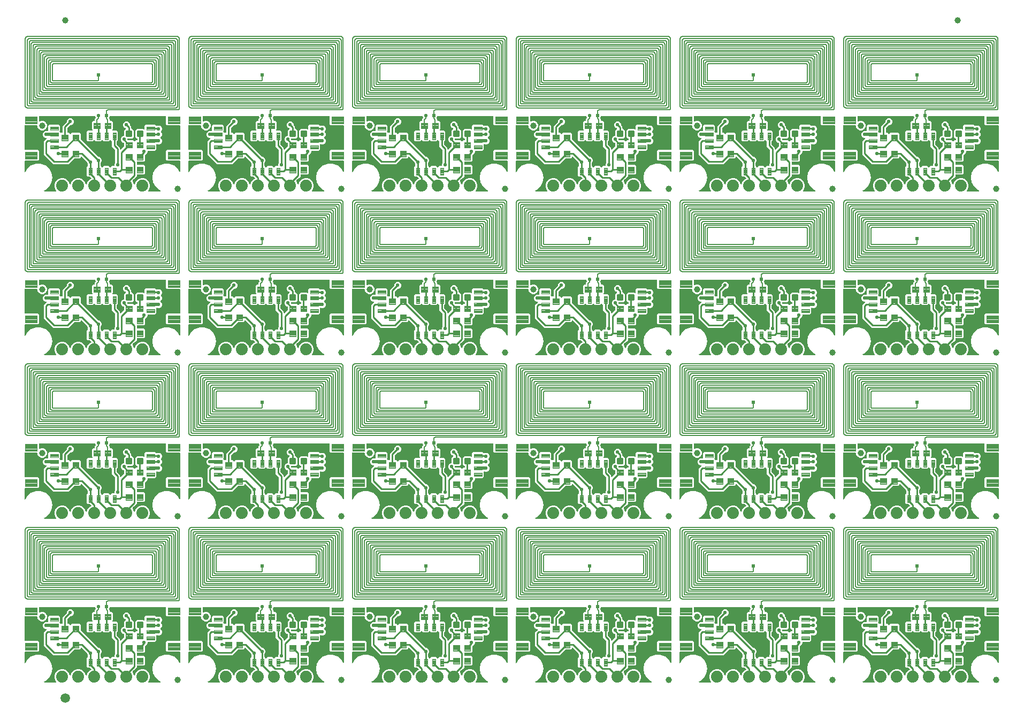
<source format=gtl>
G04 EAGLE Gerber RS-274X export*
G75*
%MOMM*%
%FSLAX34Y34*%
%LPD*%
%INTop Copper*%
%IPPOS*%
%AMOC8*
5,1,8,0,0,1.08239X$1,22.5*%
G01*
%ADD10C,0.100000*%
%ADD11C,0.300000*%
%ADD12C,0.096000*%
%ADD13C,0.102000*%
%ADD14C,0.609600*%
%ADD15C,0.152400*%
%ADD16C,1.879600*%
%ADD17C,1.000000*%
%ADD18C,1.500000*%
%ADD19C,0.558800*%
%ADD20C,0.254000*%
%ADD21C,0.508000*%

G36*
X53337Y3561D02*
X53337Y3561D01*
X53367Y3558D01*
X53478Y3581D01*
X53590Y3597D01*
X53617Y3609D01*
X53645Y3614D01*
X53746Y3667D01*
X53849Y3713D01*
X53872Y3732D01*
X53898Y3745D01*
X53980Y3823D01*
X54066Y3896D01*
X54082Y3921D01*
X54104Y3941D01*
X54161Y4039D01*
X54224Y4133D01*
X54233Y4161D01*
X54248Y4186D01*
X54275Y4296D01*
X54310Y4404D01*
X54310Y4434D01*
X54318Y4462D01*
X54314Y4575D01*
X54317Y4688D01*
X54309Y4717D01*
X54309Y4746D01*
X54274Y4854D01*
X54245Y4963D01*
X54230Y4989D01*
X54221Y5017D01*
X54175Y5081D01*
X54100Y5208D01*
X54054Y5251D01*
X54026Y5290D01*
X53379Y5937D01*
X51561Y10325D01*
X51561Y15075D01*
X53379Y19463D01*
X56737Y22821D01*
X61125Y24639D01*
X65875Y24639D01*
X70263Y22821D01*
X73621Y19463D01*
X75262Y15501D01*
X75277Y15476D01*
X75286Y15448D01*
X75349Y15354D01*
X75407Y15257D01*
X75428Y15236D01*
X75444Y15212D01*
X75531Y15139D01*
X75613Y15061D01*
X75639Y15048D01*
X75662Y15029D01*
X75765Y14983D01*
X75866Y14931D01*
X75895Y14925D01*
X75922Y14914D01*
X76034Y14898D01*
X76145Y14876D01*
X76174Y14879D01*
X76203Y14875D01*
X76315Y14891D01*
X76428Y14901D01*
X76455Y14911D01*
X76484Y14915D01*
X76588Y14962D01*
X76693Y15003D01*
X76717Y15020D01*
X76744Y15032D01*
X76830Y15106D01*
X76920Y15174D01*
X76938Y15198D01*
X76960Y15217D01*
X77002Y15283D01*
X77090Y15402D01*
X77112Y15460D01*
X77138Y15501D01*
X78779Y19463D01*
X82137Y22821D01*
X86525Y24639D01*
X91275Y24639D01*
X95663Y22821D01*
X99021Y19463D01*
X100662Y15501D01*
X100677Y15476D01*
X100686Y15448D01*
X100749Y15354D01*
X100807Y15257D01*
X100828Y15236D01*
X100844Y15212D01*
X100931Y15139D01*
X101013Y15061D01*
X101039Y15048D01*
X101062Y15029D01*
X101165Y14983D01*
X101266Y14931D01*
X101295Y14925D01*
X101322Y14914D01*
X101434Y14898D01*
X101545Y14876D01*
X101574Y14879D01*
X101603Y14875D01*
X101715Y14891D01*
X101828Y14901D01*
X101855Y14911D01*
X101884Y14915D01*
X101988Y14962D01*
X102093Y15003D01*
X102117Y15020D01*
X102144Y15032D01*
X102230Y15106D01*
X102320Y15174D01*
X102338Y15198D01*
X102360Y15217D01*
X102402Y15283D01*
X102490Y15402D01*
X102512Y15460D01*
X102538Y15501D01*
X104179Y19463D01*
X107537Y22821D01*
X108928Y23397D01*
X109027Y23456D01*
X109129Y23509D01*
X109149Y23528D01*
X109173Y23542D01*
X109252Y23625D01*
X109335Y23704D01*
X109349Y23728D01*
X109368Y23749D01*
X109421Y23851D01*
X109479Y23950D01*
X109486Y23977D01*
X109498Y24001D01*
X109521Y24114D01*
X109549Y24225D01*
X109548Y24253D01*
X109554Y24280D01*
X109544Y24395D01*
X109540Y24509D01*
X109531Y24536D01*
X109529Y24563D01*
X109488Y24671D01*
X109453Y24780D01*
X109438Y24800D01*
X109427Y24829D01*
X109266Y25042D01*
X109258Y25053D01*
X109256Y25055D01*
X109255Y25055D01*
X107649Y26662D01*
X107579Y26714D01*
X107515Y26774D01*
X107466Y26800D01*
X107422Y26833D01*
X107340Y26864D01*
X107262Y26904D01*
X107215Y26912D01*
X107156Y26934D01*
X107008Y26946D01*
X106931Y26959D01*
X104196Y26959D01*
X102409Y28746D01*
X102409Y42254D01*
X103842Y43686D01*
X103894Y43756D01*
X103954Y43820D01*
X103980Y43869D01*
X104013Y43914D01*
X104044Y43995D01*
X104084Y44073D01*
X104092Y44121D01*
X104114Y44179D01*
X104126Y44327D01*
X104139Y44404D01*
X104139Y46256D01*
X104132Y46305D01*
X104133Y46314D01*
X104129Y46326D01*
X104127Y46342D01*
X104124Y46430D01*
X104107Y46482D01*
X104099Y46537D01*
X104064Y46617D01*
X104037Y46700D01*
X104009Y46740D01*
X103983Y46797D01*
X103887Y46910D01*
X103842Y46974D01*
X103427Y47388D01*
X102615Y49349D01*
X102615Y49935D01*
X102603Y50022D01*
X102600Y50109D01*
X102583Y50162D01*
X102575Y50217D01*
X102540Y50296D01*
X102513Y50380D01*
X102485Y50419D01*
X102459Y50476D01*
X102363Y50589D01*
X102318Y50653D01*
X94474Y58497D01*
X94450Y58515D01*
X94431Y58537D01*
X94337Y58600D01*
X94247Y58668D01*
X94219Y58678D01*
X94195Y58695D01*
X94087Y58729D01*
X93981Y58769D01*
X93952Y58772D01*
X93924Y58780D01*
X93810Y58783D01*
X93698Y58793D01*
X93669Y58787D01*
X93640Y58788D01*
X93530Y58759D01*
X93419Y58737D01*
X93393Y58723D01*
X93365Y58716D01*
X93267Y58658D01*
X93167Y58606D01*
X93145Y58586D01*
X93120Y58571D01*
X93043Y58488D01*
X92961Y58410D01*
X92946Y58385D01*
X92926Y58363D01*
X92874Y58262D01*
X92817Y58165D01*
X92810Y58136D01*
X92796Y58110D01*
X92783Y58033D01*
X92747Y57889D01*
X92749Y57827D01*
X92741Y57779D01*
X92741Y57740D01*
X90960Y55959D01*
X82969Y55959D01*
X82882Y55947D01*
X82795Y55944D01*
X82742Y55927D01*
X82687Y55919D01*
X82608Y55884D01*
X82524Y55857D01*
X82485Y55829D01*
X82428Y55803D01*
X82315Y55707D01*
X82251Y55662D01*
X76108Y49519D01*
X73578Y46989D01*
X49222Y46989D01*
X34289Y61922D01*
X34289Y82858D01*
X36819Y85388D01*
X38343Y86912D01*
X38361Y86936D01*
X38383Y86955D01*
X38446Y87049D01*
X38514Y87139D01*
X38524Y87167D01*
X38541Y87191D01*
X38575Y87299D01*
X38615Y87405D01*
X38618Y87434D01*
X38626Y87462D01*
X38629Y87576D01*
X38639Y87688D01*
X38633Y87717D01*
X38634Y87746D01*
X38605Y87856D01*
X38583Y87967D01*
X38569Y87993D01*
X38562Y88021D01*
X38504Y88119D01*
X38452Y88219D01*
X38432Y88241D01*
X38417Y88266D01*
X38334Y88343D01*
X38256Y88425D01*
X38231Y88440D01*
X38209Y88460D01*
X38108Y88512D01*
X38011Y88569D01*
X37982Y88576D01*
X37956Y88590D01*
X37879Y88603D01*
X37735Y88639D01*
X37673Y88637D01*
X37625Y88645D01*
X37039Y88645D01*
X35078Y89457D01*
X33577Y90958D01*
X32765Y92919D01*
X32765Y95041D01*
X33577Y97002D01*
X35078Y98503D01*
X37039Y99315D01*
X39161Y99315D01*
X39781Y99058D01*
X39802Y99053D01*
X39815Y99046D01*
X39822Y99045D01*
X39838Y99036D01*
X39916Y99023D01*
X40056Y98987D01*
X40121Y98989D01*
X40169Y98981D01*
X40494Y98981D01*
X40552Y98989D01*
X40610Y98987D01*
X40692Y99009D01*
X40776Y99021D01*
X40829Y99044D01*
X40885Y99059D01*
X40958Y99102D01*
X41035Y99137D01*
X41080Y99175D01*
X41130Y99204D01*
X41188Y99266D01*
X41252Y99320D01*
X41284Y99369D01*
X41324Y99412D01*
X41363Y99487D01*
X41410Y99557D01*
X41427Y99613D01*
X41454Y99665D01*
X41465Y99733D01*
X41495Y99828D01*
X41498Y99928D01*
X41509Y99996D01*
X41509Y107654D01*
X43296Y109441D01*
X58304Y109441D01*
X60091Y107654D01*
X60091Y100146D01*
X59562Y99618D01*
X59527Y99571D01*
X59485Y99531D01*
X59442Y99458D01*
X59391Y99391D01*
X59371Y99336D01*
X59341Y99286D01*
X59320Y99204D01*
X59290Y99125D01*
X59285Y99067D01*
X59271Y99010D01*
X59274Y98926D01*
X59267Y98842D01*
X59278Y98784D01*
X59280Y98726D01*
X59306Y98646D01*
X59322Y98563D01*
X59349Y98511D01*
X59367Y98455D01*
X59407Y98399D01*
X59453Y98311D01*
X59522Y98238D01*
X59562Y98182D01*
X60091Y97654D01*
X60091Y97456D01*
X60099Y97398D01*
X60097Y97340D01*
X60119Y97258D01*
X60131Y97174D01*
X60154Y97121D01*
X60169Y97065D01*
X60212Y96992D01*
X60247Y96915D01*
X60285Y96870D01*
X60314Y96820D01*
X60376Y96762D01*
X60430Y96698D01*
X60479Y96666D01*
X60522Y96626D01*
X60597Y96587D01*
X60667Y96540D01*
X60723Y96523D01*
X60775Y96496D01*
X60843Y96485D01*
X60938Y96455D01*
X61038Y96452D01*
X61106Y96441D01*
X62874Y96441D01*
X62932Y96449D01*
X62990Y96447D01*
X63072Y96469D01*
X63156Y96481D01*
X63209Y96504D01*
X63265Y96519D01*
X63338Y96562D01*
X63415Y96597D01*
X63460Y96635D01*
X63510Y96664D01*
X63568Y96726D01*
X63632Y96780D01*
X63664Y96829D01*
X63704Y96872D01*
X63743Y96947D01*
X63790Y97017D01*
X63807Y97073D01*
X63834Y97125D01*
X63845Y97193D01*
X63875Y97288D01*
X63878Y97388D01*
X63889Y97456D01*
X63889Y107378D01*
X70568Y114057D01*
X70620Y114127D01*
X70680Y114191D01*
X70706Y114240D01*
X70739Y114284D01*
X70770Y114366D01*
X70810Y114444D01*
X70818Y114491D01*
X70840Y114550D01*
X70852Y114698D01*
X70865Y114775D01*
X70865Y115361D01*
X71677Y117322D01*
X73178Y118823D01*
X75139Y119635D01*
X77261Y119635D01*
X79222Y118823D01*
X80723Y117322D01*
X81535Y115361D01*
X81535Y113239D01*
X80723Y111278D01*
X79222Y109777D01*
X77261Y108965D01*
X76675Y108965D01*
X76588Y108953D01*
X76501Y108950D01*
X76448Y108933D01*
X76393Y108925D01*
X76314Y108890D01*
X76230Y108863D01*
X76191Y108835D01*
X76134Y108809D01*
X76021Y108713D01*
X75957Y108668D01*
X71808Y104519D01*
X71756Y104449D01*
X71696Y104385D01*
X71670Y104336D01*
X71637Y104292D01*
X71606Y104210D01*
X71566Y104132D01*
X71558Y104085D01*
X71536Y104026D01*
X71524Y103878D01*
X71511Y103801D01*
X71511Y97456D01*
X71519Y97398D01*
X71517Y97340D01*
X71539Y97258D01*
X71551Y97174D01*
X71574Y97121D01*
X71589Y97065D01*
X71632Y96992D01*
X71667Y96915D01*
X71705Y96870D01*
X71734Y96820D01*
X71796Y96762D01*
X71850Y96698D01*
X71899Y96666D01*
X71942Y96626D01*
X72017Y96587D01*
X72087Y96540D01*
X72143Y96523D01*
X72195Y96496D01*
X72263Y96485D01*
X72358Y96455D01*
X72458Y96452D01*
X72526Y96441D01*
X73960Y96441D01*
X75482Y94918D01*
X75529Y94883D01*
X75569Y94841D01*
X75642Y94798D01*
X75709Y94747D01*
X75764Y94726D01*
X75814Y94697D01*
X75896Y94676D01*
X75975Y94646D01*
X76033Y94641D01*
X76090Y94627D01*
X76174Y94629D01*
X76258Y94622D01*
X76316Y94634D01*
X76374Y94636D01*
X76454Y94662D01*
X76537Y94678D01*
X76589Y94705D01*
X76645Y94723D01*
X76701Y94763D01*
X76789Y94809D01*
X76862Y94878D01*
X76918Y94918D01*
X78440Y96441D01*
X90960Y96441D01*
X92741Y94660D01*
X92741Y86669D01*
X92753Y86582D01*
X92756Y86495D01*
X92773Y86442D01*
X92781Y86387D01*
X92816Y86308D01*
X92843Y86224D01*
X92871Y86185D01*
X92897Y86128D01*
X92993Y86015D01*
X93038Y85951D01*
X120407Y58582D01*
X120477Y58530D01*
X120541Y58470D01*
X120590Y58444D01*
X120634Y58411D01*
X120716Y58380D01*
X120794Y58340D01*
X120841Y58332D01*
X120900Y58310D01*
X121048Y58298D01*
X121125Y58285D01*
X121711Y58285D01*
X123672Y57473D01*
X125173Y55972D01*
X125985Y54011D01*
X125985Y51889D01*
X125173Y49928D01*
X124758Y49514D01*
X124706Y49444D01*
X124646Y49380D01*
X124620Y49331D01*
X124587Y49286D01*
X124556Y49205D01*
X124516Y49127D01*
X124508Y49079D01*
X124486Y49021D01*
X124474Y48873D01*
X124461Y48796D01*
X124461Y44404D01*
X124473Y44318D01*
X124476Y44230D01*
X124493Y44177D01*
X124501Y44123D01*
X124536Y44043D01*
X124563Y43960D01*
X124591Y43920D01*
X124617Y43863D01*
X124713Y43750D01*
X124758Y43686D01*
X126282Y42162D01*
X126329Y42127D01*
X126369Y42085D01*
X126442Y42042D01*
X126509Y41991D01*
X126564Y41971D01*
X126614Y41941D01*
X126696Y41920D01*
X126775Y41890D01*
X126833Y41885D01*
X126890Y41871D01*
X126974Y41874D01*
X127058Y41867D01*
X127116Y41878D01*
X127174Y41880D01*
X127254Y41906D01*
X127337Y41922D01*
X127389Y41949D01*
X127445Y41967D01*
X127501Y42008D01*
X127589Y42053D01*
X127662Y42122D01*
X127718Y42162D01*
X129596Y44041D01*
X137104Y44041D01*
X138982Y42162D01*
X139029Y42127D01*
X139069Y42085D01*
X139142Y42042D01*
X139209Y41991D01*
X139264Y41971D01*
X139314Y41941D01*
X139396Y41920D01*
X139475Y41890D01*
X139533Y41885D01*
X139590Y41871D01*
X139674Y41874D01*
X139758Y41867D01*
X139816Y41878D01*
X139874Y41880D01*
X139954Y41906D01*
X140037Y41922D01*
X140089Y41949D01*
X140145Y41967D01*
X140201Y42008D01*
X140289Y42053D01*
X140362Y42122D01*
X140418Y42162D01*
X142296Y44041D01*
X144780Y44041D01*
X144838Y44049D01*
X144896Y44047D01*
X144978Y44069D01*
X145062Y44081D01*
X145115Y44104D01*
X145171Y44119D01*
X145244Y44162D01*
X145321Y44197D01*
X145366Y44235D01*
X145416Y44264D01*
X145474Y44326D01*
X145538Y44380D01*
X145570Y44429D01*
X145610Y44472D01*
X145649Y44547D01*
X145696Y44617D01*
X145713Y44673D01*
X145740Y44725D01*
X145751Y44793D01*
X145781Y44888D01*
X145784Y44988D01*
X145795Y45056D01*
X145795Y46781D01*
X146607Y48742D01*
X147022Y49156D01*
X147074Y49226D01*
X147134Y49290D01*
X147160Y49339D01*
X147193Y49384D01*
X147224Y49465D01*
X147264Y49543D01*
X147272Y49591D01*
X147294Y49649D01*
X147306Y49797D01*
X147319Y49874D01*
X147319Y69121D01*
X147307Y69208D01*
X147304Y69295D01*
X147287Y69348D01*
X147279Y69403D01*
X147244Y69482D01*
X147217Y69566D01*
X147189Y69605D01*
X147163Y69662D01*
X147067Y69775D01*
X147022Y69839D01*
X142239Y74622D01*
X142239Y82596D01*
X142227Y82682D01*
X142224Y82770D01*
X142207Y82822D01*
X142199Y82877D01*
X142164Y82957D01*
X142137Y83040D01*
X142109Y83080D01*
X142083Y83137D01*
X141987Y83250D01*
X141942Y83314D01*
X140418Y84838D01*
X140371Y84873D01*
X140331Y84915D01*
X140258Y84958D01*
X140191Y85009D01*
X140136Y85029D01*
X140086Y85059D01*
X140004Y85080D01*
X139925Y85110D01*
X139867Y85115D01*
X139810Y85129D01*
X139726Y85126D01*
X139642Y85133D01*
X139584Y85122D01*
X139526Y85120D01*
X139446Y85094D01*
X139363Y85078D01*
X139311Y85051D01*
X139255Y85033D01*
X139199Y84993D01*
X139111Y84947D01*
X139038Y84878D01*
X138982Y84838D01*
X137104Y82959D01*
X129596Y82959D01*
X127718Y84838D01*
X127671Y84873D01*
X127631Y84915D01*
X127558Y84958D01*
X127491Y85009D01*
X127436Y85029D01*
X127386Y85059D01*
X127304Y85080D01*
X127225Y85110D01*
X127167Y85115D01*
X127110Y85129D01*
X127026Y85126D01*
X126942Y85133D01*
X126884Y85122D01*
X126826Y85120D01*
X126746Y85094D01*
X126663Y85078D01*
X126611Y85051D01*
X126555Y85033D01*
X126499Y84992D01*
X126411Y84947D01*
X126338Y84878D01*
X126282Y84838D01*
X124404Y82959D01*
X116896Y82959D01*
X115018Y84838D01*
X114971Y84873D01*
X114931Y84915D01*
X114858Y84958D01*
X114791Y85009D01*
X114736Y85029D01*
X114686Y85059D01*
X114604Y85080D01*
X114525Y85110D01*
X114467Y85115D01*
X114410Y85129D01*
X114326Y85126D01*
X114242Y85133D01*
X114184Y85122D01*
X114126Y85120D01*
X114046Y85094D01*
X113963Y85078D01*
X113911Y85051D01*
X113855Y85033D01*
X113799Y84992D01*
X113711Y84947D01*
X113638Y84878D01*
X113582Y84838D01*
X111704Y82959D01*
X104196Y82959D01*
X102409Y84746D01*
X102409Y98254D01*
X104196Y100041D01*
X110158Y100041D01*
X110187Y100045D01*
X110216Y100042D01*
X110327Y100065D01*
X110440Y100081D01*
X110466Y100093D01*
X110495Y100098D01*
X110596Y100151D01*
X110699Y100197D01*
X110721Y100216D01*
X110747Y100229D01*
X110830Y100307D01*
X110916Y100380D01*
X110932Y100405D01*
X110953Y100425D01*
X111011Y100523D01*
X111074Y100617D01*
X111082Y100645D01*
X111097Y100670D01*
X111125Y100780D01*
X111159Y100888D01*
X111160Y100918D01*
X111167Y100946D01*
X111164Y101059D01*
X111167Y101172D01*
X111159Y101201D01*
X111158Y101230D01*
X111123Y101338D01*
X111095Y101447D01*
X111080Y101473D01*
X111071Y101501D01*
X111025Y101565D01*
X110950Y101692D01*
X110904Y101735D01*
X110876Y101774D01*
X110459Y102190D01*
X110459Y113710D01*
X112240Y115491D01*
X114182Y115491D01*
X114240Y115499D01*
X114298Y115497D01*
X114380Y115519D01*
X114464Y115531D01*
X114517Y115554D01*
X114573Y115569D01*
X114646Y115612D01*
X114723Y115647D01*
X114768Y115685D01*
X114818Y115714D01*
X114876Y115776D01*
X114940Y115830D01*
X114972Y115879D01*
X115012Y115922D01*
X115051Y115997D01*
X115098Y116067D01*
X115115Y116123D01*
X115142Y116175D01*
X115153Y116243D01*
X115183Y116338D01*
X115186Y116438D01*
X115197Y116506D01*
X115197Y118598D01*
X116238Y119639D01*
X116239Y119640D01*
X116240Y119641D01*
X116328Y119759D01*
X116409Y119866D01*
X116409Y119867D01*
X116410Y119869D01*
X116461Y120004D01*
X116510Y120132D01*
X116510Y120133D01*
X116511Y120135D01*
X116522Y120279D01*
X116534Y120415D01*
X116533Y120416D01*
X116533Y120418D01*
X116530Y120434D01*
X116478Y120694D01*
X116464Y120721D01*
X116458Y120745D01*
X115810Y122309D01*
X115810Y122310D01*
X115809Y122311D01*
X115738Y122432D01*
X115666Y122553D01*
X115665Y122554D01*
X115664Y122556D01*
X115560Y122653D01*
X115459Y122749D01*
X115458Y122749D01*
X115457Y122750D01*
X115331Y122815D01*
X115207Y122879D01*
X115205Y122879D01*
X115204Y122880D01*
X115189Y122882D01*
X114928Y122934D01*
X114897Y122931D01*
X114873Y122935D01*
X27606Y122935D01*
X27548Y122927D01*
X27490Y122929D01*
X27408Y122907D01*
X27324Y122895D01*
X27271Y122872D01*
X27215Y122857D01*
X27142Y122814D01*
X27065Y122779D01*
X27020Y122741D01*
X26970Y122712D01*
X26912Y122650D01*
X26848Y122596D01*
X26816Y122547D01*
X26776Y122504D01*
X26737Y122429D01*
X26690Y122359D01*
X26673Y122303D01*
X26646Y122251D01*
X26635Y122183D01*
X26605Y122088D01*
X26602Y121988D01*
X26591Y121920D01*
X26591Y115494D01*
X26607Y115381D01*
X26617Y115266D01*
X26627Y115240D01*
X26631Y115213D01*
X26678Y115108D01*
X26719Y115001D01*
X26735Y114979D01*
X26747Y114954D01*
X26821Y114866D01*
X26890Y114774D01*
X26913Y114758D01*
X26930Y114737D01*
X27026Y114673D01*
X27118Y114604D01*
X27144Y114594D01*
X27167Y114579D01*
X27277Y114544D01*
X27384Y114504D01*
X27412Y114502D01*
X27438Y114493D01*
X27553Y114490D01*
X27667Y114481D01*
X27692Y114487D01*
X27722Y114486D01*
X27979Y114553D01*
X27995Y114556D01*
X30250Y115491D01*
X33250Y115491D01*
X36022Y114343D01*
X38143Y112222D01*
X39291Y109450D01*
X39291Y106450D01*
X38143Y103678D01*
X36022Y101557D01*
X33250Y100409D01*
X30250Y100409D01*
X27478Y101557D01*
X25357Y103678D01*
X24209Y106450D01*
X24209Y107344D01*
X24201Y107402D01*
X24203Y107460D01*
X24181Y107542D01*
X24169Y107626D01*
X24146Y107679D01*
X24131Y107735D01*
X24088Y107808D01*
X24053Y107885D01*
X24015Y107930D01*
X23986Y107980D01*
X23924Y108038D01*
X23870Y108102D01*
X23821Y108134D01*
X23778Y108174D01*
X23703Y108213D01*
X23633Y108260D01*
X23577Y108277D01*
X23525Y108304D01*
X23457Y108315D01*
X23362Y108345D01*
X23262Y108348D01*
X23194Y108359D01*
X4572Y108359D01*
X4514Y108351D01*
X4456Y108353D01*
X4374Y108331D01*
X4290Y108319D01*
X4237Y108296D01*
X4181Y108281D01*
X4108Y108238D01*
X4031Y108203D01*
X3986Y108165D01*
X3936Y108136D01*
X3878Y108074D01*
X3814Y108020D01*
X3782Y107971D01*
X3742Y107928D01*
X3703Y107853D01*
X3656Y107783D01*
X3639Y107727D01*
X3612Y107675D01*
X3601Y107607D01*
X3571Y107512D01*
X3568Y107412D01*
X3557Y107344D01*
X3557Y70456D01*
X3565Y70398D01*
X3563Y70340D01*
X3585Y70258D01*
X3597Y70174D01*
X3620Y70121D01*
X3635Y70065D01*
X3678Y69992D01*
X3713Y69915D01*
X3751Y69870D01*
X3780Y69820D01*
X3842Y69762D01*
X3896Y69698D01*
X3945Y69666D01*
X3988Y69626D01*
X4063Y69587D01*
X4133Y69540D01*
X4189Y69523D01*
X4241Y69496D01*
X4309Y69485D01*
X4404Y69455D01*
X4504Y69452D01*
X4572Y69441D01*
X24821Y69441D01*
X26591Y67671D01*
X26591Y54129D01*
X24821Y52359D01*
X4572Y52359D01*
X4514Y52351D01*
X4456Y52353D01*
X4374Y52331D01*
X4290Y52319D01*
X4237Y52296D01*
X4181Y52281D01*
X4108Y52238D01*
X4031Y52203D01*
X3986Y52165D01*
X3936Y52136D01*
X3878Y52074D01*
X3814Y52020D01*
X3782Y51971D01*
X3742Y51928D01*
X3703Y51853D01*
X3656Y51783D01*
X3639Y51727D01*
X3612Y51675D01*
X3601Y51607D01*
X3571Y51512D01*
X3568Y51412D01*
X3557Y51344D01*
X3557Y35553D01*
X3559Y35533D01*
X3557Y35514D01*
X3579Y35393D01*
X3597Y35271D01*
X3605Y35253D01*
X3608Y35234D01*
X3663Y35124D01*
X3713Y35012D01*
X3725Y34997D01*
X3734Y34979D01*
X3817Y34889D01*
X3896Y34795D01*
X3913Y34784D01*
X3926Y34770D01*
X4031Y34705D01*
X4133Y34637D01*
X4152Y34631D01*
X4168Y34621D01*
X4287Y34589D01*
X4404Y34551D01*
X4424Y34551D01*
X4443Y34546D01*
X4565Y34547D01*
X4688Y34544D01*
X4707Y34549D01*
X4727Y34549D01*
X4845Y34585D01*
X4963Y34616D01*
X4980Y34626D01*
X4999Y34632D01*
X5102Y34699D01*
X5208Y34761D01*
X5221Y34776D01*
X5238Y34786D01*
X5284Y34843D01*
X5402Y34969D01*
X5426Y35014D01*
X5451Y35045D01*
X8210Y39824D01*
X14180Y44833D01*
X21503Y47499D01*
X29297Y47499D01*
X36620Y44833D01*
X42590Y39824D01*
X46486Y33075D01*
X47840Y25400D01*
X46486Y17725D01*
X42590Y10976D01*
X36620Y5967D01*
X35409Y5526D01*
X35314Y5475D01*
X35215Y5431D01*
X35189Y5409D01*
X35158Y5392D01*
X35081Y5317D01*
X34998Y5247D01*
X34979Y5219D01*
X34954Y5194D01*
X34901Y5101D01*
X34841Y5011D01*
X34830Y4978D01*
X34813Y4948D01*
X34788Y4843D01*
X34755Y4740D01*
X34754Y4705D01*
X34746Y4671D01*
X34750Y4564D01*
X34748Y4456D01*
X34756Y4422D01*
X34758Y4387D01*
X34792Y4285D01*
X34819Y4181D01*
X34837Y4151D01*
X34848Y4118D01*
X34910Y4029D01*
X34965Y3936D01*
X34990Y3912D01*
X35010Y3884D01*
X35093Y3816D01*
X35172Y3742D01*
X35203Y3726D01*
X35230Y3704D01*
X35329Y3661D01*
X35425Y3612D01*
X35456Y3607D01*
X35491Y3592D01*
X35704Y3566D01*
X35756Y3557D01*
X53308Y3557D01*
X53337Y3561D01*
G37*
G36*
X830577Y521721D02*
X830577Y521721D01*
X830607Y521718D01*
X830718Y521741D01*
X830830Y521757D01*
X830857Y521769D01*
X830885Y521774D01*
X830986Y521827D01*
X831089Y521873D01*
X831112Y521892D01*
X831138Y521905D01*
X831220Y521983D01*
X831306Y522056D01*
X831322Y522081D01*
X831344Y522101D01*
X831401Y522199D01*
X831464Y522293D01*
X831473Y522321D01*
X831488Y522346D01*
X831515Y522456D01*
X831550Y522564D01*
X831550Y522594D01*
X831558Y522622D01*
X831554Y522735D01*
X831557Y522848D01*
X831549Y522877D01*
X831549Y522906D01*
X831514Y523014D01*
X831485Y523123D01*
X831470Y523149D01*
X831461Y523177D01*
X831415Y523241D01*
X831340Y523368D01*
X831294Y523411D01*
X831266Y523450D01*
X830619Y524097D01*
X828801Y528485D01*
X828801Y533235D01*
X830619Y537623D01*
X833977Y540981D01*
X838365Y542799D01*
X843115Y542799D01*
X847503Y540981D01*
X850861Y537623D01*
X852502Y533661D01*
X852517Y533636D01*
X852526Y533608D01*
X852589Y533514D01*
X852647Y533417D01*
X852668Y533396D01*
X852684Y533372D01*
X852771Y533299D01*
X852853Y533221D01*
X852879Y533208D01*
X852902Y533189D01*
X853005Y533143D01*
X853106Y533091D01*
X853135Y533085D01*
X853162Y533074D01*
X853274Y533058D01*
X853385Y533036D01*
X853414Y533039D01*
X853443Y533035D01*
X853555Y533051D01*
X853668Y533061D01*
X853695Y533071D01*
X853725Y533075D01*
X853828Y533122D01*
X853933Y533163D01*
X853957Y533180D01*
X853984Y533192D01*
X854070Y533266D01*
X854160Y533334D01*
X854178Y533358D01*
X854200Y533377D01*
X854242Y533443D01*
X854330Y533562D01*
X854352Y533620D01*
X854378Y533661D01*
X856019Y537623D01*
X859377Y540981D01*
X863765Y542799D01*
X868515Y542799D01*
X872903Y540981D01*
X876261Y537623D01*
X877902Y533661D01*
X877917Y533636D01*
X877926Y533608D01*
X877989Y533514D01*
X878047Y533417D01*
X878068Y533396D01*
X878084Y533372D01*
X878171Y533299D01*
X878253Y533221D01*
X878279Y533208D01*
X878302Y533189D01*
X878405Y533143D01*
X878506Y533091D01*
X878535Y533085D01*
X878562Y533074D01*
X878674Y533058D01*
X878785Y533036D01*
X878814Y533039D01*
X878843Y533035D01*
X878955Y533051D01*
X879068Y533061D01*
X879095Y533071D01*
X879124Y533075D01*
X879228Y533122D01*
X879333Y533163D01*
X879357Y533180D01*
X879384Y533192D01*
X879470Y533266D01*
X879560Y533334D01*
X879578Y533358D01*
X879600Y533377D01*
X879642Y533443D01*
X879730Y533562D01*
X879752Y533620D01*
X879778Y533661D01*
X881419Y537623D01*
X884777Y540981D01*
X886168Y541557D01*
X886267Y541616D01*
X886369Y541669D01*
X886389Y541688D01*
X886413Y541702D01*
X886492Y541785D01*
X886575Y541864D01*
X886589Y541888D01*
X886608Y541909D01*
X886661Y542011D01*
X886719Y542110D01*
X886726Y542137D01*
X886738Y542161D01*
X886761Y542274D01*
X886789Y542385D01*
X886788Y542413D01*
X886793Y542440D01*
X886784Y542555D01*
X886780Y542669D01*
X886771Y542696D01*
X886769Y542723D01*
X886728Y542831D01*
X886692Y542940D01*
X886678Y542960D01*
X886667Y542989D01*
X886506Y543202D01*
X886498Y543213D01*
X886496Y543215D01*
X886495Y543215D01*
X884889Y544822D01*
X884819Y544874D01*
X884755Y544934D01*
X884706Y544960D01*
X884662Y544993D01*
X884580Y545024D01*
X884502Y545064D01*
X884455Y545072D01*
X884396Y545094D01*
X884248Y545106D01*
X884171Y545119D01*
X881436Y545119D01*
X879649Y546906D01*
X879649Y560414D01*
X881082Y561846D01*
X881134Y561916D01*
X881194Y561980D01*
X881220Y562029D01*
X881253Y562074D01*
X881284Y562155D01*
X881324Y562233D01*
X881332Y562281D01*
X881354Y562339D01*
X881366Y562487D01*
X881379Y562564D01*
X881379Y564416D01*
X881372Y564465D01*
X881373Y564474D01*
X881369Y564486D01*
X881367Y564502D01*
X881364Y564590D01*
X881347Y564642D01*
X881339Y564697D01*
X881304Y564777D01*
X881277Y564860D01*
X881249Y564900D01*
X881223Y564957D01*
X881127Y565070D01*
X881082Y565134D01*
X880667Y565548D01*
X879855Y567509D01*
X879855Y568095D01*
X879843Y568182D01*
X879840Y568269D01*
X879823Y568322D01*
X879815Y568377D01*
X879780Y568456D01*
X879753Y568540D01*
X879725Y568579D01*
X879699Y568636D01*
X879603Y568749D01*
X879558Y568813D01*
X871714Y576657D01*
X871690Y576675D01*
X871671Y576697D01*
X871577Y576760D01*
X871487Y576828D01*
X871459Y576838D01*
X871435Y576855D01*
X871327Y576889D01*
X871221Y576929D01*
X871192Y576932D01*
X871164Y576940D01*
X871050Y576943D01*
X870938Y576953D01*
X870909Y576947D01*
X870880Y576948D01*
X870770Y576919D01*
X870659Y576897D01*
X870633Y576883D01*
X870605Y576876D01*
X870507Y576818D01*
X870407Y576766D01*
X870385Y576746D01*
X870360Y576731D01*
X870283Y576648D01*
X870201Y576570D01*
X870186Y576545D01*
X870166Y576523D01*
X870114Y576422D01*
X870057Y576325D01*
X870050Y576296D01*
X870036Y576270D01*
X870023Y576193D01*
X869987Y576049D01*
X869989Y575987D01*
X869981Y575939D01*
X869981Y575900D01*
X868200Y574119D01*
X860209Y574119D01*
X860122Y574107D01*
X860035Y574104D01*
X859982Y574087D01*
X859927Y574079D01*
X859848Y574044D01*
X859764Y574017D01*
X859725Y573989D01*
X859668Y573963D01*
X859555Y573867D01*
X859491Y573822D01*
X853348Y567679D01*
X850818Y565149D01*
X826462Y565149D01*
X823932Y567679D01*
X811529Y580082D01*
X811529Y601018D01*
X813852Y603341D01*
X815583Y605072D01*
X815601Y605096D01*
X815623Y605115D01*
X815686Y605209D01*
X815754Y605299D01*
X815764Y605327D01*
X815781Y605351D01*
X815815Y605459D01*
X815855Y605565D01*
X815858Y605594D01*
X815866Y605622D01*
X815869Y605736D01*
X815879Y605848D01*
X815873Y605877D01*
X815874Y605906D01*
X815845Y606016D01*
X815823Y606127D01*
X815809Y606153D01*
X815802Y606181D01*
X815744Y606279D01*
X815692Y606379D01*
X815672Y606401D01*
X815657Y606426D01*
X815574Y606503D01*
X815496Y606585D01*
X815471Y606600D01*
X815449Y606620D01*
X815348Y606672D01*
X815251Y606729D01*
X815222Y606736D01*
X815196Y606750D01*
X815119Y606763D01*
X814975Y606799D01*
X814913Y606797D01*
X814865Y606805D01*
X814279Y606805D01*
X812318Y607617D01*
X810817Y609118D01*
X810005Y611079D01*
X810005Y613201D01*
X810817Y615162D01*
X812318Y616663D01*
X814279Y617475D01*
X816401Y617475D01*
X817021Y617218D01*
X817042Y617213D01*
X817055Y617206D01*
X817062Y617205D01*
X817078Y617196D01*
X817156Y617183D01*
X817296Y617147D01*
X817361Y617149D01*
X817409Y617141D01*
X817734Y617141D01*
X817792Y617149D01*
X817850Y617147D01*
X817932Y617169D01*
X818016Y617181D01*
X818069Y617204D01*
X818125Y617219D01*
X818198Y617262D01*
X818275Y617297D01*
X818320Y617335D01*
X818370Y617364D01*
X818428Y617426D01*
X818492Y617480D01*
X818524Y617529D01*
X818564Y617572D01*
X818603Y617647D01*
X818650Y617717D01*
X818667Y617773D01*
X818694Y617825D01*
X818705Y617893D01*
X818735Y617988D01*
X818738Y618088D01*
X818749Y618156D01*
X818749Y625814D01*
X820536Y627601D01*
X835544Y627601D01*
X837331Y625814D01*
X837331Y618306D01*
X836802Y617778D01*
X836767Y617731D01*
X836725Y617691D01*
X836682Y617618D01*
X836631Y617551D01*
X836611Y617496D01*
X836581Y617446D01*
X836560Y617364D01*
X836530Y617285D01*
X836525Y617227D01*
X836511Y617170D01*
X836514Y617086D01*
X836507Y617002D01*
X836518Y616944D01*
X836520Y616886D01*
X836546Y616806D01*
X836562Y616723D01*
X836589Y616671D01*
X836607Y616615D01*
X836647Y616559D01*
X836693Y616471D01*
X836762Y616398D01*
X836802Y616342D01*
X837331Y615814D01*
X837331Y615616D01*
X837339Y615558D01*
X837337Y615500D01*
X837359Y615418D01*
X837371Y615334D01*
X837394Y615281D01*
X837409Y615225D01*
X837452Y615152D01*
X837487Y615075D01*
X837525Y615030D01*
X837554Y614980D01*
X837616Y614922D01*
X837670Y614858D01*
X837719Y614826D01*
X837762Y614786D01*
X837837Y614747D01*
X837907Y614700D01*
X837963Y614683D01*
X838015Y614656D01*
X838083Y614645D01*
X838178Y614615D01*
X838278Y614612D01*
X838346Y614601D01*
X840114Y614601D01*
X840172Y614609D01*
X840230Y614607D01*
X840312Y614629D01*
X840396Y614641D01*
X840449Y614664D01*
X840505Y614679D01*
X840578Y614722D01*
X840655Y614757D01*
X840700Y614795D01*
X840750Y614824D01*
X840808Y614886D01*
X840872Y614940D01*
X840904Y614989D01*
X840944Y615032D01*
X840983Y615107D01*
X841030Y615177D01*
X841047Y615233D01*
X841074Y615285D01*
X841085Y615353D01*
X841115Y615448D01*
X841118Y615548D01*
X841129Y615616D01*
X841129Y625538D01*
X847808Y632217D01*
X847860Y632287D01*
X847920Y632351D01*
X847946Y632400D01*
X847979Y632444D01*
X848010Y632526D01*
X848050Y632604D01*
X848058Y632651D01*
X848080Y632710D01*
X848092Y632858D01*
X848105Y632935D01*
X848105Y633521D01*
X848917Y635482D01*
X850418Y636983D01*
X852379Y637795D01*
X854501Y637795D01*
X856462Y636983D01*
X857963Y635482D01*
X858775Y633521D01*
X858775Y631399D01*
X857963Y629438D01*
X856462Y627937D01*
X854501Y627125D01*
X853915Y627125D01*
X853828Y627113D01*
X853741Y627110D01*
X853688Y627093D01*
X853633Y627085D01*
X853554Y627050D01*
X853470Y627023D01*
X853431Y626995D01*
X853374Y626969D01*
X853261Y626873D01*
X853197Y626828D01*
X849048Y622679D01*
X848996Y622609D01*
X848936Y622545D01*
X848910Y622496D01*
X848877Y622452D01*
X848846Y622370D01*
X848806Y622292D01*
X848798Y622245D01*
X848776Y622186D01*
X848764Y622038D01*
X848751Y621961D01*
X848751Y615616D01*
X848759Y615558D01*
X848757Y615500D01*
X848779Y615418D01*
X848791Y615334D01*
X848814Y615281D01*
X848829Y615225D01*
X848872Y615152D01*
X848907Y615075D01*
X848945Y615030D01*
X848974Y614980D01*
X849036Y614922D01*
X849090Y614858D01*
X849139Y614826D01*
X849182Y614786D01*
X849257Y614747D01*
X849327Y614700D01*
X849383Y614683D01*
X849435Y614656D01*
X849503Y614645D01*
X849598Y614615D01*
X849698Y614612D01*
X849766Y614601D01*
X851200Y614601D01*
X852722Y613078D01*
X852769Y613043D01*
X852809Y613001D01*
X852882Y612958D01*
X852949Y612907D01*
X853004Y612886D01*
X853054Y612857D01*
X853136Y612836D01*
X853215Y612806D01*
X853273Y612801D01*
X853330Y612787D01*
X853414Y612789D01*
X853498Y612782D01*
X853556Y612794D01*
X853614Y612796D01*
X853694Y612822D01*
X853777Y612838D01*
X853829Y612865D01*
X853885Y612883D01*
X853941Y612923D01*
X854029Y612969D01*
X854102Y613038D01*
X854158Y613078D01*
X855680Y614601D01*
X868200Y614601D01*
X869981Y612820D01*
X869981Y604829D01*
X869993Y604742D01*
X869996Y604655D01*
X870013Y604602D01*
X870021Y604547D01*
X870056Y604468D01*
X870083Y604384D01*
X870111Y604345D01*
X870137Y604288D01*
X870233Y604175D01*
X870278Y604111D01*
X897647Y576742D01*
X897717Y576690D01*
X897781Y576630D01*
X897830Y576604D01*
X897874Y576571D01*
X897956Y576540D01*
X898034Y576500D01*
X898081Y576492D01*
X898140Y576470D01*
X898288Y576458D01*
X898365Y576445D01*
X898951Y576445D01*
X900912Y575633D01*
X902413Y574132D01*
X903225Y572171D01*
X903225Y570049D01*
X902413Y568088D01*
X901998Y567674D01*
X901946Y567604D01*
X901886Y567540D01*
X901860Y567491D01*
X901827Y567446D01*
X901796Y567365D01*
X901756Y567287D01*
X901748Y567239D01*
X901726Y567181D01*
X901714Y567033D01*
X901701Y566956D01*
X901701Y562564D01*
X901713Y562478D01*
X901716Y562390D01*
X901733Y562338D01*
X901741Y562283D01*
X901776Y562203D01*
X901803Y562120D01*
X901831Y562080D01*
X901857Y562023D01*
X901953Y561910D01*
X901998Y561846D01*
X903522Y560322D01*
X903569Y560287D01*
X903609Y560245D01*
X903682Y560202D01*
X903749Y560151D01*
X903804Y560131D01*
X903854Y560101D01*
X903936Y560080D01*
X904015Y560050D01*
X904073Y560045D01*
X904130Y560031D01*
X904214Y560034D01*
X904298Y560027D01*
X904356Y560038D01*
X904414Y560040D01*
X904494Y560066D01*
X904577Y560082D01*
X904629Y560109D01*
X904685Y560127D01*
X904741Y560167D01*
X904829Y560213D01*
X904902Y560282D01*
X904958Y560322D01*
X906836Y562201D01*
X914344Y562201D01*
X916222Y560322D01*
X916269Y560287D01*
X916309Y560245D01*
X916382Y560202D01*
X916449Y560151D01*
X916504Y560131D01*
X916554Y560101D01*
X916636Y560080D01*
X916715Y560050D01*
X916773Y560045D01*
X916830Y560031D01*
X916914Y560034D01*
X916998Y560027D01*
X917056Y560038D01*
X917114Y560040D01*
X917194Y560066D01*
X917277Y560082D01*
X917329Y560109D01*
X917385Y560127D01*
X917441Y560168D01*
X917529Y560213D01*
X917602Y560282D01*
X917658Y560322D01*
X919536Y562201D01*
X922020Y562201D01*
X922078Y562209D01*
X922136Y562207D01*
X922218Y562229D01*
X922302Y562241D01*
X922355Y562264D01*
X922411Y562279D01*
X922484Y562322D01*
X922561Y562357D01*
X922606Y562395D01*
X922656Y562424D01*
X922714Y562486D01*
X922778Y562540D01*
X922810Y562589D01*
X922850Y562632D01*
X922889Y562707D01*
X922936Y562777D01*
X922953Y562833D01*
X922980Y562885D01*
X922991Y562953D01*
X923021Y563048D01*
X923024Y563148D01*
X923035Y563216D01*
X923035Y564941D01*
X923847Y566902D01*
X924262Y567316D01*
X924314Y567386D01*
X924374Y567450D01*
X924400Y567499D01*
X924433Y567544D01*
X924464Y567625D01*
X924504Y567703D01*
X924512Y567751D01*
X924534Y567809D01*
X924546Y567957D01*
X924559Y568034D01*
X924559Y587281D01*
X924547Y587368D01*
X924544Y587455D01*
X924527Y587508D01*
X924519Y587563D01*
X924484Y587642D01*
X924457Y587726D01*
X924429Y587765D01*
X924403Y587822D01*
X924307Y587935D01*
X924262Y587999D01*
X919479Y592782D01*
X919479Y600756D01*
X919467Y600842D01*
X919464Y600930D01*
X919447Y600982D01*
X919439Y601037D01*
X919404Y601117D01*
X919377Y601200D01*
X919349Y601240D01*
X919323Y601297D01*
X919227Y601410D01*
X919182Y601474D01*
X917658Y602998D01*
X917611Y603033D01*
X917571Y603075D01*
X917498Y603118D01*
X917431Y603169D01*
X917376Y603189D01*
X917326Y603219D01*
X917244Y603240D01*
X917165Y603270D01*
X917107Y603275D01*
X917050Y603289D01*
X916966Y603286D01*
X916882Y603293D01*
X916824Y603282D01*
X916766Y603280D01*
X916686Y603254D01*
X916603Y603238D01*
X916551Y603211D01*
X916495Y603193D01*
X916439Y603153D01*
X916351Y603107D01*
X916278Y603038D01*
X916222Y602998D01*
X914344Y601119D01*
X906836Y601119D01*
X904958Y602998D01*
X904911Y603033D01*
X904871Y603075D01*
X904798Y603118D01*
X904731Y603169D01*
X904676Y603189D01*
X904626Y603219D01*
X904544Y603240D01*
X904465Y603270D01*
X904407Y603275D01*
X904350Y603289D01*
X904266Y603286D01*
X904182Y603293D01*
X904124Y603282D01*
X904066Y603280D01*
X903986Y603254D01*
X903903Y603238D01*
X903851Y603211D01*
X903795Y603193D01*
X903739Y603152D01*
X903651Y603107D01*
X903578Y603038D01*
X903522Y602998D01*
X901644Y601119D01*
X894136Y601119D01*
X892258Y602998D01*
X892211Y603033D01*
X892171Y603075D01*
X892098Y603118D01*
X892031Y603169D01*
X891976Y603189D01*
X891926Y603219D01*
X891844Y603240D01*
X891765Y603270D01*
X891707Y603275D01*
X891650Y603289D01*
X891566Y603286D01*
X891482Y603293D01*
X891424Y603282D01*
X891366Y603280D01*
X891286Y603254D01*
X891203Y603238D01*
X891151Y603211D01*
X891095Y603193D01*
X891039Y603152D01*
X890951Y603107D01*
X890878Y603038D01*
X890822Y602998D01*
X888944Y601119D01*
X881436Y601119D01*
X879649Y602906D01*
X879649Y616414D01*
X881436Y618201D01*
X887398Y618201D01*
X887427Y618205D01*
X887456Y618202D01*
X887567Y618225D01*
X887680Y618241D01*
X887706Y618253D01*
X887735Y618258D01*
X887836Y618311D01*
X887939Y618357D01*
X887961Y618376D01*
X887987Y618389D01*
X888070Y618467D01*
X888156Y618540D01*
X888172Y618565D01*
X888193Y618585D01*
X888251Y618683D01*
X888314Y618777D01*
X888322Y618805D01*
X888337Y618830D01*
X888365Y618940D01*
X888399Y619048D01*
X888400Y619078D01*
X888407Y619106D01*
X888404Y619219D01*
X888407Y619332D01*
X888399Y619361D01*
X888398Y619390D01*
X888363Y619498D01*
X888335Y619607D01*
X888320Y619633D01*
X888311Y619661D01*
X888265Y619725D01*
X888190Y619852D01*
X888144Y619895D01*
X888116Y619934D01*
X887699Y620350D01*
X887699Y631870D01*
X889480Y633651D01*
X891422Y633651D01*
X891480Y633659D01*
X891538Y633657D01*
X891620Y633679D01*
X891704Y633691D01*
X891757Y633714D01*
X891813Y633729D01*
X891886Y633772D01*
X891963Y633807D01*
X892008Y633845D01*
X892058Y633874D01*
X892116Y633936D01*
X892180Y633990D01*
X892212Y634039D01*
X892252Y634082D01*
X892291Y634157D01*
X892338Y634227D01*
X892355Y634283D01*
X892382Y634335D01*
X892393Y634403D01*
X892423Y634498D01*
X892426Y634598D01*
X892437Y634666D01*
X892437Y636758D01*
X893478Y637799D01*
X893479Y637800D01*
X893480Y637801D01*
X893564Y637913D01*
X893649Y638026D01*
X893649Y638027D01*
X893650Y638029D01*
X893699Y638158D01*
X893750Y638292D01*
X893750Y638293D01*
X893751Y638295D01*
X893762Y638439D01*
X893774Y638575D01*
X893773Y638576D01*
X893773Y638578D01*
X893770Y638594D01*
X893718Y638854D01*
X893704Y638881D01*
X893698Y638905D01*
X893050Y640469D01*
X893050Y640470D01*
X893049Y640471D01*
X892978Y640592D01*
X892906Y640713D01*
X892905Y640714D01*
X892904Y640716D01*
X892800Y640813D01*
X892699Y640909D01*
X892698Y640909D01*
X892697Y640910D01*
X892571Y640975D01*
X892447Y641039D01*
X892445Y641039D01*
X892444Y641040D01*
X892429Y641042D01*
X892168Y641094D01*
X892137Y641091D01*
X892113Y641095D01*
X804846Y641095D01*
X804788Y641087D01*
X804730Y641089D01*
X804648Y641067D01*
X804564Y641055D01*
X804511Y641032D01*
X804455Y641017D01*
X804382Y640974D01*
X804305Y640939D01*
X804260Y640901D01*
X804210Y640872D01*
X804152Y640810D01*
X804088Y640756D01*
X804056Y640707D01*
X804016Y640664D01*
X803977Y640589D01*
X803930Y640519D01*
X803913Y640463D01*
X803886Y640411D01*
X803875Y640343D01*
X803845Y640248D01*
X803842Y640148D01*
X803831Y640080D01*
X803831Y633654D01*
X803847Y633541D01*
X803857Y633426D01*
X803867Y633400D01*
X803871Y633373D01*
X803918Y633268D01*
X803959Y633161D01*
X803975Y633139D01*
X803987Y633113D01*
X804061Y633026D01*
X804130Y632934D01*
X804153Y632918D01*
X804170Y632896D01*
X804266Y632833D01*
X804358Y632764D01*
X804384Y632754D01*
X804407Y632739D01*
X804517Y632704D01*
X804624Y632664D01*
X804652Y632661D01*
X804678Y632653D01*
X804793Y632650D01*
X804907Y632641D01*
X804932Y632647D01*
X804962Y632646D01*
X805219Y632713D01*
X805235Y632716D01*
X807490Y633651D01*
X810490Y633651D01*
X813262Y632503D01*
X815383Y630382D01*
X816531Y627610D01*
X816531Y624610D01*
X815383Y621838D01*
X813262Y619717D01*
X810490Y618569D01*
X807490Y618569D01*
X804718Y619717D01*
X802597Y621838D01*
X801449Y624610D01*
X801449Y625504D01*
X801441Y625562D01*
X801443Y625620D01*
X801421Y625702D01*
X801409Y625786D01*
X801386Y625839D01*
X801371Y625895D01*
X801328Y625968D01*
X801293Y626045D01*
X801255Y626090D01*
X801226Y626140D01*
X801164Y626198D01*
X801110Y626262D01*
X801061Y626294D01*
X801018Y626334D01*
X800943Y626373D01*
X800873Y626420D01*
X800817Y626437D01*
X800765Y626464D01*
X800697Y626475D01*
X800602Y626505D01*
X800502Y626508D01*
X800434Y626519D01*
X781812Y626519D01*
X781754Y626511D01*
X781696Y626513D01*
X781614Y626491D01*
X781530Y626479D01*
X781477Y626456D01*
X781421Y626441D01*
X781348Y626398D01*
X781271Y626363D01*
X781226Y626325D01*
X781176Y626296D01*
X781118Y626234D01*
X781054Y626180D01*
X781022Y626131D01*
X780982Y626088D01*
X780943Y626013D01*
X780896Y625943D01*
X780879Y625887D01*
X780852Y625835D01*
X780841Y625767D01*
X780811Y625672D01*
X780808Y625572D01*
X780797Y625504D01*
X780797Y588616D01*
X780805Y588558D01*
X780803Y588500D01*
X780825Y588418D01*
X780837Y588334D01*
X780860Y588281D01*
X780875Y588225D01*
X780918Y588152D01*
X780953Y588075D01*
X780991Y588030D01*
X781020Y587980D01*
X781082Y587922D01*
X781136Y587858D01*
X781185Y587826D01*
X781228Y587786D01*
X781303Y587747D01*
X781373Y587700D01*
X781429Y587683D01*
X781481Y587656D01*
X781549Y587645D01*
X781644Y587615D01*
X781744Y587612D01*
X781812Y587601D01*
X802061Y587601D01*
X803831Y585831D01*
X803831Y572289D01*
X802061Y570519D01*
X781812Y570519D01*
X781754Y570511D01*
X781696Y570513D01*
X781614Y570491D01*
X781530Y570479D01*
X781477Y570456D01*
X781421Y570441D01*
X781348Y570398D01*
X781271Y570363D01*
X781226Y570325D01*
X781176Y570296D01*
X781118Y570234D01*
X781054Y570180D01*
X781022Y570131D01*
X780982Y570088D01*
X780943Y570013D01*
X780896Y569943D01*
X780879Y569887D01*
X780852Y569835D01*
X780841Y569767D01*
X780811Y569672D01*
X780808Y569572D01*
X780797Y569504D01*
X780797Y553713D01*
X780799Y553693D01*
X780797Y553674D01*
X780819Y553553D01*
X780837Y553431D01*
X780845Y553413D01*
X780848Y553394D01*
X780903Y553284D01*
X780953Y553172D01*
X780965Y553157D01*
X780974Y553139D01*
X781057Y553049D01*
X781136Y552955D01*
X781153Y552944D01*
X781166Y552930D01*
X781271Y552865D01*
X781373Y552797D01*
X781392Y552791D01*
X781408Y552781D01*
X781527Y552749D01*
X781644Y552711D01*
X781664Y552711D01*
X781683Y552706D01*
X781805Y552707D01*
X781928Y552704D01*
X781947Y552709D01*
X781967Y552709D01*
X782085Y552745D01*
X782203Y552776D01*
X782220Y552786D01*
X782239Y552792D01*
X782342Y552859D01*
X782448Y552921D01*
X782461Y552936D01*
X782478Y552946D01*
X782524Y553003D01*
X782642Y553129D01*
X782666Y553174D01*
X782691Y553205D01*
X785450Y557984D01*
X791420Y562993D01*
X798743Y565659D01*
X806537Y565659D01*
X813860Y562993D01*
X819830Y557984D01*
X823726Y551235D01*
X825080Y543560D01*
X823726Y535885D01*
X819830Y529136D01*
X813860Y524127D01*
X812649Y523686D01*
X812554Y523635D01*
X812455Y523591D01*
X812429Y523569D01*
X812398Y523552D01*
X812321Y523477D01*
X812238Y523407D01*
X812219Y523379D01*
X812194Y523354D01*
X812141Y523261D01*
X812081Y523171D01*
X812070Y523138D01*
X812053Y523108D01*
X812028Y523003D01*
X811995Y522900D01*
X811994Y522865D01*
X811986Y522831D01*
X811990Y522724D01*
X811988Y522616D01*
X811996Y522582D01*
X811998Y522547D01*
X812032Y522445D01*
X812059Y522341D01*
X812077Y522311D01*
X812088Y522278D01*
X812150Y522189D01*
X812205Y522096D01*
X812230Y522072D01*
X812250Y522044D01*
X812333Y521976D01*
X812412Y521902D01*
X812443Y521886D01*
X812470Y521864D01*
X812569Y521821D01*
X812665Y521772D01*
X812696Y521767D01*
X812731Y521752D01*
X812944Y521726D01*
X812996Y521717D01*
X830548Y521717D01*
X830577Y521721D01*
G37*
G36*
X53337Y521721D02*
X53337Y521721D01*
X53367Y521718D01*
X53478Y521741D01*
X53590Y521757D01*
X53617Y521769D01*
X53645Y521774D01*
X53746Y521827D01*
X53849Y521873D01*
X53872Y521892D01*
X53898Y521905D01*
X53980Y521983D01*
X54066Y522056D01*
X54082Y522081D01*
X54104Y522101D01*
X54161Y522199D01*
X54224Y522293D01*
X54233Y522321D01*
X54248Y522346D01*
X54275Y522456D01*
X54310Y522564D01*
X54310Y522594D01*
X54318Y522622D01*
X54314Y522735D01*
X54317Y522848D01*
X54309Y522877D01*
X54309Y522906D01*
X54274Y523014D01*
X54245Y523123D01*
X54230Y523149D01*
X54221Y523177D01*
X54175Y523241D01*
X54100Y523368D01*
X54054Y523411D01*
X54026Y523450D01*
X53379Y524097D01*
X51561Y528485D01*
X51561Y533235D01*
X53379Y537623D01*
X56737Y540981D01*
X61125Y542799D01*
X65875Y542799D01*
X70263Y540981D01*
X73621Y537623D01*
X75262Y533661D01*
X75277Y533636D01*
X75286Y533608D01*
X75349Y533514D01*
X75407Y533417D01*
X75428Y533396D01*
X75444Y533372D01*
X75531Y533299D01*
X75613Y533221D01*
X75639Y533208D01*
X75662Y533189D01*
X75765Y533143D01*
X75866Y533091D01*
X75895Y533085D01*
X75922Y533074D01*
X76034Y533058D01*
X76145Y533036D01*
X76174Y533039D01*
X76203Y533035D01*
X76315Y533051D01*
X76428Y533061D01*
X76455Y533071D01*
X76484Y533075D01*
X76588Y533122D01*
X76693Y533163D01*
X76717Y533180D01*
X76744Y533192D01*
X76830Y533266D01*
X76920Y533334D01*
X76938Y533358D01*
X76960Y533377D01*
X77002Y533443D01*
X77090Y533562D01*
X77112Y533620D01*
X77138Y533661D01*
X78779Y537623D01*
X82137Y540981D01*
X86525Y542799D01*
X91275Y542799D01*
X95663Y540981D01*
X99021Y537623D01*
X100662Y533661D01*
X100677Y533636D01*
X100686Y533608D01*
X100749Y533514D01*
X100807Y533417D01*
X100828Y533396D01*
X100844Y533372D01*
X100931Y533299D01*
X101013Y533221D01*
X101039Y533208D01*
X101062Y533189D01*
X101165Y533143D01*
X101266Y533091D01*
X101295Y533085D01*
X101322Y533074D01*
X101434Y533058D01*
X101545Y533036D01*
X101574Y533039D01*
X101603Y533035D01*
X101715Y533051D01*
X101828Y533061D01*
X101855Y533071D01*
X101884Y533075D01*
X101988Y533122D01*
X102093Y533163D01*
X102117Y533180D01*
X102144Y533192D01*
X102230Y533266D01*
X102320Y533334D01*
X102338Y533358D01*
X102360Y533377D01*
X102402Y533443D01*
X102490Y533562D01*
X102512Y533620D01*
X102538Y533661D01*
X104179Y537623D01*
X107537Y540981D01*
X108928Y541557D01*
X109027Y541616D01*
X109129Y541669D01*
X109149Y541688D01*
X109173Y541702D01*
X109252Y541785D01*
X109335Y541864D01*
X109349Y541888D01*
X109368Y541909D01*
X109421Y542011D01*
X109479Y542110D01*
X109486Y542137D01*
X109498Y542161D01*
X109521Y542274D01*
X109549Y542385D01*
X109548Y542413D01*
X109553Y542440D01*
X109544Y542555D01*
X109540Y542669D01*
X109531Y542696D01*
X109529Y542723D01*
X109488Y542830D01*
X109452Y542940D01*
X109438Y542960D01*
X109427Y542989D01*
X109266Y543202D01*
X109258Y543213D01*
X109255Y543215D01*
X109255Y543216D01*
X107649Y544822D01*
X107579Y544874D01*
X107515Y544934D01*
X107466Y544960D01*
X107422Y544993D01*
X107340Y545024D01*
X107262Y545064D01*
X107215Y545072D01*
X107156Y545094D01*
X107008Y545106D01*
X106931Y545119D01*
X104196Y545119D01*
X102409Y546906D01*
X102409Y560414D01*
X103842Y561846D01*
X103894Y561916D01*
X103954Y561980D01*
X103980Y562029D01*
X104013Y562074D01*
X104044Y562155D01*
X104084Y562233D01*
X104092Y562281D01*
X104114Y562339D01*
X104126Y562487D01*
X104139Y562564D01*
X104139Y564416D01*
X104132Y564465D01*
X104133Y564474D01*
X104129Y564486D01*
X104127Y564502D01*
X104124Y564590D01*
X104107Y564642D01*
X104099Y564697D01*
X104064Y564777D01*
X104037Y564860D01*
X104009Y564900D01*
X103983Y564957D01*
X103887Y565070D01*
X103842Y565134D01*
X103427Y565548D01*
X102615Y567509D01*
X102615Y568095D01*
X102603Y568182D01*
X102600Y568269D01*
X102583Y568322D01*
X102575Y568377D01*
X102540Y568456D01*
X102513Y568540D01*
X102485Y568579D01*
X102459Y568636D01*
X102363Y568749D01*
X102318Y568813D01*
X94474Y576657D01*
X94450Y576675D01*
X94431Y576697D01*
X94337Y576760D01*
X94247Y576828D01*
X94219Y576838D01*
X94195Y576855D01*
X94087Y576889D01*
X93981Y576929D01*
X93952Y576932D01*
X93924Y576940D01*
X93810Y576943D01*
X93698Y576953D01*
X93669Y576947D01*
X93640Y576948D01*
X93530Y576919D01*
X93419Y576897D01*
X93393Y576883D01*
X93365Y576876D01*
X93267Y576818D01*
X93167Y576766D01*
X93145Y576746D01*
X93120Y576731D01*
X93043Y576648D01*
X92961Y576570D01*
X92946Y576545D01*
X92926Y576523D01*
X92874Y576422D01*
X92817Y576325D01*
X92810Y576296D01*
X92796Y576270D01*
X92783Y576193D01*
X92747Y576049D01*
X92749Y575987D01*
X92741Y575939D01*
X92741Y575900D01*
X90960Y574119D01*
X82969Y574119D01*
X82882Y574107D01*
X82795Y574104D01*
X82742Y574087D01*
X82687Y574079D01*
X82608Y574044D01*
X82524Y574017D01*
X82485Y573989D01*
X82428Y573963D01*
X82315Y573867D01*
X82251Y573822D01*
X73578Y565149D01*
X49222Y565149D01*
X34289Y580082D01*
X34289Y601018D01*
X36819Y603548D01*
X38343Y605072D01*
X38361Y605096D01*
X38383Y605115D01*
X38446Y605209D01*
X38514Y605299D01*
X38524Y605327D01*
X38541Y605351D01*
X38575Y605459D01*
X38615Y605565D01*
X38618Y605594D01*
X38626Y605622D01*
X38629Y605736D01*
X38639Y605848D01*
X38633Y605877D01*
X38634Y605906D01*
X38605Y606016D01*
X38583Y606127D01*
X38569Y606153D01*
X38562Y606181D01*
X38504Y606279D01*
X38452Y606379D01*
X38432Y606401D01*
X38417Y606426D01*
X38334Y606503D01*
X38256Y606585D01*
X38231Y606600D01*
X38209Y606620D01*
X38108Y606672D01*
X38011Y606729D01*
X37982Y606736D01*
X37956Y606750D01*
X37879Y606763D01*
X37735Y606799D01*
X37673Y606797D01*
X37625Y606805D01*
X37039Y606805D01*
X35078Y607617D01*
X33577Y609118D01*
X32765Y611079D01*
X32765Y613201D01*
X33577Y615162D01*
X35078Y616663D01*
X37039Y617475D01*
X39161Y617475D01*
X39781Y617218D01*
X39802Y617213D01*
X39815Y617206D01*
X39822Y617205D01*
X39838Y617196D01*
X39916Y617183D01*
X40056Y617147D01*
X40121Y617149D01*
X40169Y617141D01*
X40494Y617141D01*
X40552Y617149D01*
X40610Y617147D01*
X40692Y617169D01*
X40776Y617181D01*
X40829Y617204D01*
X40885Y617219D01*
X40958Y617262D01*
X41035Y617297D01*
X41080Y617335D01*
X41130Y617364D01*
X41188Y617426D01*
X41252Y617480D01*
X41284Y617529D01*
X41324Y617572D01*
X41363Y617647D01*
X41410Y617717D01*
X41427Y617773D01*
X41454Y617825D01*
X41465Y617893D01*
X41495Y617988D01*
X41498Y618088D01*
X41509Y618156D01*
X41509Y625814D01*
X43296Y627601D01*
X58304Y627601D01*
X60091Y625814D01*
X60091Y618306D01*
X59562Y617778D01*
X59527Y617731D01*
X59485Y617691D01*
X59442Y617618D01*
X59391Y617551D01*
X59371Y617496D01*
X59341Y617446D01*
X59320Y617364D01*
X59290Y617285D01*
X59285Y617227D01*
X59271Y617170D01*
X59274Y617086D01*
X59267Y617002D01*
X59278Y616944D01*
X59280Y616886D01*
X59306Y616806D01*
X59322Y616723D01*
X59349Y616671D01*
X59367Y616615D01*
X59407Y616559D01*
X59453Y616471D01*
X59522Y616398D01*
X59562Y616342D01*
X60091Y615814D01*
X60091Y615616D01*
X60099Y615558D01*
X60097Y615500D01*
X60119Y615418D01*
X60131Y615334D01*
X60154Y615281D01*
X60169Y615225D01*
X60212Y615152D01*
X60247Y615075D01*
X60285Y615030D01*
X60314Y614980D01*
X60376Y614922D01*
X60430Y614858D01*
X60479Y614826D01*
X60522Y614786D01*
X60597Y614747D01*
X60667Y614700D01*
X60723Y614683D01*
X60775Y614656D01*
X60843Y614645D01*
X60938Y614615D01*
X61038Y614612D01*
X61106Y614601D01*
X62874Y614601D01*
X62932Y614609D01*
X62990Y614607D01*
X63072Y614629D01*
X63156Y614641D01*
X63209Y614664D01*
X63265Y614679D01*
X63338Y614722D01*
X63415Y614757D01*
X63460Y614795D01*
X63510Y614824D01*
X63568Y614886D01*
X63632Y614940D01*
X63664Y614989D01*
X63704Y615032D01*
X63743Y615107D01*
X63790Y615177D01*
X63807Y615233D01*
X63834Y615285D01*
X63845Y615353D01*
X63875Y615448D01*
X63878Y615548D01*
X63889Y615616D01*
X63889Y625538D01*
X70568Y632217D01*
X70620Y632287D01*
X70680Y632351D01*
X70706Y632400D01*
X70739Y632444D01*
X70770Y632526D01*
X70810Y632604D01*
X70818Y632651D01*
X70840Y632710D01*
X70852Y632858D01*
X70865Y632935D01*
X70865Y633521D01*
X71677Y635482D01*
X73178Y636983D01*
X75139Y637795D01*
X77261Y637795D01*
X79222Y636983D01*
X80723Y635482D01*
X81535Y633521D01*
X81535Y631399D01*
X80723Y629438D01*
X79222Y627937D01*
X77261Y627125D01*
X76675Y627125D01*
X76588Y627113D01*
X76501Y627110D01*
X76448Y627093D01*
X76393Y627085D01*
X76314Y627050D01*
X76230Y627023D01*
X76191Y626995D01*
X76134Y626969D01*
X76021Y626873D01*
X75957Y626828D01*
X71808Y622679D01*
X71756Y622609D01*
X71696Y622545D01*
X71670Y622496D01*
X71637Y622452D01*
X71606Y622370D01*
X71566Y622292D01*
X71558Y622245D01*
X71536Y622186D01*
X71524Y622038D01*
X71511Y621961D01*
X71511Y615616D01*
X71519Y615558D01*
X71517Y615500D01*
X71539Y615418D01*
X71551Y615334D01*
X71574Y615281D01*
X71589Y615225D01*
X71632Y615152D01*
X71667Y615075D01*
X71705Y615030D01*
X71734Y614980D01*
X71796Y614922D01*
X71850Y614858D01*
X71899Y614826D01*
X71942Y614786D01*
X72017Y614747D01*
X72087Y614700D01*
X72143Y614683D01*
X72195Y614656D01*
X72263Y614645D01*
X72358Y614615D01*
X72458Y614612D01*
X72526Y614601D01*
X73960Y614601D01*
X75482Y613078D01*
X75529Y613043D01*
X75569Y613001D01*
X75642Y612958D01*
X75709Y612907D01*
X75764Y612886D01*
X75814Y612857D01*
X75896Y612836D01*
X75975Y612806D01*
X76033Y612801D01*
X76090Y612787D01*
X76174Y612789D01*
X76258Y612782D01*
X76316Y612794D01*
X76374Y612796D01*
X76454Y612822D01*
X76537Y612838D01*
X76589Y612865D01*
X76645Y612883D01*
X76701Y612923D01*
X76789Y612969D01*
X76862Y613038D01*
X76918Y613078D01*
X78440Y614601D01*
X90960Y614601D01*
X92741Y612820D01*
X92741Y604829D01*
X92753Y604742D01*
X92756Y604655D01*
X92773Y604602D01*
X92781Y604547D01*
X92816Y604468D01*
X92843Y604384D01*
X92871Y604345D01*
X92897Y604288D01*
X92993Y604175D01*
X93038Y604111D01*
X120407Y576742D01*
X120477Y576690D01*
X120541Y576630D01*
X120590Y576604D01*
X120634Y576571D01*
X120716Y576540D01*
X120794Y576500D01*
X120841Y576492D01*
X120900Y576470D01*
X121048Y576458D01*
X121125Y576445D01*
X121711Y576445D01*
X123672Y575633D01*
X125173Y574132D01*
X125985Y572171D01*
X125985Y570049D01*
X125173Y568088D01*
X124758Y567674D01*
X124706Y567604D01*
X124646Y567540D01*
X124620Y567491D01*
X124587Y567446D01*
X124556Y567365D01*
X124516Y567287D01*
X124508Y567239D01*
X124486Y567181D01*
X124474Y567033D01*
X124461Y566956D01*
X124461Y562564D01*
X124473Y562478D01*
X124476Y562390D01*
X124493Y562337D01*
X124501Y562283D01*
X124536Y562203D01*
X124563Y562120D01*
X124591Y562080D01*
X124617Y562023D01*
X124713Y561910D01*
X124758Y561846D01*
X126282Y560322D01*
X126329Y560287D01*
X126369Y560245D01*
X126442Y560202D01*
X126509Y560151D01*
X126564Y560131D01*
X126614Y560101D01*
X126696Y560080D01*
X126775Y560050D01*
X126833Y560045D01*
X126890Y560031D01*
X126974Y560034D01*
X127058Y560027D01*
X127116Y560038D01*
X127174Y560040D01*
X127254Y560066D01*
X127337Y560082D01*
X127389Y560109D01*
X127445Y560127D01*
X127501Y560168D01*
X127589Y560213D01*
X127662Y560282D01*
X127718Y560322D01*
X129596Y562201D01*
X137104Y562201D01*
X138982Y560322D01*
X139029Y560287D01*
X139069Y560245D01*
X139142Y560202D01*
X139209Y560151D01*
X139264Y560131D01*
X139314Y560101D01*
X139396Y560080D01*
X139475Y560050D01*
X139533Y560045D01*
X139590Y560031D01*
X139674Y560034D01*
X139758Y560027D01*
X139816Y560038D01*
X139874Y560040D01*
X139954Y560066D01*
X140037Y560082D01*
X140089Y560109D01*
X140145Y560127D01*
X140201Y560168D01*
X140289Y560213D01*
X140362Y560282D01*
X140418Y560322D01*
X142296Y562201D01*
X144780Y562201D01*
X144838Y562209D01*
X144896Y562207D01*
X144978Y562229D01*
X145062Y562241D01*
X145115Y562264D01*
X145171Y562279D01*
X145244Y562322D01*
X145321Y562357D01*
X145366Y562395D01*
X145416Y562424D01*
X145474Y562486D01*
X145538Y562540D01*
X145570Y562589D01*
X145610Y562632D01*
X145649Y562707D01*
X145696Y562777D01*
X145713Y562833D01*
X145740Y562885D01*
X145751Y562953D01*
X145781Y563048D01*
X145784Y563148D01*
X145795Y563216D01*
X145795Y564941D01*
X146607Y566902D01*
X147022Y567316D01*
X147074Y567386D01*
X147134Y567450D01*
X147160Y567499D01*
X147193Y567544D01*
X147224Y567625D01*
X147264Y567703D01*
X147272Y567751D01*
X147294Y567809D01*
X147306Y567957D01*
X147319Y568034D01*
X147319Y587281D01*
X147307Y587368D01*
X147304Y587455D01*
X147287Y587508D01*
X147279Y587563D01*
X147244Y587642D01*
X147217Y587726D01*
X147189Y587765D01*
X147163Y587822D01*
X147067Y587935D01*
X147022Y587999D01*
X142239Y592782D01*
X142239Y600756D01*
X142227Y600842D01*
X142224Y600930D01*
X142207Y600982D01*
X142199Y601037D01*
X142164Y601117D01*
X142137Y601200D01*
X142109Y601240D01*
X142083Y601297D01*
X141987Y601410D01*
X141942Y601474D01*
X140418Y602998D01*
X140371Y603033D01*
X140331Y603075D01*
X140258Y603118D01*
X140191Y603169D01*
X140136Y603189D01*
X140086Y603219D01*
X140004Y603240D01*
X139925Y603270D01*
X139867Y603275D01*
X139810Y603289D01*
X139726Y603286D01*
X139642Y603293D01*
X139584Y603282D01*
X139526Y603280D01*
X139446Y603254D01*
X139363Y603238D01*
X139311Y603211D01*
X139255Y603193D01*
X139199Y603153D01*
X139111Y603107D01*
X139038Y603038D01*
X138982Y602998D01*
X137104Y601119D01*
X129596Y601119D01*
X127718Y602998D01*
X127671Y603033D01*
X127631Y603075D01*
X127558Y603118D01*
X127491Y603169D01*
X127436Y603189D01*
X127386Y603219D01*
X127304Y603240D01*
X127225Y603270D01*
X127167Y603275D01*
X127110Y603289D01*
X127026Y603286D01*
X126942Y603293D01*
X126884Y603282D01*
X126826Y603280D01*
X126746Y603254D01*
X126663Y603238D01*
X126611Y603211D01*
X126555Y603193D01*
X126499Y603152D01*
X126411Y603107D01*
X126338Y603038D01*
X126282Y602998D01*
X124404Y601119D01*
X116896Y601119D01*
X115018Y602998D01*
X114971Y603033D01*
X114931Y603075D01*
X114858Y603118D01*
X114791Y603169D01*
X114736Y603189D01*
X114686Y603219D01*
X114604Y603240D01*
X114525Y603270D01*
X114467Y603275D01*
X114410Y603289D01*
X114326Y603286D01*
X114242Y603293D01*
X114184Y603282D01*
X114126Y603280D01*
X114046Y603254D01*
X113963Y603238D01*
X113911Y603211D01*
X113855Y603193D01*
X113799Y603152D01*
X113711Y603107D01*
X113638Y603038D01*
X113582Y602998D01*
X111704Y601119D01*
X104196Y601119D01*
X102409Y602906D01*
X102409Y616414D01*
X104196Y618201D01*
X110158Y618201D01*
X110187Y618205D01*
X110216Y618202D01*
X110327Y618225D01*
X110440Y618241D01*
X110466Y618253D01*
X110495Y618258D01*
X110596Y618311D01*
X110699Y618357D01*
X110721Y618376D01*
X110747Y618389D01*
X110830Y618467D01*
X110916Y618540D01*
X110932Y618565D01*
X110953Y618585D01*
X111011Y618683D01*
X111074Y618777D01*
X111082Y618805D01*
X111097Y618830D01*
X111125Y618940D01*
X111159Y619048D01*
X111160Y619078D01*
X111167Y619106D01*
X111164Y619219D01*
X111167Y619332D01*
X111159Y619361D01*
X111158Y619390D01*
X111123Y619498D01*
X111095Y619607D01*
X111080Y619633D01*
X111071Y619661D01*
X111025Y619725D01*
X110950Y619852D01*
X110904Y619895D01*
X110876Y619934D01*
X110459Y620350D01*
X110459Y631870D01*
X112240Y633651D01*
X114182Y633651D01*
X114240Y633659D01*
X114298Y633657D01*
X114380Y633679D01*
X114464Y633691D01*
X114517Y633714D01*
X114573Y633729D01*
X114646Y633772D01*
X114723Y633807D01*
X114768Y633845D01*
X114818Y633874D01*
X114876Y633936D01*
X114940Y633990D01*
X114972Y634039D01*
X115012Y634082D01*
X115051Y634157D01*
X115098Y634227D01*
X115115Y634283D01*
X115142Y634335D01*
X115153Y634403D01*
X115183Y634498D01*
X115186Y634598D01*
X115197Y634666D01*
X115197Y636758D01*
X116238Y637799D01*
X116239Y637800D01*
X116240Y637801D01*
X116328Y637919D01*
X116409Y638026D01*
X116409Y638027D01*
X116410Y638029D01*
X116461Y638164D01*
X116510Y638292D01*
X116510Y638293D01*
X116511Y638295D01*
X116522Y638439D01*
X116534Y638575D01*
X116533Y638576D01*
X116533Y638578D01*
X116530Y638594D01*
X116478Y638854D01*
X116464Y638881D01*
X116458Y638905D01*
X115810Y640469D01*
X115810Y640470D01*
X115809Y640471D01*
X115738Y640592D01*
X115666Y640713D01*
X115665Y640714D01*
X115664Y640716D01*
X115560Y640813D01*
X115459Y640909D01*
X115458Y640909D01*
X115457Y640910D01*
X115331Y640975D01*
X115207Y641039D01*
X115205Y641039D01*
X115204Y641040D01*
X115189Y641042D01*
X114928Y641094D01*
X114897Y641091D01*
X114873Y641095D01*
X27606Y641095D01*
X27548Y641087D01*
X27490Y641089D01*
X27408Y641067D01*
X27324Y641055D01*
X27271Y641032D01*
X27215Y641017D01*
X27142Y640974D01*
X27065Y640939D01*
X27020Y640901D01*
X26970Y640872D01*
X26912Y640810D01*
X26848Y640756D01*
X26816Y640707D01*
X26776Y640664D01*
X26737Y640589D01*
X26690Y640519D01*
X26673Y640463D01*
X26646Y640411D01*
X26635Y640343D01*
X26605Y640248D01*
X26602Y640148D01*
X26591Y640080D01*
X26591Y633654D01*
X26607Y633541D01*
X26617Y633426D01*
X26627Y633400D01*
X26631Y633373D01*
X26678Y633268D01*
X26719Y633161D01*
X26735Y633139D01*
X26747Y633113D01*
X26821Y633026D01*
X26890Y632934D01*
X26913Y632918D01*
X26930Y632896D01*
X27026Y632833D01*
X27118Y632764D01*
X27144Y632754D01*
X27167Y632739D01*
X27277Y632704D01*
X27384Y632664D01*
X27412Y632661D01*
X27438Y632653D01*
X27553Y632650D01*
X27667Y632641D01*
X27692Y632647D01*
X27722Y632646D01*
X27979Y632713D01*
X27995Y632716D01*
X30250Y633651D01*
X33250Y633651D01*
X36022Y632503D01*
X38143Y630382D01*
X39291Y627610D01*
X39291Y624610D01*
X38143Y621838D01*
X36022Y619717D01*
X33250Y618569D01*
X30250Y618569D01*
X27478Y619717D01*
X25357Y621838D01*
X24209Y624610D01*
X24209Y625504D01*
X24201Y625562D01*
X24203Y625620D01*
X24181Y625702D01*
X24169Y625786D01*
X24146Y625839D01*
X24131Y625895D01*
X24088Y625968D01*
X24053Y626045D01*
X24015Y626090D01*
X23986Y626140D01*
X23924Y626198D01*
X23870Y626262D01*
X23821Y626294D01*
X23778Y626334D01*
X23703Y626373D01*
X23633Y626420D01*
X23577Y626437D01*
X23525Y626464D01*
X23457Y626475D01*
X23362Y626505D01*
X23262Y626508D01*
X23194Y626519D01*
X4572Y626519D01*
X4514Y626511D01*
X4456Y626513D01*
X4374Y626491D01*
X4290Y626479D01*
X4237Y626456D01*
X4181Y626441D01*
X4108Y626398D01*
X4031Y626363D01*
X3986Y626325D01*
X3936Y626296D01*
X3878Y626234D01*
X3814Y626180D01*
X3782Y626131D01*
X3742Y626088D01*
X3703Y626013D01*
X3656Y625943D01*
X3639Y625887D01*
X3612Y625835D01*
X3601Y625767D01*
X3571Y625672D01*
X3568Y625572D01*
X3557Y625504D01*
X3557Y588616D01*
X3565Y588558D01*
X3563Y588500D01*
X3585Y588418D01*
X3597Y588334D01*
X3620Y588281D01*
X3635Y588225D01*
X3678Y588152D01*
X3713Y588075D01*
X3751Y588030D01*
X3780Y587980D01*
X3842Y587922D01*
X3896Y587858D01*
X3945Y587826D01*
X3988Y587786D01*
X4063Y587747D01*
X4133Y587700D01*
X4189Y587683D01*
X4241Y587656D01*
X4309Y587645D01*
X4404Y587615D01*
X4504Y587612D01*
X4572Y587601D01*
X24821Y587601D01*
X26591Y585831D01*
X26591Y572289D01*
X24821Y570519D01*
X4572Y570519D01*
X4514Y570511D01*
X4456Y570513D01*
X4374Y570491D01*
X4290Y570479D01*
X4237Y570456D01*
X4181Y570441D01*
X4108Y570398D01*
X4031Y570363D01*
X3986Y570325D01*
X3936Y570296D01*
X3878Y570234D01*
X3814Y570180D01*
X3782Y570131D01*
X3742Y570088D01*
X3703Y570013D01*
X3656Y569943D01*
X3639Y569887D01*
X3612Y569835D01*
X3601Y569767D01*
X3571Y569672D01*
X3568Y569572D01*
X3557Y569504D01*
X3557Y553713D01*
X3559Y553693D01*
X3557Y553674D01*
X3579Y553553D01*
X3597Y553431D01*
X3605Y553413D01*
X3608Y553394D01*
X3663Y553284D01*
X3713Y553172D01*
X3725Y553157D01*
X3734Y553139D01*
X3817Y553049D01*
X3896Y552955D01*
X3913Y552944D01*
X3926Y552930D01*
X4031Y552865D01*
X4133Y552797D01*
X4152Y552791D01*
X4168Y552781D01*
X4287Y552749D01*
X4404Y552711D01*
X4424Y552711D01*
X4443Y552706D01*
X4565Y552707D01*
X4688Y552704D01*
X4707Y552709D01*
X4727Y552709D01*
X4845Y552745D01*
X4963Y552776D01*
X4980Y552786D01*
X4999Y552792D01*
X5102Y552859D01*
X5208Y552921D01*
X5221Y552936D01*
X5238Y552946D01*
X5284Y553003D01*
X5402Y553129D01*
X5426Y553174D01*
X5451Y553205D01*
X8210Y557984D01*
X14180Y562993D01*
X21503Y565659D01*
X29297Y565659D01*
X36620Y562993D01*
X42590Y557984D01*
X46486Y551235D01*
X47840Y543560D01*
X46486Y535885D01*
X42590Y529136D01*
X36620Y524127D01*
X35409Y523686D01*
X35314Y523635D01*
X35215Y523591D01*
X35189Y523569D01*
X35158Y523552D01*
X35081Y523477D01*
X34998Y523407D01*
X34979Y523379D01*
X34954Y523354D01*
X34901Y523261D01*
X34841Y523171D01*
X34830Y523138D01*
X34813Y523108D01*
X34788Y523003D01*
X34755Y522900D01*
X34754Y522865D01*
X34746Y522831D01*
X34750Y522724D01*
X34748Y522616D01*
X34756Y522582D01*
X34758Y522547D01*
X34792Y522445D01*
X34819Y522341D01*
X34837Y522311D01*
X34848Y522278D01*
X34910Y522189D01*
X34965Y522096D01*
X34990Y522072D01*
X35010Y522044D01*
X35093Y521976D01*
X35172Y521902D01*
X35203Y521886D01*
X35230Y521864D01*
X35329Y521821D01*
X35425Y521772D01*
X35456Y521767D01*
X35491Y521752D01*
X35704Y521726D01*
X35756Y521717D01*
X53308Y521717D01*
X53337Y521721D01*
G37*
G36*
X830577Y780801D02*
X830577Y780801D01*
X830607Y780798D01*
X830718Y780821D01*
X830830Y780837D01*
X830857Y780849D01*
X830885Y780854D01*
X830986Y780907D01*
X831089Y780953D01*
X831112Y780972D01*
X831138Y780985D01*
X831220Y781063D01*
X831306Y781136D01*
X831322Y781161D01*
X831344Y781181D01*
X831401Y781279D01*
X831464Y781373D01*
X831473Y781401D01*
X831488Y781426D01*
X831515Y781536D01*
X831550Y781644D01*
X831550Y781674D01*
X831558Y781702D01*
X831554Y781815D01*
X831557Y781928D01*
X831549Y781957D01*
X831549Y781986D01*
X831514Y782094D01*
X831485Y782203D01*
X831470Y782229D01*
X831461Y782257D01*
X831415Y782321D01*
X831340Y782448D01*
X831294Y782491D01*
X831266Y782530D01*
X830619Y783177D01*
X828801Y787565D01*
X828801Y792315D01*
X830619Y796703D01*
X833977Y800061D01*
X838365Y801879D01*
X843115Y801879D01*
X847503Y800061D01*
X850861Y796703D01*
X852502Y792741D01*
X852517Y792716D01*
X852526Y792688D01*
X852589Y792594D01*
X852647Y792497D01*
X852668Y792476D01*
X852684Y792452D01*
X852771Y792379D01*
X852853Y792301D01*
X852879Y792288D01*
X852902Y792269D01*
X853005Y792223D01*
X853106Y792171D01*
X853135Y792165D01*
X853162Y792154D01*
X853274Y792138D01*
X853385Y792116D01*
X853414Y792119D01*
X853443Y792115D01*
X853555Y792131D01*
X853668Y792141D01*
X853695Y792151D01*
X853724Y792155D01*
X853828Y792202D01*
X853933Y792243D01*
X853957Y792260D01*
X853984Y792272D01*
X854070Y792346D01*
X854160Y792414D01*
X854178Y792438D01*
X854200Y792457D01*
X854242Y792523D01*
X854330Y792642D01*
X854352Y792700D01*
X854378Y792741D01*
X856019Y796703D01*
X859377Y800061D01*
X863765Y801879D01*
X868515Y801879D01*
X872903Y800061D01*
X876261Y796703D01*
X877902Y792741D01*
X877917Y792716D01*
X877926Y792688D01*
X877989Y792594D01*
X878047Y792497D01*
X878068Y792476D01*
X878084Y792452D01*
X878171Y792379D01*
X878253Y792301D01*
X878279Y792288D01*
X878302Y792269D01*
X878405Y792223D01*
X878506Y792171D01*
X878535Y792165D01*
X878562Y792154D01*
X878674Y792138D01*
X878785Y792116D01*
X878814Y792119D01*
X878843Y792115D01*
X878955Y792131D01*
X879068Y792141D01*
X879095Y792151D01*
X879124Y792155D01*
X879228Y792202D01*
X879333Y792243D01*
X879357Y792260D01*
X879384Y792272D01*
X879470Y792346D01*
X879560Y792414D01*
X879578Y792438D01*
X879600Y792457D01*
X879642Y792523D01*
X879730Y792642D01*
X879752Y792700D01*
X879778Y792741D01*
X881419Y796703D01*
X884777Y800061D01*
X886168Y800637D01*
X886267Y800696D01*
X886369Y800749D01*
X886389Y800768D01*
X886413Y800782D01*
X886492Y800865D01*
X886575Y800944D01*
X886589Y800968D01*
X886608Y800989D01*
X886661Y801091D01*
X886719Y801190D01*
X886726Y801217D01*
X886738Y801241D01*
X886761Y801354D01*
X886789Y801465D01*
X886788Y801493D01*
X886793Y801520D01*
X886784Y801635D01*
X886780Y801749D01*
X886771Y801776D01*
X886769Y801803D01*
X886728Y801911D01*
X886692Y802020D01*
X886678Y802040D01*
X886667Y802069D01*
X886506Y802282D01*
X886498Y802293D01*
X886496Y802295D01*
X886495Y802295D01*
X884889Y803902D01*
X884819Y803954D01*
X884755Y804014D01*
X884706Y804040D01*
X884662Y804073D01*
X884580Y804104D01*
X884502Y804144D01*
X884455Y804152D01*
X884396Y804174D01*
X884248Y804186D01*
X884171Y804199D01*
X881436Y804199D01*
X879649Y805986D01*
X879649Y819494D01*
X881082Y820926D01*
X881134Y820996D01*
X881194Y821060D01*
X881220Y821109D01*
X881253Y821153D01*
X881284Y821235D01*
X881324Y821313D01*
X881332Y821361D01*
X881354Y821419D01*
X881366Y821567D01*
X881379Y821644D01*
X881379Y823496D01*
X881372Y823545D01*
X881373Y823554D01*
X881369Y823566D01*
X881367Y823582D01*
X881364Y823670D01*
X881347Y823722D01*
X881339Y823777D01*
X881304Y823857D01*
X881277Y823940D01*
X881249Y823980D01*
X881223Y824037D01*
X881127Y824150D01*
X881082Y824214D01*
X880667Y824628D01*
X879855Y826589D01*
X879855Y827175D01*
X879843Y827262D01*
X879840Y827349D01*
X879823Y827402D01*
X879815Y827457D01*
X879780Y827536D01*
X879753Y827620D01*
X879725Y827659D01*
X879699Y827716D01*
X879603Y827829D01*
X879558Y827893D01*
X871714Y835737D01*
X871690Y835755D01*
X871671Y835777D01*
X871577Y835840D01*
X871487Y835908D01*
X871459Y835918D01*
X871435Y835935D01*
X871327Y835969D01*
X871221Y836009D01*
X871192Y836012D01*
X871164Y836020D01*
X871050Y836023D01*
X870938Y836033D01*
X870909Y836027D01*
X870880Y836028D01*
X870770Y835999D01*
X870659Y835977D01*
X870633Y835963D01*
X870605Y835956D01*
X870507Y835898D01*
X870407Y835846D01*
X870385Y835826D01*
X870360Y835811D01*
X870283Y835728D01*
X870201Y835650D01*
X870186Y835625D01*
X870166Y835603D01*
X870114Y835502D01*
X870057Y835405D01*
X870050Y835376D01*
X870036Y835350D01*
X870023Y835273D01*
X869987Y835129D01*
X869989Y835067D01*
X869981Y835019D01*
X869981Y834980D01*
X868200Y833199D01*
X860209Y833199D01*
X860122Y833187D01*
X860035Y833184D01*
X859982Y833167D01*
X859927Y833159D01*
X859848Y833124D01*
X859764Y833097D01*
X859725Y833069D01*
X859668Y833043D01*
X859555Y832947D01*
X859491Y832902D01*
X853348Y826759D01*
X850818Y824229D01*
X826462Y824229D01*
X811529Y839162D01*
X811529Y860098D01*
X814059Y862628D01*
X815583Y864152D01*
X815601Y864176D01*
X815623Y864195D01*
X815686Y864289D01*
X815754Y864379D01*
X815764Y864407D01*
X815781Y864431D01*
X815815Y864539D01*
X815855Y864645D01*
X815858Y864674D01*
X815866Y864702D01*
X815869Y864816D01*
X815879Y864928D01*
X815873Y864957D01*
X815874Y864986D01*
X815845Y865096D01*
X815823Y865207D01*
X815809Y865233D01*
X815802Y865261D01*
X815744Y865359D01*
X815692Y865459D01*
X815672Y865481D01*
X815657Y865506D01*
X815574Y865583D01*
X815496Y865665D01*
X815471Y865680D01*
X815449Y865700D01*
X815348Y865752D01*
X815251Y865809D01*
X815222Y865816D01*
X815196Y865830D01*
X815119Y865843D01*
X814975Y865879D01*
X814913Y865877D01*
X814865Y865885D01*
X814279Y865885D01*
X812318Y866697D01*
X810817Y868198D01*
X810005Y870159D01*
X810005Y872281D01*
X810817Y874242D01*
X812318Y875743D01*
X814279Y876555D01*
X816401Y876555D01*
X817021Y876298D01*
X817042Y876293D01*
X817055Y876286D01*
X817062Y876285D01*
X817078Y876276D01*
X817156Y876263D01*
X817296Y876227D01*
X817361Y876229D01*
X817409Y876221D01*
X817734Y876221D01*
X817792Y876229D01*
X817850Y876227D01*
X817932Y876249D01*
X818016Y876261D01*
X818069Y876284D01*
X818125Y876299D01*
X818198Y876342D01*
X818275Y876377D01*
X818320Y876415D01*
X818370Y876444D01*
X818428Y876506D01*
X818492Y876560D01*
X818524Y876609D01*
X818564Y876652D01*
X818603Y876727D01*
X818650Y876797D01*
X818667Y876853D01*
X818694Y876905D01*
X818705Y876973D01*
X818735Y877068D01*
X818738Y877168D01*
X818749Y877236D01*
X818749Y884894D01*
X820536Y886681D01*
X835544Y886681D01*
X837331Y884894D01*
X837331Y877386D01*
X836802Y876858D01*
X836767Y876811D01*
X836725Y876771D01*
X836682Y876698D01*
X836631Y876631D01*
X836611Y876576D01*
X836581Y876526D01*
X836560Y876444D01*
X836530Y876365D01*
X836525Y876307D01*
X836511Y876250D01*
X836514Y876166D01*
X836507Y876082D01*
X836518Y876024D01*
X836520Y875966D01*
X836546Y875886D01*
X836562Y875803D01*
X836589Y875751D01*
X836607Y875695D01*
X836647Y875639D01*
X836693Y875551D01*
X836762Y875478D01*
X836802Y875422D01*
X837331Y874894D01*
X837331Y874696D01*
X837339Y874638D01*
X837337Y874580D01*
X837359Y874498D01*
X837371Y874414D01*
X837394Y874361D01*
X837409Y874305D01*
X837452Y874232D01*
X837487Y874155D01*
X837525Y874110D01*
X837554Y874060D01*
X837616Y874002D01*
X837670Y873938D01*
X837719Y873906D01*
X837762Y873866D01*
X837837Y873827D01*
X837907Y873780D01*
X837963Y873763D01*
X838015Y873736D01*
X838083Y873725D01*
X838178Y873695D01*
X838278Y873692D01*
X838346Y873681D01*
X840114Y873681D01*
X840172Y873689D01*
X840230Y873687D01*
X840312Y873709D01*
X840396Y873721D01*
X840449Y873744D01*
X840505Y873759D01*
X840578Y873802D01*
X840655Y873837D01*
X840700Y873875D01*
X840750Y873904D01*
X840808Y873966D01*
X840872Y874020D01*
X840904Y874069D01*
X840944Y874112D01*
X840983Y874187D01*
X841030Y874257D01*
X841047Y874313D01*
X841074Y874365D01*
X841085Y874433D01*
X841115Y874528D01*
X841118Y874628D01*
X841129Y874696D01*
X841129Y884618D01*
X847808Y891297D01*
X847860Y891367D01*
X847920Y891431D01*
X847946Y891480D01*
X847979Y891524D01*
X848010Y891606D01*
X848050Y891684D01*
X848058Y891731D01*
X848080Y891790D01*
X848092Y891938D01*
X848105Y892015D01*
X848105Y892601D01*
X848917Y894562D01*
X850418Y896063D01*
X852379Y896875D01*
X854501Y896875D01*
X856462Y896063D01*
X857963Y894562D01*
X858775Y892601D01*
X858775Y890479D01*
X857963Y888518D01*
X856462Y887017D01*
X854501Y886205D01*
X853915Y886205D01*
X853828Y886193D01*
X853741Y886190D01*
X853688Y886173D01*
X853633Y886165D01*
X853554Y886130D01*
X853470Y886103D01*
X853431Y886075D01*
X853374Y886049D01*
X853261Y885953D01*
X853197Y885908D01*
X849048Y881759D01*
X848996Y881689D01*
X848936Y881625D01*
X848910Y881576D01*
X848877Y881532D01*
X848846Y881450D01*
X848806Y881372D01*
X848798Y881325D01*
X848776Y881266D01*
X848764Y881118D01*
X848751Y881041D01*
X848751Y874696D01*
X848759Y874638D01*
X848757Y874580D01*
X848779Y874498D01*
X848791Y874414D01*
X848814Y874361D01*
X848829Y874305D01*
X848872Y874232D01*
X848907Y874155D01*
X848945Y874110D01*
X848974Y874060D01*
X849036Y874002D01*
X849090Y873938D01*
X849139Y873906D01*
X849182Y873866D01*
X849257Y873827D01*
X849327Y873780D01*
X849383Y873763D01*
X849435Y873736D01*
X849503Y873725D01*
X849598Y873695D01*
X849698Y873692D01*
X849766Y873681D01*
X851200Y873681D01*
X852722Y872158D01*
X852769Y872123D01*
X852809Y872081D01*
X852882Y872038D01*
X852949Y871987D01*
X853004Y871966D01*
X853054Y871937D01*
X853136Y871916D01*
X853215Y871886D01*
X853273Y871881D01*
X853330Y871867D01*
X853414Y871869D01*
X853498Y871862D01*
X853556Y871874D01*
X853614Y871876D01*
X853694Y871902D01*
X853777Y871918D01*
X853829Y871945D01*
X853885Y871963D01*
X853941Y872003D01*
X854029Y872049D01*
X854102Y872118D01*
X854158Y872158D01*
X855680Y873681D01*
X868200Y873681D01*
X869981Y871900D01*
X869981Y863909D01*
X869993Y863822D01*
X869996Y863735D01*
X870013Y863682D01*
X870021Y863627D01*
X870056Y863548D01*
X870083Y863464D01*
X870111Y863425D01*
X870137Y863368D01*
X870233Y863255D01*
X870278Y863191D01*
X897647Y835822D01*
X897717Y835770D01*
X897781Y835710D01*
X897830Y835684D01*
X897874Y835651D01*
X897956Y835620D01*
X898034Y835580D01*
X898081Y835572D01*
X898140Y835550D01*
X898288Y835538D01*
X898365Y835525D01*
X898951Y835525D01*
X900912Y834713D01*
X902413Y833212D01*
X903225Y831251D01*
X903225Y829129D01*
X902413Y827168D01*
X901998Y826754D01*
X901946Y826684D01*
X901886Y826620D01*
X901860Y826571D01*
X901827Y826526D01*
X901796Y826445D01*
X901756Y826367D01*
X901748Y826319D01*
X901726Y826261D01*
X901714Y826113D01*
X901701Y826036D01*
X901701Y821644D01*
X901713Y821558D01*
X901716Y821470D01*
X901733Y821417D01*
X901741Y821363D01*
X901776Y821283D01*
X901803Y821200D01*
X901831Y821160D01*
X901857Y821103D01*
X901953Y820990D01*
X901998Y820926D01*
X903522Y819402D01*
X903569Y819367D01*
X903609Y819325D01*
X903682Y819282D01*
X903749Y819231D01*
X903804Y819211D01*
X903854Y819181D01*
X903936Y819160D01*
X904015Y819130D01*
X904073Y819125D01*
X904130Y819111D01*
X904214Y819114D01*
X904298Y819107D01*
X904356Y819118D01*
X904414Y819120D01*
X904494Y819146D01*
X904577Y819162D01*
X904629Y819189D01*
X904685Y819207D01*
X904741Y819248D01*
X904829Y819293D01*
X904902Y819362D01*
X904958Y819402D01*
X906836Y821281D01*
X914344Y821281D01*
X916222Y819402D01*
X916269Y819367D01*
X916309Y819325D01*
X916382Y819282D01*
X916449Y819231D01*
X916504Y819211D01*
X916554Y819181D01*
X916636Y819160D01*
X916715Y819130D01*
X916773Y819125D01*
X916830Y819111D01*
X916914Y819114D01*
X916998Y819107D01*
X917056Y819118D01*
X917114Y819120D01*
X917194Y819146D01*
X917277Y819162D01*
X917329Y819189D01*
X917385Y819207D01*
X917441Y819248D01*
X917529Y819293D01*
X917602Y819362D01*
X917658Y819402D01*
X919536Y821281D01*
X922020Y821281D01*
X922078Y821289D01*
X922136Y821287D01*
X922218Y821309D01*
X922302Y821321D01*
X922355Y821344D01*
X922411Y821359D01*
X922484Y821402D01*
X922561Y821437D01*
X922606Y821475D01*
X922656Y821504D01*
X922714Y821566D01*
X922778Y821620D01*
X922810Y821669D01*
X922850Y821712D01*
X922889Y821787D01*
X922936Y821857D01*
X922953Y821913D01*
X922980Y821965D01*
X922991Y822033D01*
X923021Y822128D01*
X923024Y822228D01*
X923035Y822296D01*
X923035Y824021D01*
X923847Y825982D01*
X924262Y826396D01*
X924314Y826466D01*
X924374Y826530D01*
X924400Y826579D01*
X924433Y826624D01*
X924464Y826705D01*
X924504Y826783D01*
X924512Y826831D01*
X924534Y826889D01*
X924546Y827037D01*
X924559Y827114D01*
X924559Y846361D01*
X924547Y846448D01*
X924544Y846535D01*
X924527Y846588D01*
X924519Y846643D01*
X924484Y846722D01*
X924457Y846806D01*
X924429Y846845D01*
X924403Y846902D01*
X924307Y847015D01*
X924262Y847079D01*
X919479Y851862D01*
X919479Y859836D01*
X919467Y859922D01*
X919464Y860010D01*
X919447Y860063D01*
X919439Y860117D01*
X919404Y860197D01*
X919377Y860280D01*
X919349Y860320D01*
X919323Y860377D01*
X919227Y860490D01*
X919182Y860554D01*
X917658Y862078D01*
X917611Y862113D01*
X917571Y862155D01*
X917498Y862198D01*
X917431Y862249D01*
X917376Y862269D01*
X917326Y862299D01*
X917244Y862320D01*
X917165Y862350D01*
X917107Y862355D01*
X917050Y862369D01*
X916966Y862366D01*
X916882Y862373D01*
X916824Y862362D01*
X916766Y862360D01*
X916686Y862334D01*
X916603Y862318D01*
X916551Y862291D01*
X916495Y862273D01*
X916439Y862232D01*
X916351Y862187D01*
X916278Y862118D01*
X916222Y862078D01*
X914344Y860199D01*
X906836Y860199D01*
X904958Y862078D01*
X904911Y862113D01*
X904871Y862155D01*
X904798Y862198D01*
X904731Y862249D01*
X904676Y862269D01*
X904626Y862299D01*
X904544Y862320D01*
X904465Y862350D01*
X904407Y862355D01*
X904350Y862369D01*
X904266Y862366D01*
X904182Y862373D01*
X904124Y862362D01*
X904066Y862360D01*
X903986Y862334D01*
X903903Y862318D01*
X903851Y862291D01*
X903795Y862273D01*
X903739Y862232D01*
X903651Y862187D01*
X903578Y862118D01*
X903522Y862078D01*
X901644Y860199D01*
X894136Y860199D01*
X892258Y862078D01*
X892211Y862113D01*
X892171Y862155D01*
X892098Y862198D01*
X892031Y862249D01*
X891976Y862269D01*
X891926Y862299D01*
X891844Y862320D01*
X891765Y862350D01*
X891707Y862355D01*
X891650Y862369D01*
X891566Y862366D01*
X891482Y862373D01*
X891424Y862362D01*
X891366Y862360D01*
X891286Y862334D01*
X891203Y862318D01*
X891151Y862291D01*
X891095Y862273D01*
X891039Y862232D01*
X890951Y862187D01*
X890878Y862118D01*
X890822Y862078D01*
X888944Y860199D01*
X881436Y860199D01*
X879649Y861986D01*
X879649Y875494D01*
X881436Y877281D01*
X887398Y877281D01*
X887427Y877285D01*
X887456Y877282D01*
X887567Y877305D01*
X887680Y877321D01*
X887706Y877333D01*
X887735Y877338D01*
X887836Y877391D01*
X887939Y877437D01*
X887961Y877456D01*
X887987Y877469D01*
X888070Y877547D01*
X888156Y877620D01*
X888172Y877645D01*
X888193Y877665D01*
X888251Y877763D01*
X888314Y877857D01*
X888322Y877885D01*
X888337Y877910D01*
X888365Y878020D01*
X888399Y878128D01*
X888400Y878158D01*
X888407Y878186D01*
X888404Y878299D01*
X888407Y878412D01*
X888399Y878441D01*
X888398Y878470D01*
X888363Y878578D01*
X888335Y878687D01*
X888320Y878713D01*
X888311Y878741D01*
X888265Y878805D01*
X888190Y878932D01*
X888144Y878975D01*
X888116Y879014D01*
X887699Y879430D01*
X887699Y890950D01*
X889480Y892731D01*
X891422Y892731D01*
X891480Y892739D01*
X891538Y892737D01*
X891620Y892759D01*
X891704Y892771D01*
X891757Y892794D01*
X891813Y892809D01*
X891886Y892852D01*
X891963Y892887D01*
X892008Y892925D01*
X892058Y892954D01*
X892116Y893016D01*
X892180Y893070D01*
X892212Y893119D01*
X892252Y893162D01*
X892291Y893237D01*
X892338Y893307D01*
X892355Y893363D01*
X892382Y893415D01*
X892393Y893483D01*
X892423Y893578D01*
X892426Y893678D01*
X892437Y893746D01*
X892437Y895838D01*
X893478Y896879D01*
X893479Y896880D01*
X893480Y896881D01*
X893564Y896993D01*
X893649Y897106D01*
X893649Y897107D01*
X893650Y897109D01*
X893699Y897238D01*
X893750Y897372D01*
X893750Y897373D01*
X893751Y897375D01*
X893762Y897519D01*
X893774Y897655D01*
X893773Y897656D01*
X893773Y897658D01*
X893770Y897674D01*
X893718Y897934D01*
X893704Y897961D01*
X893698Y897985D01*
X893050Y899549D01*
X893050Y899550D01*
X893049Y899551D01*
X892978Y899672D01*
X892906Y899793D01*
X892905Y899794D01*
X892904Y899796D01*
X892800Y899893D01*
X892699Y899989D01*
X892698Y899989D01*
X892697Y899990D01*
X892571Y900055D01*
X892447Y900119D01*
X892445Y900119D01*
X892444Y900120D01*
X892429Y900122D01*
X892168Y900174D01*
X892137Y900171D01*
X892113Y900175D01*
X804846Y900175D01*
X804788Y900167D01*
X804730Y900169D01*
X804648Y900147D01*
X804564Y900135D01*
X804511Y900112D01*
X804455Y900097D01*
X804382Y900054D01*
X804305Y900019D01*
X804260Y899981D01*
X804210Y899952D01*
X804152Y899890D01*
X804088Y899836D01*
X804056Y899787D01*
X804016Y899744D01*
X803977Y899669D01*
X803930Y899599D01*
X803913Y899543D01*
X803886Y899491D01*
X803875Y899423D01*
X803845Y899328D01*
X803842Y899228D01*
X803831Y899160D01*
X803831Y892734D01*
X803847Y892621D01*
X803857Y892506D01*
X803867Y892480D01*
X803871Y892453D01*
X803918Y892348D01*
X803959Y892241D01*
X803975Y892219D01*
X803987Y892194D01*
X804061Y892106D01*
X804130Y892014D01*
X804153Y891998D01*
X804170Y891977D01*
X804266Y891913D01*
X804358Y891844D01*
X804384Y891834D01*
X804407Y891819D01*
X804517Y891784D01*
X804624Y891744D01*
X804652Y891742D01*
X804678Y891733D01*
X804793Y891730D01*
X804907Y891721D01*
X804932Y891727D01*
X804962Y891726D01*
X805219Y891793D01*
X805235Y891796D01*
X807490Y892731D01*
X810490Y892731D01*
X813262Y891583D01*
X815383Y889462D01*
X816531Y886690D01*
X816531Y883690D01*
X815383Y880918D01*
X813262Y878797D01*
X810490Y877649D01*
X807490Y877649D01*
X804718Y878797D01*
X802597Y880918D01*
X801449Y883690D01*
X801449Y884584D01*
X801441Y884642D01*
X801443Y884700D01*
X801421Y884782D01*
X801409Y884866D01*
X801386Y884919D01*
X801371Y884975D01*
X801328Y885048D01*
X801293Y885125D01*
X801255Y885170D01*
X801226Y885220D01*
X801164Y885278D01*
X801110Y885342D01*
X801061Y885374D01*
X801018Y885414D01*
X800943Y885453D01*
X800873Y885500D01*
X800817Y885517D01*
X800765Y885544D01*
X800697Y885555D01*
X800602Y885585D01*
X800502Y885588D01*
X800434Y885599D01*
X781812Y885599D01*
X781754Y885591D01*
X781696Y885593D01*
X781614Y885571D01*
X781530Y885559D01*
X781477Y885536D01*
X781421Y885521D01*
X781348Y885478D01*
X781271Y885443D01*
X781226Y885405D01*
X781176Y885376D01*
X781118Y885314D01*
X781054Y885260D01*
X781022Y885211D01*
X780982Y885168D01*
X780943Y885093D01*
X780896Y885023D01*
X780879Y884967D01*
X780852Y884915D01*
X780841Y884847D01*
X780811Y884752D01*
X780808Y884652D01*
X780797Y884584D01*
X780797Y847696D01*
X780805Y847638D01*
X780803Y847580D01*
X780825Y847498D01*
X780837Y847414D01*
X780860Y847361D01*
X780875Y847305D01*
X780918Y847232D01*
X780953Y847155D01*
X780991Y847110D01*
X781020Y847060D01*
X781082Y847002D01*
X781136Y846938D01*
X781185Y846906D01*
X781228Y846866D01*
X781303Y846827D01*
X781373Y846780D01*
X781429Y846763D01*
X781481Y846736D01*
X781549Y846725D01*
X781644Y846695D01*
X781744Y846692D01*
X781812Y846681D01*
X802061Y846681D01*
X803831Y844911D01*
X803831Y831369D01*
X802061Y829599D01*
X781812Y829599D01*
X781754Y829591D01*
X781696Y829593D01*
X781614Y829571D01*
X781530Y829559D01*
X781477Y829536D01*
X781421Y829521D01*
X781348Y829478D01*
X781271Y829443D01*
X781226Y829405D01*
X781176Y829376D01*
X781118Y829314D01*
X781054Y829260D01*
X781022Y829211D01*
X780982Y829168D01*
X780943Y829093D01*
X780896Y829023D01*
X780879Y828967D01*
X780852Y828915D01*
X780841Y828847D01*
X780811Y828752D01*
X780808Y828652D01*
X780797Y828584D01*
X780797Y812793D01*
X780799Y812773D01*
X780797Y812754D01*
X780819Y812633D01*
X780837Y812511D01*
X780845Y812493D01*
X780848Y812474D01*
X780903Y812364D01*
X780953Y812252D01*
X780965Y812237D01*
X780974Y812219D01*
X781057Y812129D01*
X781136Y812035D01*
X781153Y812024D01*
X781166Y812010D01*
X781271Y811945D01*
X781373Y811877D01*
X781392Y811871D01*
X781408Y811861D01*
X781527Y811829D01*
X781644Y811791D01*
X781664Y811791D01*
X781683Y811786D01*
X781805Y811787D01*
X781928Y811784D01*
X781947Y811789D01*
X781967Y811789D01*
X782085Y811825D01*
X782203Y811856D01*
X782220Y811866D01*
X782239Y811872D01*
X782342Y811939D01*
X782448Y812001D01*
X782461Y812016D01*
X782478Y812026D01*
X782524Y812083D01*
X782642Y812209D01*
X782666Y812254D01*
X782691Y812285D01*
X785450Y817064D01*
X791420Y822073D01*
X798743Y824739D01*
X806537Y824739D01*
X813860Y822073D01*
X819830Y817064D01*
X823726Y810315D01*
X825080Y802640D01*
X823726Y794965D01*
X819830Y788216D01*
X813860Y783207D01*
X812649Y782766D01*
X812554Y782715D01*
X812455Y782671D01*
X812429Y782649D01*
X812398Y782632D01*
X812321Y782557D01*
X812238Y782487D01*
X812219Y782459D01*
X812194Y782434D01*
X812141Y782341D01*
X812081Y782251D01*
X812070Y782218D01*
X812053Y782188D01*
X812028Y782083D01*
X811995Y781980D01*
X811994Y781945D01*
X811986Y781911D01*
X811990Y781804D01*
X811988Y781696D01*
X811996Y781662D01*
X811998Y781627D01*
X812032Y781525D01*
X812059Y781421D01*
X812077Y781391D01*
X812088Y781358D01*
X812150Y781269D01*
X812205Y781176D01*
X812230Y781152D01*
X812250Y781124D01*
X812333Y781056D01*
X812412Y780982D01*
X812443Y780966D01*
X812470Y780944D01*
X812569Y780901D01*
X812665Y780852D01*
X812696Y780847D01*
X812731Y780832D01*
X812944Y780806D01*
X812996Y780797D01*
X830548Y780797D01*
X830577Y780801D01*
G37*
G36*
X1089657Y3561D02*
X1089657Y3561D01*
X1089687Y3558D01*
X1089798Y3581D01*
X1089910Y3597D01*
X1089937Y3609D01*
X1089965Y3614D01*
X1090066Y3667D01*
X1090169Y3713D01*
X1090192Y3732D01*
X1090218Y3745D01*
X1090300Y3823D01*
X1090386Y3896D01*
X1090402Y3921D01*
X1090424Y3941D01*
X1090481Y4039D01*
X1090544Y4133D01*
X1090553Y4161D01*
X1090568Y4186D01*
X1090595Y4296D01*
X1090630Y4404D01*
X1090630Y4434D01*
X1090638Y4462D01*
X1090634Y4575D01*
X1090637Y4688D01*
X1090629Y4717D01*
X1090629Y4746D01*
X1090594Y4854D01*
X1090565Y4963D01*
X1090550Y4989D01*
X1090541Y5017D01*
X1090495Y5081D01*
X1090420Y5208D01*
X1090374Y5251D01*
X1090346Y5290D01*
X1089699Y5937D01*
X1087881Y10325D01*
X1087881Y15075D01*
X1089699Y19463D01*
X1093057Y22821D01*
X1097445Y24639D01*
X1102195Y24639D01*
X1106583Y22821D01*
X1109941Y19463D01*
X1111582Y15501D01*
X1111597Y15476D01*
X1111606Y15448D01*
X1111669Y15354D01*
X1111727Y15257D01*
X1111748Y15236D01*
X1111764Y15212D01*
X1111851Y15139D01*
X1111933Y15061D01*
X1111959Y15048D01*
X1111982Y15029D01*
X1112085Y14983D01*
X1112186Y14931D01*
X1112215Y14925D01*
X1112242Y14914D01*
X1112354Y14898D01*
X1112465Y14876D01*
X1112494Y14879D01*
X1112523Y14875D01*
X1112635Y14891D01*
X1112748Y14901D01*
X1112775Y14911D01*
X1112804Y14915D01*
X1112908Y14962D01*
X1113013Y15003D01*
X1113037Y15020D01*
X1113064Y15032D01*
X1113150Y15106D01*
X1113240Y15174D01*
X1113258Y15198D01*
X1113280Y15217D01*
X1113322Y15283D01*
X1113410Y15402D01*
X1113432Y15460D01*
X1113458Y15501D01*
X1115099Y19463D01*
X1118457Y22821D01*
X1122845Y24639D01*
X1127595Y24639D01*
X1131983Y22821D01*
X1135341Y19463D01*
X1136982Y15501D01*
X1136997Y15476D01*
X1137006Y15448D01*
X1137069Y15354D01*
X1137127Y15257D01*
X1137148Y15236D01*
X1137164Y15212D01*
X1137251Y15139D01*
X1137333Y15061D01*
X1137359Y15048D01*
X1137382Y15029D01*
X1137485Y14983D01*
X1137586Y14931D01*
X1137615Y14925D01*
X1137642Y14914D01*
X1137754Y14898D01*
X1137865Y14876D01*
X1137894Y14879D01*
X1137923Y14875D01*
X1138035Y14891D01*
X1138148Y14901D01*
X1138175Y14911D01*
X1138204Y14915D01*
X1138308Y14962D01*
X1138413Y15003D01*
X1138437Y15020D01*
X1138464Y15032D01*
X1138550Y15106D01*
X1138640Y15174D01*
X1138658Y15198D01*
X1138680Y15217D01*
X1138722Y15283D01*
X1138810Y15402D01*
X1138832Y15460D01*
X1138858Y15501D01*
X1140499Y19463D01*
X1143857Y22821D01*
X1145248Y23397D01*
X1145347Y23456D01*
X1145449Y23509D01*
X1145469Y23528D01*
X1145493Y23542D01*
X1145572Y23625D01*
X1145655Y23704D01*
X1145669Y23728D01*
X1145688Y23749D01*
X1145741Y23851D01*
X1145799Y23950D01*
X1145806Y23977D01*
X1145818Y24001D01*
X1145841Y24114D01*
X1145869Y24225D01*
X1145868Y24253D01*
X1145873Y24280D01*
X1145864Y24395D01*
X1145860Y24509D01*
X1145851Y24536D01*
X1145849Y24563D01*
X1145808Y24671D01*
X1145772Y24780D01*
X1145758Y24800D01*
X1145747Y24829D01*
X1145586Y25041D01*
X1145578Y25053D01*
X1143969Y26662D01*
X1143899Y26714D01*
X1143835Y26774D01*
X1143786Y26800D01*
X1143742Y26833D01*
X1143660Y26864D01*
X1143582Y26904D01*
X1143535Y26912D01*
X1143476Y26934D01*
X1143328Y26946D01*
X1143251Y26959D01*
X1140516Y26959D01*
X1138729Y28746D01*
X1138729Y42254D01*
X1140162Y43686D01*
X1140214Y43756D01*
X1140274Y43820D01*
X1140300Y43869D01*
X1140333Y43914D01*
X1140364Y43995D01*
X1140404Y44073D01*
X1140412Y44121D01*
X1140434Y44179D01*
X1140446Y44327D01*
X1140459Y44404D01*
X1140459Y46256D01*
X1140452Y46305D01*
X1140453Y46314D01*
X1140449Y46326D01*
X1140447Y46342D01*
X1140444Y46430D01*
X1140427Y46482D01*
X1140419Y46537D01*
X1140384Y46617D01*
X1140357Y46700D01*
X1140329Y46740D01*
X1140303Y46797D01*
X1140207Y46910D01*
X1140162Y46974D01*
X1139747Y47388D01*
X1138935Y49349D01*
X1138935Y49935D01*
X1138923Y50022D01*
X1138920Y50109D01*
X1138903Y50162D01*
X1138895Y50217D01*
X1138860Y50296D01*
X1138833Y50380D01*
X1138805Y50419D01*
X1138779Y50476D01*
X1138683Y50589D01*
X1138638Y50653D01*
X1130794Y58497D01*
X1130770Y58515D01*
X1130751Y58537D01*
X1130657Y58600D01*
X1130567Y58668D01*
X1130539Y58678D01*
X1130515Y58695D01*
X1130407Y58729D01*
X1130301Y58769D01*
X1130272Y58772D01*
X1130244Y58780D01*
X1130130Y58783D01*
X1130018Y58793D01*
X1129989Y58787D01*
X1129960Y58788D01*
X1129850Y58759D01*
X1129739Y58737D01*
X1129713Y58723D01*
X1129685Y58716D01*
X1129587Y58658D01*
X1129487Y58606D01*
X1129465Y58586D01*
X1129440Y58571D01*
X1129363Y58488D01*
X1129281Y58410D01*
X1129266Y58385D01*
X1129246Y58363D01*
X1129194Y58262D01*
X1129137Y58165D01*
X1129130Y58136D01*
X1129116Y58110D01*
X1129103Y58033D01*
X1129067Y57889D01*
X1129069Y57827D01*
X1129061Y57779D01*
X1129061Y57740D01*
X1127280Y55959D01*
X1119289Y55959D01*
X1119202Y55947D01*
X1119115Y55944D01*
X1119062Y55927D01*
X1119007Y55919D01*
X1118928Y55884D01*
X1118844Y55857D01*
X1118805Y55829D01*
X1118748Y55803D01*
X1118635Y55707D01*
X1118571Y55662D01*
X1109898Y46989D01*
X1085542Y46989D01*
X1070609Y61922D01*
X1070609Y82858D01*
X1073139Y85388D01*
X1074663Y86912D01*
X1074681Y86936D01*
X1074703Y86955D01*
X1074766Y87049D01*
X1074834Y87139D01*
X1074844Y87167D01*
X1074861Y87191D01*
X1074895Y87299D01*
X1074935Y87405D01*
X1074938Y87434D01*
X1074946Y87462D01*
X1074949Y87576D01*
X1074959Y87688D01*
X1074953Y87717D01*
X1074954Y87746D01*
X1074925Y87856D01*
X1074903Y87967D01*
X1074889Y87993D01*
X1074882Y88021D01*
X1074824Y88119D01*
X1074772Y88219D01*
X1074752Y88241D01*
X1074737Y88266D01*
X1074654Y88343D01*
X1074576Y88425D01*
X1074551Y88440D01*
X1074529Y88460D01*
X1074428Y88512D01*
X1074331Y88569D01*
X1074302Y88576D01*
X1074276Y88590D01*
X1074199Y88603D01*
X1074055Y88639D01*
X1073993Y88637D01*
X1073945Y88645D01*
X1073359Y88645D01*
X1071398Y89457D01*
X1069897Y90958D01*
X1069085Y92919D01*
X1069085Y95041D01*
X1069897Y97002D01*
X1071398Y98503D01*
X1073359Y99315D01*
X1075481Y99315D01*
X1076101Y99058D01*
X1076122Y99053D01*
X1076135Y99046D01*
X1076142Y99045D01*
X1076158Y99036D01*
X1076236Y99023D01*
X1076376Y98987D01*
X1076441Y98989D01*
X1076489Y98981D01*
X1076814Y98981D01*
X1076872Y98989D01*
X1076930Y98987D01*
X1077012Y99009D01*
X1077096Y99021D01*
X1077149Y99044D01*
X1077205Y99059D01*
X1077278Y99102D01*
X1077355Y99137D01*
X1077400Y99175D01*
X1077450Y99204D01*
X1077508Y99266D01*
X1077572Y99320D01*
X1077604Y99369D01*
X1077644Y99412D01*
X1077683Y99487D01*
X1077730Y99557D01*
X1077747Y99613D01*
X1077774Y99665D01*
X1077785Y99733D01*
X1077815Y99828D01*
X1077818Y99928D01*
X1077829Y99996D01*
X1077829Y107654D01*
X1079616Y109441D01*
X1094624Y109441D01*
X1096411Y107654D01*
X1096411Y100146D01*
X1095882Y99618D01*
X1095847Y99571D01*
X1095805Y99531D01*
X1095762Y99458D01*
X1095711Y99391D01*
X1095691Y99336D01*
X1095661Y99286D01*
X1095640Y99204D01*
X1095610Y99125D01*
X1095605Y99067D01*
X1095591Y99010D01*
X1095594Y98926D01*
X1095587Y98842D01*
X1095598Y98784D01*
X1095600Y98726D01*
X1095626Y98646D01*
X1095642Y98563D01*
X1095669Y98511D01*
X1095687Y98455D01*
X1095727Y98399D01*
X1095773Y98311D01*
X1095842Y98238D01*
X1095882Y98182D01*
X1096411Y97654D01*
X1096411Y97456D01*
X1096419Y97398D01*
X1096417Y97340D01*
X1096439Y97258D01*
X1096451Y97174D01*
X1096474Y97121D01*
X1096489Y97065D01*
X1096532Y96992D01*
X1096567Y96915D01*
X1096605Y96870D01*
X1096634Y96820D01*
X1096696Y96762D01*
X1096750Y96698D01*
X1096799Y96666D01*
X1096842Y96626D01*
X1096917Y96587D01*
X1096987Y96540D01*
X1097043Y96523D01*
X1097095Y96496D01*
X1097163Y96485D01*
X1097258Y96455D01*
X1097358Y96452D01*
X1097426Y96441D01*
X1099194Y96441D01*
X1099252Y96449D01*
X1099310Y96447D01*
X1099392Y96469D01*
X1099476Y96481D01*
X1099529Y96504D01*
X1099585Y96519D01*
X1099658Y96562D01*
X1099735Y96597D01*
X1099780Y96635D01*
X1099830Y96664D01*
X1099888Y96726D01*
X1099952Y96780D01*
X1099984Y96829D01*
X1100024Y96872D01*
X1100063Y96947D01*
X1100110Y97017D01*
X1100127Y97073D01*
X1100154Y97125D01*
X1100165Y97193D01*
X1100195Y97288D01*
X1100198Y97388D01*
X1100209Y97456D01*
X1100209Y107378D01*
X1102739Y109908D01*
X1106888Y114057D01*
X1106940Y114127D01*
X1107000Y114191D01*
X1107026Y114240D01*
X1107059Y114284D01*
X1107090Y114366D01*
X1107130Y114444D01*
X1107138Y114491D01*
X1107160Y114550D01*
X1107172Y114698D01*
X1107185Y114775D01*
X1107185Y115361D01*
X1107997Y117322D01*
X1109498Y118823D01*
X1111459Y119635D01*
X1113581Y119635D01*
X1115542Y118823D01*
X1117043Y117322D01*
X1117855Y115361D01*
X1117855Y113239D01*
X1117043Y111278D01*
X1115542Y109777D01*
X1113581Y108965D01*
X1112995Y108965D01*
X1112908Y108953D01*
X1112821Y108950D01*
X1112768Y108933D01*
X1112713Y108925D01*
X1112634Y108890D01*
X1112550Y108863D01*
X1112511Y108835D01*
X1112454Y108809D01*
X1112341Y108713D01*
X1112277Y108668D01*
X1108128Y104519D01*
X1108076Y104449D01*
X1108016Y104385D01*
X1107990Y104336D01*
X1107957Y104292D01*
X1107926Y104210D01*
X1107886Y104132D01*
X1107878Y104085D01*
X1107856Y104026D01*
X1107844Y103878D01*
X1107831Y103801D01*
X1107831Y97456D01*
X1107839Y97398D01*
X1107837Y97340D01*
X1107859Y97258D01*
X1107871Y97174D01*
X1107894Y97121D01*
X1107909Y97065D01*
X1107952Y96992D01*
X1107987Y96915D01*
X1108025Y96870D01*
X1108054Y96820D01*
X1108116Y96762D01*
X1108170Y96698D01*
X1108219Y96666D01*
X1108262Y96626D01*
X1108337Y96587D01*
X1108407Y96540D01*
X1108463Y96523D01*
X1108515Y96496D01*
X1108583Y96485D01*
X1108678Y96455D01*
X1108778Y96452D01*
X1108846Y96441D01*
X1110280Y96441D01*
X1111802Y94918D01*
X1111849Y94883D01*
X1111889Y94841D01*
X1111962Y94798D01*
X1112029Y94747D01*
X1112084Y94726D01*
X1112134Y94697D01*
X1112216Y94676D01*
X1112295Y94646D01*
X1112353Y94641D01*
X1112410Y94627D01*
X1112494Y94629D01*
X1112578Y94622D01*
X1112636Y94634D01*
X1112694Y94636D01*
X1112774Y94662D01*
X1112857Y94678D01*
X1112909Y94705D01*
X1112965Y94723D01*
X1113021Y94763D01*
X1113109Y94809D01*
X1113182Y94878D01*
X1113238Y94918D01*
X1114760Y96441D01*
X1127280Y96441D01*
X1129061Y94660D01*
X1129061Y86669D01*
X1129073Y86582D01*
X1129076Y86495D01*
X1129093Y86442D01*
X1129101Y86387D01*
X1129136Y86308D01*
X1129163Y86224D01*
X1129191Y86185D01*
X1129217Y86128D01*
X1129313Y86015D01*
X1129358Y85951D01*
X1156727Y58582D01*
X1156797Y58530D01*
X1156861Y58470D01*
X1156910Y58444D01*
X1156954Y58411D01*
X1157036Y58380D01*
X1157114Y58340D01*
X1157161Y58332D01*
X1157220Y58310D01*
X1157368Y58298D01*
X1157445Y58285D01*
X1158031Y58285D01*
X1159992Y57473D01*
X1161493Y55972D01*
X1162305Y54011D01*
X1162305Y51889D01*
X1161493Y49928D01*
X1161078Y49514D01*
X1161026Y49444D01*
X1160966Y49380D01*
X1160940Y49331D01*
X1160907Y49286D01*
X1160876Y49205D01*
X1160836Y49127D01*
X1160828Y49079D01*
X1160806Y49021D01*
X1160794Y48873D01*
X1160781Y48796D01*
X1160781Y44404D01*
X1160793Y44318D01*
X1160796Y44230D01*
X1160813Y44178D01*
X1160821Y44123D01*
X1160856Y44043D01*
X1160883Y43960D01*
X1160911Y43920D01*
X1160937Y43863D01*
X1161033Y43750D01*
X1161078Y43686D01*
X1162602Y42162D01*
X1162649Y42127D01*
X1162689Y42085D01*
X1162762Y42042D01*
X1162829Y41991D01*
X1162884Y41971D01*
X1162934Y41941D01*
X1163016Y41920D01*
X1163095Y41890D01*
X1163153Y41885D01*
X1163210Y41871D01*
X1163294Y41874D01*
X1163378Y41867D01*
X1163436Y41878D01*
X1163494Y41880D01*
X1163574Y41906D01*
X1163657Y41922D01*
X1163709Y41949D01*
X1163765Y41967D01*
X1163821Y42007D01*
X1163909Y42053D01*
X1163982Y42122D01*
X1164038Y42162D01*
X1165916Y44041D01*
X1173424Y44041D01*
X1175302Y42162D01*
X1175349Y42127D01*
X1175389Y42085D01*
X1175462Y42042D01*
X1175529Y41991D01*
X1175584Y41971D01*
X1175634Y41941D01*
X1175716Y41920D01*
X1175795Y41890D01*
X1175853Y41885D01*
X1175910Y41871D01*
X1175994Y41874D01*
X1176078Y41867D01*
X1176136Y41878D01*
X1176194Y41880D01*
X1176274Y41906D01*
X1176357Y41922D01*
X1176409Y41949D01*
X1176465Y41967D01*
X1176521Y42008D01*
X1176609Y42053D01*
X1176682Y42122D01*
X1176738Y42162D01*
X1178616Y44041D01*
X1181100Y44041D01*
X1181158Y44049D01*
X1181216Y44047D01*
X1181298Y44069D01*
X1181382Y44081D01*
X1181435Y44104D01*
X1181491Y44119D01*
X1181564Y44162D01*
X1181641Y44197D01*
X1181686Y44235D01*
X1181736Y44264D01*
X1181794Y44326D01*
X1181858Y44380D01*
X1181890Y44429D01*
X1181930Y44472D01*
X1181969Y44547D01*
X1182016Y44617D01*
X1182033Y44673D01*
X1182060Y44725D01*
X1182071Y44793D01*
X1182101Y44888D01*
X1182104Y44988D01*
X1182115Y45056D01*
X1182115Y46781D01*
X1182927Y48742D01*
X1183342Y49156D01*
X1183394Y49226D01*
X1183454Y49290D01*
X1183480Y49339D01*
X1183513Y49384D01*
X1183544Y49465D01*
X1183584Y49543D01*
X1183592Y49591D01*
X1183614Y49649D01*
X1183626Y49797D01*
X1183639Y49874D01*
X1183639Y69121D01*
X1183627Y69208D01*
X1183624Y69295D01*
X1183607Y69348D01*
X1183599Y69403D01*
X1183564Y69482D01*
X1183537Y69566D01*
X1183509Y69605D01*
X1183483Y69662D01*
X1183387Y69775D01*
X1183342Y69839D01*
X1178559Y74622D01*
X1178559Y82596D01*
X1178547Y82682D01*
X1178544Y82770D01*
X1178527Y82822D01*
X1178519Y82877D01*
X1178484Y82957D01*
X1178457Y83040D01*
X1178429Y83080D01*
X1178403Y83137D01*
X1178307Y83250D01*
X1178262Y83314D01*
X1176738Y84838D01*
X1176691Y84873D01*
X1176651Y84915D01*
X1176578Y84958D01*
X1176511Y85009D01*
X1176456Y85029D01*
X1176406Y85059D01*
X1176324Y85080D01*
X1176245Y85110D01*
X1176187Y85115D01*
X1176130Y85129D01*
X1176046Y85126D01*
X1175962Y85133D01*
X1175904Y85122D01*
X1175846Y85120D01*
X1175766Y85094D01*
X1175683Y85078D01*
X1175631Y85051D01*
X1175575Y85033D01*
X1175519Y84993D01*
X1175431Y84947D01*
X1175358Y84878D01*
X1175302Y84838D01*
X1173424Y82959D01*
X1165916Y82959D01*
X1164038Y84838D01*
X1163991Y84873D01*
X1163951Y84915D01*
X1163878Y84958D01*
X1163811Y85009D01*
X1163756Y85029D01*
X1163706Y85059D01*
X1163624Y85080D01*
X1163545Y85110D01*
X1163487Y85115D01*
X1163430Y85129D01*
X1163346Y85126D01*
X1163262Y85133D01*
X1163204Y85122D01*
X1163146Y85120D01*
X1163066Y85094D01*
X1162983Y85078D01*
X1162931Y85051D01*
X1162875Y85033D01*
X1162819Y84992D01*
X1162731Y84947D01*
X1162658Y84878D01*
X1162602Y84838D01*
X1160724Y82959D01*
X1153216Y82959D01*
X1151338Y84838D01*
X1151291Y84873D01*
X1151251Y84915D01*
X1151178Y84958D01*
X1151111Y85009D01*
X1151056Y85029D01*
X1151006Y85059D01*
X1150924Y85080D01*
X1150845Y85110D01*
X1150787Y85115D01*
X1150730Y85129D01*
X1150646Y85126D01*
X1150562Y85133D01*
X1150504Y85122D01*
X1150446Y85120D01*
X1150366Y85094D01*
X1150283Y85078D01*
X1150231Y85051D01*
X1150175Y85033D01*
X1150119Y84992D01*
X1150031Y84947D01*
X1149958Y84878D01*
X1149902Y84838D01*
X1148024Y82959D01*
X1140516Y82959D01*
X1138729Y84746D01*
X1138729Y98254D01*
X1140516Y100041D01*
X1146478Y100041D01*
X1146507Y100045D01*
X1146536Y100042D01*
X1146647Y100065D01*
X1146760Y100081D01*
X1146786Y100093D01*
X1146815Y100098D01*
X1146916Y100151D01*
X1147019Y100197D01*
X1147041Y100216D01*
X1147067Y100229D01*
X1147150Y100307D01*
X1147236Y100380D01*
X1147252Y100405D01*
X1147273Y100425D01*
X1147331Y100523D01*
X1147394Y100617D01*
X1147402Y100645D01*
X1147417Y100670D01*
X1147445Y100780D01*
X1147479Y100888D01*
X1147480Y100918D01*
X1147487Y100946D01*
X1147484Y101059D01*
X1147487Y101172D01*
X1147479Y101201D01*
X1147478Y101230D01*
X1147443Y101338D01*
X1147415Y101447D01*
X1147400Y101473D01*
X1147391Y101501D01*
X1147345Y101565D01*
X1147270Y101692D01*
X1147224Y101735D01*
X1147196Y101774D01*
X1146779Y102190D01*
X1146779Y113710D01*
X1148560Y115491D01*
X1150502Y115491D01*
X1150560Y115499D01*
X1150618Y115497D01*
X1150700Y115519D01*
X1150784Y115531D01*
X1150837Y115554D01*
X1150893Y115569D01*
X1150966Y115612D01*
X1151043Y115647D01*
X1151088Y115685D01*
X1151138Y115714D01*
X1151196Y115776D01*
X1151260Y115830D01*
X1151292Y115879D01*
X1151332Y115922D01*
X1151371Y115997D01*
X1151418Y116067D01*
X1151435Y116123D01*
X1151462Y116175D01*
X1151473Y116243D01*
X1151503Y116338D01*
X1151506Y116438D01*
X1151517Y116506D01*
X1151517Y118598D01*
X1152558Y119639D01*
X1152559Y119640D01*
X1152560Y119641D01*
X1152644Y119753D01*
X1152729Y119866D01*
X1152729Y119867D01*
X1152730Y119869D01*
X1152779Y119998D01*
X1152830Y120132D01*
X1152830Y120133D01*
X1152831Y120135D01*
X1152842Y120279D01*
X1152854Y120415D01*
X1152853Y120416D01*
X1152853Y120418D01*
X1152850Y120434D01*
X1152798Y120694D01*
X1152784Y120721D01*
X1152778Y120745D01*
X1152130Y122309D01*
X1152130Y122310D01*
X1152129Y122311D01*
X1152058Y122432D01*
X1151986Y122553D01*
X1151985Y122554D01*
X1151984Y122556D01*
X1151880Y122653D01*
X1151779Y122749D01*
X1151778Y122749D01*
X1151777Y122750D01*
X1151651Y122815D01*
X1151527Y122879D01*
X1151525Y122879D01*
X1151524Y122880D01*
X1151509Y122882D01*
X1151248Y122934D01*
X1151217Y122931D01*
X1151193Y122935D01*
X1063926Y122935D01*
X1063868Y122927D01*
X1063810Y122929D01*
X1063728Y122907D01*
X1063644Y122895D01*
X1063591Y122872D01*
X1063535Y122857D01*
X1063462Y122814D01*
X1063385Y122779D01*
X1063340Y122741D01*
X1063290Y122712D01*
X1063232Y122650D01*
X1063168Y122596D01*
X1063136Y122547D01*
X1063096Y122504D01*
X1063057Y122429D01*
X1063010Y122359D01*
X1062993Y122303D01*
X1062966Y122251D01*
X1062955Y122183D01*
X1062925Y122088D01*
X1062922Y121988D01*
X1062911Y121920D01*
X1062911Y115494D01*
X1062927Y115381D01*
X1062937Y115266D01*
X1062947Y115240D01*
X1062951Y115213D01*
X1062998Y115108D01*
X1063039Y115001D01*
X1063055Y114979D01*
X1063067Y114954D01*
X1063141Y114866D01*
X1063210Y114774D01*
X1063233Y114758D01*
X1063250Y114737D01*
X1063346Y114673D01*
X1063438Y114604D01*
X1063464Y114594D01*
X1063487Y114579D01*
X1063597Y114544D01*
X1063704Y114504D01*
X1063732Y114502D01*
X1063758Y114493D01*
X1063873Y114490D01*
X1063987Y114481D01*
X1064012Y114487D01*
X1064042Y114486D01*
X1064299Y114553D01*
X1064315Y114556D01*
X1066570Y115491D01*
X1069570Y115491D01*
X1072342Y114343D01*
X1074463Y112222D01*
X1075611Y109450D01*
X1075611Y106450D01*
X1074463Y103678D01*
X1072342Y101557D01*
X1069570Y100409D01*
X1066570Y100409D01*
X1063798Y101557D01*
X1061677Y103678D01*
X1060529Y106450D01*
X1060529Y107344D01*
X1060521Y107402D01*
X1060523Y107460D01*
X1060501Y107542D01*
X1060489Y107626D01*
X1060466Y107679D01*
X1060451Y107735D01*
X1060408Y107808D01*
X1060373Y107885D01*
X1060335Y107930D01*
X1060306Y107980D01*
X1060244Y108038D01*
X1060190Y108102D01*
X1060141Y108134D01*
X1060098Y108174D01*
X1060023Y108213D01*
X1059953Y108260D01*
X1059897Y108277D01*
X1059845Y108304D01*
X1059777Y108315D01*
X1059682Y108345D01*
X1059582Y108348D01*
X1059514Y108359D01*
X1040892Y108359D01*
X1040834Y108351D01*
X1040776Y108353D01*
X1040694Y108331D01*
X1040610Y108319D01*
X1040557Y108296D01*
X1040501Y108281D01*
X1040428Y108238D01*
X1040351Y108203D01*
X1040306Y108165D01*
X1040256Y108136D01*
X1040198Y108074D01*
X1040134Y108020D01*
X1040102Y107971D01*
X1040062Y107928D01*
X1040023Y107853D01*
X1039976Y107783D01*
X1039959Y107727D01*
X1039932Y107675D01*
X1039921Y107607D01*
X1039891Y107512D01*
X1039888Y107412D01*
X1039877Y107344D01*
X1039877Y70456D01*
X1039885Y70398D01*
X1039883Y70340D01*
X1039905Y70258D01*
X1039917Y70174D01*
X1039940Y70121D01*
X1039955Y70065D01*
X1039998Y69992D01*
X1040033Y69915D01*
X1040071Y69870D01*
X1040100Y69820D01*
X1040162Y69762D01*
X1040216Y69698D01*
X1040265Y69666D01*
X1040308Y69626D01*
X1040383Y69587D01*
X1040453Y69540D01*
X1040509Y69523D01*
X1040561Y69496D01*
X1040629Y69485D01*
X1040724Y69455D01*
X1040824Y69452D01*
X1040892Y69441D01*
X1061141Y69441D01*
X1062911Y67671D01*
X1062911Y54129D01*
X1061141Y52359D01*
X1040892Y52359D01*
X1040834Y52351D01*
X1040776Y52353D01*
X1040694Y52331D01*
X1040610Y52319D01*
X1040557Y52296D01*
X1040501Y52281D01*
X1040428Y52238D01*
X1040351Y52203D01*
X1040306Y52165D01*
X1040256Y52136D01*
X1040198Y52074D01*
X1040134Y52020D01*
X1040102Y51971D01*
X1040062Y51928D01*
X1040023Y51853D01*
X1039976Y51783D01*
X1039959Y51727D01*
X1039932Y51675D01*
X1039921Y51607D01*
X1039891Y51512D01*
X1039888Y51412D01*
X1039877Y51344D01*
X1039877Y35553D01*
X1039879Y35533D01*
X1039877Y35514D01*
X1039899Y35393D01*
X1039917Y35271D01*
X1039925Y35253D01*
X1039928Y35234D01*
X1039983Y35124D01*
X1040033Y35012D01*
X1040045Y34997D01*
X1040054Y34979D01*
X1040137Y34889D01*
X1040216Y34795D01*
X1040233Y34784D01*
X1040246Y34770D01*
X1040351Y34705D01*
X1040453Y34637D01*
X1040472Y34631D01*
X1040488Y34621D01*
X1040607Y34589D01*
X1040724Y34551D01*
X1040744Y34551D01*
X1040763Y34546D01*
X1040885Y34547D01*
X1041008Y34544D01*
X1041027Y34549D01*
X1041047Y34549D01*
X1041165Y34585D01*
X1041283Y34616D01*
X1041300Y34626D01*
X1041319Y34632D01*
X1041422Y34699D01*
X1041528Y34761D01*
X1041541Y34776D01*
X1041558Y34786D01*
X1041604Y34843D01*
X1041722Y34969D01*
X1041746Y35014D01*
X1041771Y35045D01*
X1044530Y39824D01*
X1050500Y44833D01*
X1057823Y47499D01*
X1065617Y47499D01*
X1072940Y44833D01*
X1078910Y39824D01*
X1082806Y33075D01*
X1084160Y25400D01*
X1082806Y17725D01*
X1078910Y10976D01*
X1072940Y5967D01*
X1071729Y5526D01*
X1071634Y5475D01*
X1071535Y5431D01*
X1071509Y5409D01*
X1071478Y5392D01*
X1071401Y5317D01*
X1071318Y5247D01*
X1071299Y5219D01*
X1071274Y5194D01*
X1071221Y5101D01*
X1071161Y5011D01*
X1071150Y4978D01*
X1071133Y4948D01*
X1071108Y4843D01*
X1071075Y4740D01*
X1071074Y4705D01*
X1071066Y4671D01*
X1071070Y4564D01*
X1071068Y4456D01*
X1071076Y4422D01*
X1071078Y4387D01*
X1071112Y4285D01*
X1071139Y4181D01*
X1071157Y4151D01*
X1071168Y4118D01*
X1071230Y4029D01*
X1071285Y3936D01*
X1071310Y3912D01*
X1071330Y3884D01*
X1071413Y3816D01*
X1071492Y3742D01*
X1071523Y3726D01*
X1071550Y3704D01*
X1071649Y3661D01*
X1071745Y3612D01*
X1071776Y3607D01*
X1071811Y3592D01*
X1072024Y3566D01*
X1072076Y3557D01*
X1089628Y3557D01*
X1089657Y3561D01*
G37*
G36*
X571497Y521721D02*
X571497Y521721D01*
X571527Y521718D01*
X571638Y521741D01*
X571750Y521757D01*
X571777Y521769D01*
X571805Y521774D01*
X571906Y521827D01*
X572009Y521873D01*
X572032Y521892D01*
X572058Y521905D01*
X572140Y521983D01*
X572226Y522056D01*
X572242Y522081D01*
X572264Y522101D01*
X572321Y522199D01*
X572384Y522293D01*
X572393Y522321D01*
X572408Y522346D01*
X572435Y522456D01*
X572470Y522564D01*
X572470Y522594D01*
X572478Y522622D01*
X572474Y522735D01*
X572477Y522848D01*
X572469Y522877D01*
X572469Y522906D01*
X572434Y523014D01*
X572405Y523123D01*
X572390Y523149D01*
X572381Y523177D01*
X572335Y523241D01*
X572260Y523368D01*
X572214Y523411D01*
X572186Y523450D01*
X571539Y524097D01*
X569721Y528485D01*
X569721Y533235D01*
X571539Y537623D01*
X574897Y540981D01*
X579285Y542799D01*
X584035Y542799D01*
X588423Y540981D01*
X591781Y537623D01*
X593422Y533661D01*
X593437Y533636D01*
X593446Y533608D01*
X593509Y533514D01*
X593567Y533417D01*
X593588Y533396D01*
X593604Y533372D01*
X593691Y533299D01*
X593773Y533221D01*
X593799Y533208D01*
X593822Y533189D01*
X593925Y533143D01*
X594026Y533091D01*
X594055Y533085D01*
X594082Y533074D01*
X594194Y533058D01*
X594305Y533036D01*
X594334Y533039D01*
X594363Y533035D01*
X594475Y533051D01*
X594588Y533061D01*
X594615Y533071D01*
X594644Y533075D01*
X594748Y533122D01*
X594853Y533163D01*
X594877Y533180D01*
X594904Y533192D01*
X594990Y533266D01*
X595080Y533334D01*
X595098Y533358D01*
X595120Y533377D01*
X595162Y533443D01*
X595250Y533562D01*
X595272Y533620D01*
X595298Y533661D01*
X596939Y537623D01*
X600297Y540981D01*
X604685Y542799D01*
X609435Y542799D01*
X613823Y540981D01*
X617181Y537623D01*
X618822Y533661D01*
X618837Y533636D01*
X618846Y533608D01*
X618909Y533514D01*
X618967Y533417D01*
X618988Y533396D01*
X619004Y533372D01*
X619091Y533299D01*
X619173Y533221D01*
X619199Y533208D01*
X619222Y533189D01*
X619325Y533143D01*
X619426Y533091D01*
X619455Y533085D01*
X619482Y533074D01*
X619594Y533058D01*
X619705Y533036D01*
X619734Y533039D01*
X619763Y533035D01*
X619875Y533051D01*
X619988Y533061D01*
X620015Y533071D01*
X620044Y533075D01*
X620148Y533122D01*
X620253Y533163D01*
X620277Y533180D01*
X620304Y533192D01*
X620390Y533266D01*
X620480Y533334D01*
X620498Y533358D01*
X620520Y533377D01*
X620562Y533443D01*
X620650Y533562D01*
X620672Y533620D01*
X620698Y533661D01*
X622339Y537623D01*
X625697Y540981D01*
X627088Y541557D01*
X627187Y541616D01*
X627289Y541669D01*
X627309Y541688D01*
X627333Y541702D01*
X627412Y541785D01*
X627495Y541864D01*
X627509Y541888D01*
X627528Y541909D01*
X627581Y542011D01*
X627639Y542110D01*
X627646Y542137D01*
X627658Y542161D01*
X627681Y542274D01*
X627709Y542385D01*
X627708Y542413D01*
X627713Y542440D01*
X627704Y542555D01*
X627700Y542669D01*
X627691Y542696D01*
X627689Y542723D01*
X627648Y542831D01*
X627612Y542940D01*
X627598Y542960D01*
X627587Y542989D01*
X627426Y543202D01*
X627418Y543213D01*
X627416Y543215D01*
X627415Y543215D01*
X625809Y544822D01*
X625739Y544874D01*
X625675Y544934D01*
X625626Y544960D01*
X625582Y544993D01*
X625500Y545024D01*
X625422Y545064D01*
X625375Y545072D01*
X625316Y545094D01*
X625168Y545106D01*
X625091Y545119D01*
X622356Y545119D01*
X620569Y546906D01*
X620569Y560414D01*
X622002Y561846D01*
X622054Y561916D01*
X622114Y561980D01*
X622140Y562029D01*
X622173Y562073D01*
X622204Y562155D01*
X622244Y562233D01*
X622252Y562281D01*
X622274Y562339D01*
X622286Y562487D01*
X622299Y562564D01*
X622299Y564416D01*
X622292Y564465D01*
X622293Y564474D01*
X622289Y564486D01*
X622287Y564502D01*
X622284Y564590D01*
X622267Y564642D01*
X622259Y564697D01*
X622224Y564777D01*
X622197Y564860D01*
X622169Y564900D01*
X622143Y564957D01*
X622047Y565070D01*
X622002Y565134D01*
X621587Y565548D01*
X620775Y567509D01*
X620775Y568095D01*
X620763Y568182D01*
X620760Y568269D01*
X620743Y568322D01*
X620735Y568377D01*
X620700Y568456D01*
X620673Y568540D01*
X620645Y568579D01*
X620619Y568636D01*
X620523Y568749D01*
X620478Y568813D01*
X612634Y576657D01*
X612610Y576675D01*
X612591Y576697D01*
X612497Y576760D01*
X612407Y576828D01*
X612379Y576838D01*
X612355Y576855D01*
X612247Y576889D01*
X612141Y576929D01*
X612112Y576932D01*
X612084Y576940D01*
X611970Y576943D01*
X611858Y576953D01*
X611829Y576947D01*
X611800Y576948D01*
X611690Y576919D01*
X611579Y576897D01*
X611553Y576883D01*
X611525Y576876D01*
X611427Y576818D01*
X611327Y576766D01*
X611305Y576746D01*
X611280Y576731D01*
X611203Y576648D01*
X611121Y576570D01*
X611106Y576545D01*
X611086Y576523D01*
X611034Y576422D01*
X610977Y576325D01*
X610970Y576296D01*
X610956Y576270D01*
X610943Y576193D01*
X610907Y576049D01*
X610909Y575987D01*
X610901Y575939D01*
X610901Y575900D01*
X609120Y574119D01*
X601129Y574119D01*
X601042Y574107D01*
X600955Y574104D01*
X600902Y574087D01*
X600847Y574079D01*
X600768Y574044D01*
X600684Y574017D01*
X600645Y573989D01*
X600588Y573963D01*
X600475Y573867D01*
X600411Y573822D01*
X594268Y567679D01*
X591738Y565149D01*
X567382Y565149D01*
X552449Y580082D01*
X552449Y601018D01*
X554979Y603548D01*
X556503Y605072D01*
X556521Y605096D01*
X556543Y605115D01*
X556606Y605209D01*
X556674Y605299D01*
X556684Y605327D01*
X556701Y605351D01*
X556735Y605459D01*
X556775Y605565D01*
X556778Y605594D01*
X556786Y605622D01*
X556789Y605736D01*
X556799Y605848D01*
X556793Y605877D01*
X556794Y605906D01*
X556765Y606016D01*
X556743Y606127D01*
X556729Y606153D01*
X556722Y606181D01*
X556664Y606279D01*
X556612Y606379D01*
X556592Y606401D01*
X556577Y606426D01*
X556494Y606503D01*
X556416Y606585D01*
X556391Y606600D01*
X556369Y606620D01*
X556268Y606672D01*
X556171Y606729D01*
X556142Y606736D01*
X556116Y606750D01*
X556039Y606763D01*
X555895Y606799D01*
X555833Y606797D01*
X555785Y606805D01*
X555199Y606805D01*
X553238Y607617D01*
X551737Y609118D01*
X550925Y611079D01*
X550925Y613201D01*
X551737Y615162D01*
X553238Y616663D01*
X555199Y617475D01*
X557321Y617475D01*
X557941Y617218D01*
X557962Y617213D01*
X557975Y617206D01*
X557982Y617205D01*
X557998Y617196D01*
X558076Y617183D01*
X558216Y617147D01*
X558281Y617149D01*
X558329Y617141D01*
X558654Y617141D01*
X558712Y617149D01*
X558770Y617147D01*
X558852Y617169D01*
X558936Y617181D01*
X558989Y617204D01*
X559045Y617219D01*
X559118Y617262D01*
X559195Y617297D01*
X559240Y617335D01*
X559290Y617364D01*
X559348Y617426D01*
X559412Y617480D01*
X559444Y617529D01*
X559484Y617572D01*
X559523Y617647D01*
X559570Y617717D01*
X559587Y617773D01*
X559614Y617825D01*
X559625Y617893D01*
X559655Y617988D01*
X559658Y618088D01*
X559669Y618156D01*
X559669Y625814D01*
X561456Y627601D01*
X576464Y627601D01*
X578251Y625814D01*
X578251Y618306D01*
X577722Y617778D01*
X577687Y617731D01*
X577645Y617691D01*
X577602Y617618D01*
X577551Y617551D01*
X577531Y617496D01*
X577501Y617446D01*
X577480Y617364D01*
X577450Y617285D01*
X577445Y617227D01*
X577431Y617170D01*
X577434Y617086D01*
X577427Y617002D01*
X577438Y616944D01*
X577440Y616886D01*
X577466Y616806D01*
X577482Y616723D01*
X577509Y616671D01*
X577527Y616615D01*
X577567Y616559D01*
X577613Y616471D01*
X577682Y616398D01*
X577722Y616342D01*
X578251Y615814D01*
X578251Y615616D01*
X578259Y615558D01*
X578257Y615500D01*
X578279Y615418D01*
X578291Y615334D01*
X578314Y615281D01*
X578329Y615225D01*
X578372Y615152D01*
X578407Y615075D01*
X578445Y615030D01*
X578474Y614980D01*
X578536Y614922D01*
X578590Y614858D01*
X578639Y614826D01*
X578682Y614786D01*
X578757Y614747D01*
X578827Y614700D01*
X578883Y614683D01*
X578935Y614656D01*
X579003Y614645D01*
X579098Y614615D01*
X579198Y614612D01*
X579266Y614601D01*
X581034Y614601D01*
X581092Y614609D01*
X581150Y614607D01*
X581232Y614629D01*
X581316Y614641D01*
X581369Y614664D01*
X581425Y614679D01*
X581498Y614722D01*
X581575Y614757D01*
X581620Y614795D01*
X581670Y614824D01*
X581728Y614886D01*
X581792Y614940D01*
X581824Y614989D01*
X581864Y615032D01*
X581903Y615107D01*
X581950Y615177D01*
X581967Y615233D01*
X581994Y615285D01*
X582005Y615353D01*
X582035Y615448D01*
X582038Y615548D01*
X582049Y615616D01*
X582049Y625538D01*
X588728Y632217D01*
X588780Y632287D01*
X588840Y632351D01*
X588866Y632400D01*
X588899Y632444D01*
X588930Y632526D01*
X588970Y632604D01*
X588978Y632651D01*
X589000Y632710D01*
X589012Y632858D01*
X589025Y632935D01*
X589025Y633521D01*
X589837Y635482D01*
X591338Y636983D01*
X593299Y637795D01*
X595421Y637795D01*
X597382Y636983D01*
X598883Y635482D01*
X599695Y633521D01*
X599695Y631399D01*
X598883Y629438D01*
X597382Y627937D01*
X595421Y627125D01*
X594835Y627125D01*
X594748Y627113D01*
X594661Y627110D01*
X594608Y627093D01*
X594553Y627085D01*
X594474Y627050D01*
X594390Y627023D01*
X594351Y626995D01*
X594294Y626969D01*
X594181Y626873D01*
X594117Y626828D01*
X589968Y622679D01*
X589916Y622609D01*
X589856Y622545D01*
X589830Y622496D01*
X589797Y622452D01*
X589766Y622370D01*
X589726Y622292D01*
X589718Y622245D01*
X589696Y622186D01*
X589684Y622038D01*
X589671Y621961D01*
X589671Y615616D01*
X589679Y615558D01*
X589677Y615500D01*
X589699Y615418D01*
X589711Y615334D01*
X589734Y615281D01*
X589749Y615225D01*
X589792Y615152D01*
X589827Y615075D01*
X589865Y615030D01*
X589894Y614980D01*
X589956Y614922D01*
X590010Y614858D01*
X590059Y614826D01*
X590102Y614786D01*
X590177Y614747D01*
X590247Y614700D01*
X590303Y614683D01*
X590355Y614656D01*
X590423Y614645D01*
X590518Y614615D01*
X590618Y614612D01*
X590686Y614601D01*
X592120Y614601D01*
X593642Y613078D01*
X593689Y613043D01*
X593729Y613001D01*
X593802Y612958D01*
X593869Y612907D01*
X593924Y612886D01*
X593974Y612857D01*
X594056Y612836D01*
X594135Y612806D01*
X594193Y612801D01*
X594250Y612787D01*
X594334Y612789D01*
X594418Y612782D01*
X594476Y612794D01*
X594534Y612796D01*
X594614Y612822D01*
X594697Y612838D01*
X594749Y612865D01*
X594805Y612883D01*
X594861Y612923D01*
X594949Y612969D01*
X595022Y613038D01*
X595078Y613078D01*
X596600Y614601D01*
X609120Y614601D01*
X610901Y612820D01*
X610901Y604829D01*
X610913Y604742D01*
X610916Y604655D01*
X610933Y604602D01*
X610941Y604547D01*
X610976Y604468D01*
X611003Y604384D01*
X611031Y604345D01*
X611057Y604288D01*
X611153Y604175D01*
X611198Y604111D01*
X638567Y576742D01*
X638637Y576690D01*
X638701Y576630D01*
X638750Y576604D01*
X638794Y576571D01*
X638876Y576540D01*
X638954Y576500D01*
X639001Y576492D01*
X639060Y576470D01*
X639208Y576458D01*
X639285Y576445D01*
X639871Y576445D01*
X641832Y575633D01*
X643333Y574132D01*
X644145Y572171D01*
X644145Y570049D01*
X643333Y568088D01*
X642918Y567674D01*
X642866Y567604D01*
X642806Y567540D01*
X642780Y567491D01*
X642747Y567446D01*
X642716Y567365D01*
X642676Y567287D01*
X642668Y567239D01*
X642646Y567181D01*
X642634Y567033D01*
X642621Y566956D01*
X642621Y562564D01*
X642633Y562478D01*
X642636Y562390D01*
X642653Y562338D01*
X642661Y562283D01*
X642696Y562203D01*
X642723Y562120D01*
X642751Y562080D01*
X642777Y562023D01*
X642873Y561910D01*
X642918Y561846D01*
X644442Y560322D01*
X644489Y560287D01*
X644529Y560245D01*
X644602Y560202D01*
X644669Y560151D01*
X644724Y560131D01*
X644774Y560101D01*
X644856Y560080D01*
X644935Y560050D01*
X644993Y560045D01*
X645050Y560031D01*
X645134Y560034D01*
X645218Y560027D01*
X645276Y560038D01*
X645334Y560040D01*
X645414Y560066D01*
X645497Y560082D01*
X645549Y560109D01*
X645605Y560127D01*
X645661Y560167D01*
X645749Y560213D01*
X645822Y560282D01*
X645878Y560322D01*
X647756Y562201D01*
X655264Y562201D01*
X657142Y560322D01*
X657189Y560287D01*
X657229Y560245D01*
X657302Y560202D01*
X657369Y560151D01*
X657424Y560131D01*
X657474Y560101D01*
X657556Y560080D01*
X657635Y560050D01*
X657693Y560045D01*
X657750Y560031D01*
X657834Y560034D01*
X657918Y560027D01*
X657976Y560038D01*
X658034Y560040D01*
X658114Y560066D01*
X658197Y560082D01*
X658249Y560109D01*
X658305Y560127D01*
X658361Y560168D01*
X658449Y560213D01*
X658522Y560282D01*
X658578Y560322D01*
X660456Y562201D01*
X662940Y562201D01*
X662998Y562209D01*
X663056Y562207D01*
X663138Y562229D01*
X663222Y562241D01*
X663275Y562264D01*
X663331Y562279D01*
X663404Y562322D01*
X663481Y562357D01*
X663526Y562395D01*
X663576Y562424D01*
X663634Y562486D01*
X663698Y562540D01*
X663730Y562589D01*
X663770Y562632D01*
X663809Y562707D01*
X663856Y562777D01*
X663873Y562833D01*
X663900Y562885D01*
X663911Y562953D01*
X663941Y563048D01*
X663944Y563148D01*
X663955Y563216D01*
X663955Y564941D01*
X664767Y566902D01*
X665182Y567316D01*
X665234Y567386D01*
X665294Y567450D01*
X665320Y567499D01*
X665353Y567544D01*
X665384Y567625D01*
X665424Y567703D01*
X665432Y567751D01*
X665454Y567809D01*
X665466Y567957D01*
X665479Y568034D01*
X665479Y587281D01*
X665467Y587368D01*
X665464Y587455D01*
X665447Y587508D01*
X665439Y587563D01*
X665404Y587642D01*
X665377Y587726D01*
X665349Y587765D01*
X665323Y587822D01*
X665227Y587935D01*
X665182Y587999D01*
X660399Y592782D01*
X660399Y600756D01*
X660387Y600842D01*
X660384Y600930D01*
X660367Y600982D01*
X660359Y601037D01*
X660324Y601117D01*
X660297Y601200D01*
X660269Y601240D01*
X660243Y601297D01*
X660147Y601410D01*
X660102Y601474D01*
X658578Y602998D01*
X658531Y603033D01*
X658491Y603075D01*
X658418Y603118D01*
X658351Y603169D01*
X658296Y603189D01*
X658246Y603219D01*
X658164Y603240D01*
X658085Y603270D01*
X658027Y603275D01*
X657970Y603289D01*
X657886Y603286D01*
X657802Y603293D01*
X657744Y603282D01*
X657686Y603280D01*
X657606Y603254D01*
X657523Y603238D01*
X657471Y603211D01*
X657415Y603193D01*
X657359Y603152D01*
X657271Y603107D01*
X657198Y603038D01*
X657142Y602998D01*
X655264Y601119D01*
X647756Y601119D01*
X645878Y602998D01*
X645831Y603033D01*
X645791Y603075D01*
X645718Y603118D01*
X645651Y603169D01*
X645596Y603189D01*
X645546Y603219D01*
X645464Y603240D01*
X645385Y603270D01*
X645327Y603275D01*
X645270Y603289D01*
X645186Y603286D01*
X645102Y603293D01*
X645044Y603282D01*
X644986Y603280D01*
X644906Y603254D01*
X644823Y603238D01*
X644771Y603211D01*
X644715Y603193D01*
X644659Y603152D01*
X644571Y603107D01*
X644498Y603038D01*
X644442Y602998D01*
X642564Y601119D01*
X635056Y601119D01*
X633178Y602998D01*
X633131Y603033D01*
X633091Y603075D01*
X633018Y603118D01*
X632951Y603169D01*
X632896Y603189D01*
X632846Y603219D01*
X632764Y603240D01*
X632685Y603270D01*
X632627Y603275D01*
X632570Y603289D01*
X632486Y603286D01*
X632402Y603293D01*
X632344Y603282D01*
X632286Y603280D01*
X632206Y603254D01*
X632123Y603238D01*
X632071Y603211D01*
X632015Y603193D01*
X631959Y603152D01*
X631871Y603107D01*
X631798Y603038D01*
X631742Y602998D01*
X629864Y601119D01*
X622356Y601119D01*
X620569Y602906D01*
X620569Y616414D01*
X622356Y618201D01*
X628318Y618201D01*
X628347Y618205D01*
X628376Y618202D01*
X628487Y618225D01*
X628600Y618241D01*
X628626Y618253D01*
X628655Y618258D01*
X628756Y618311D01*
X628859Y618357D01*
X628881Y618376D01*
X628907Y618389D01*
X628990Y618467D01*
X629076Y618540D01*
X629092Y618565D01*
X629113Y618585D01*
X629171Y618683D01*
X629234Y618777D01*
X629242Y618805D01*
X629257Y618830D01*
X629285Y618940D01*
X629319Y619048D01*
X629320Y619078D01*
X629327Y619106D01*
X629324Y619219D01*
X629327Y619332D01*
X629319Y619361D01*
X629318Y619390D01*
X629283Y619498D01*
X629255Y619607D01*
X629240Y619633D01*
X629231Y619661D01*
X629185Y619725D01*
X629110Y619852D01*
X629064Y619895D01*
X629036Y619934D01*
X628619Y620350D01*
X628619Y631870D01*
X630400Y633651D01*
X632342Y633651D01*
X632400Y633659D01*
X632458Y633657D01*
X632540Y633679D01*
X632624Y633691D01*
X632677Y633714D01*
X632733Y633729D01*
X632806Y633772D01*
X632883Y633807D01*
X632928Y633845D01*
X632978Y633874D01*
X633036Y633936D01*
X633100Y633990D01*
X633132Y634039D01*
X633172Y634082D01*
X633211Y634157D01*
X633258Y634227D01*
X633275Y634283D01*
X633302Y634335D01*
X633313Y634403D01*
X633343Y634498D01*
X633346Y634598D01*
X633357Y634666D01*
X633357Y636758D01*
X634398Y637799D01*
X634399Y637800D01*
X634400Y637801D01*
X634484Y637913D01*
X634569Y638026D01*
X634569Y638027D01*
X634570Y638029D01*
X634619Y638158D01*
X634670Y638292D01*
X634670Y638293D01*
X634671Y638295D01*
X634682Y638439D01*
X634694Y638575D01*
X634693Y638576D01*
X634693Y638578D01*
X634690Y638594D01*
X634638Y638854D01*
X634624Y638881D01*
X634618Y638905D01*
X633970Y640469D01*
X633970Y640470D01*
X633969Y640471D01*
X633898Y640592D01*
X633826Y640713D01*
X633825Y640714D01*
X633824Y640716D01*
X633720Y640813D01*
X633619Y640909D01*
X633618Y640909D01*
X633617Y640910D01*
X633491Y640975D01*
X633367Y641039D01*
X633365Y641039D01*
X633364Y641040D01*
X633349Y641042D01*
X633088Y641094D01*
X633057Y641091D01*
X633033Y641095D01*
X545766Y641095D01*
X545708Y641087D01*
X545650Y641089D01*
X545568Y641067D01*
X545484Y641055D01*
X545431Y641032D01*
X545375Y641017D01*
X545302Y640974D01*
X545225Y640939D01*
X545180Y640901D01*
X545130Y640872D01*
X545072Y640810D01*
X545008Y640756D01*
X544976Y640707D01*
X544936Y640664D01*
X544897Y640589D01*
X544850Y640519D01*
X544833Y640463D01*
X544806Y640411D01*
X544795Y640343D01*
X544765Y640248D01*
X544762Y640148D01*
X544751Y640080D01*
X544751Y633654D01*
X544767Y633541D01*
X544777Y633426D01*
X544787Y633400D01*
X544791Y633373D01*
X544838Y633268D01*
X544879Y633161D01*
X544895Y633139D01*
X544907Y633114D01*
X544981Y633026D01*
X545050Y632934D01*
X545073Y632918D01*
X545090Y632897D01*
X545186Y632833D01*
X545278Y632764D01*
X545304Y632754D01*
X545327Y632739D01*
X545437Y632704D01*
X545544Y632664D01*
X545572Y632662D01*
X545598Y632653D01*
X545713Y632650D01*
X545827Y632641D01*
X545852Y632647D01*
X545882Y632646D01*
X546139Y632713D01*
X546155Y632716D01*
X548410Y633651D01*
X551410Y633651D01*
X554182Y632503D01*
X556303Y630382D01*
X557451Y627610D01*
X557451Y624610D01*
X556303Y621838D01*
X554182Y619717D01*
X551410Y618569D01*
X548410Y618569D01*
X545638Y619717D01*
X543517Y621838D01*
X542369Y624610D01*
X542369Y625504D01*
X542361Y625562D01*
X542363Y625620D01*
X542341Y625702D01*
X542329Y625786D01*
X542306Y625839D01*
X542291Y625895D01*
X542248Y625968D01*
X542213Y626045D01*
X542175Y626090D01*
X542146Y626140D01*
X542084Y626198D01*
X542030Y626262D01*
X541981Y626294D01*
X541938Y626334D01*
X541863Y626373D01*
X541793Y626420D01*
X541737Y626437D01*
X541685Y626464D01*
X541617Y626475D01*
X541522Y626505D01*
X541422Y626508D01*
X541354Y626519D01*
X522732Y626519D01*
X522674Y626511D01*
X522616Y626513D01*
X522534Y626491D01*
X522450Y626479D01*
X522397Y626456D01*
X522341Y626441D01*
X522268Y626398D01*
X522191Y626363D01*
X522146Y626325D01*
X522096Y626296D01*
X522038Y626234D01*
X521974Y626180D01*
X521942Y626131D01*
X521902Y626088D01*
X521863Y626013D01*
X521816Y625943D01*
X521799Y625887D01*
X521772Y625835D01*
X521761Y625767D01*
X521731Y625672D01*
X521728Y625572D01*
X521717Y625504D01*
X521717Y588616D01*
X521725Y588558D01*
X521723Y588500D01*
X521745Y588418D01*
X521757Y588334D01*
X521780Y588281D01*
X521795Y588225D01*
X521838Y588152D01*
X521873Y588075D01*
X521911Y588030D01*
X521940Y587980D01*
X522002Y587922D01*
X522056Y587858D01*
X522105Y587826D01*
X522148Y587786D01*
X522223Y587747D01*
X522293Y587700D01*
X522349Y587683D01*
X522401Y587656D01*
X522469Y587645D01*
X522564Y587615D01*
X522664Y587612D01*
X522732Y587601D01*
X542981Y587601D01*
X544751Y585831D01*
X544751Y572289D01*
X542981Y570519D01*
X522732Y570519D01*
X522674Y570511D01*
X522616Y570513D01*
X522534Y570491D01*
X522450Y570479D01*
X522397Y570456D01*
X522341Y570441D01*
X522268Y570398D01*
X522191Y570363D01*
X522146Y570325D01*
X522096Y570296D01*
X522038Y570234D01*
X521974Y570180D01*
X521942Y570131D01*
X521902Y570088D01*
X521863Y570013D01*
X521816Y569943D01*
X521799Y569887D01*
X521772Y569835D01*
X521761Y569767D01*
X521731Y569672D01*
X521728Y569572D01*
X521717Y569504D01*
X521717Y553713D01*
X521719Y553693D01*
X521717Y553674D01*
X521739Y553553D01*
X521757Y553431D01*
X521765Y553413D01*
X521768Y553394D01*
X521823Y553284D01*
X521873Y553172D01*
X521885Y553157D01*
X521894Y553139D01*
X521977Y553049D01*
X522056Y552955D01*
X522073Y552944D01*
X522086Y552930D01*
X522191Y552865D01*
X522293Y552797D01*
X522312Y552791D01*
X522328Y552781D01*
X522447Y552749D01*
X522564Y552711D01*
X522584Y552711D01*
X522603Y552706D01*
X522725Y552707D01*
X522848Y552704D01*
X522867Y552709D01*
X522887Y552709D01*
X523005Y552745D01*
X523123Y552776D01*
X523140Y552786D01*
X523159Y552792D01*
X523262Y552859D01*
X523368Y552921D01*
X523381Y552936D01*
X523398Y552946D01*
X523444Y553003D01*
X523562Y553129D01*
X523586Y553174D01*
X523611Y553205D01*
X526370Y557984D01*
X532340Y562993D01*
X539663Y565659D01*
X547457Y565659D01*
X554780Y562993D01*
X560750Y557984D01*
X564646Y551235D01*
X566000Y543560D01*
X564646Y535885D01*
X560750Y529136D01*
X554780Y524127D01*
X553569Y523686D01*
X553474Y523635D01*
X553375Y523591D01*
X553349Y523569D01*
X553318Y523552D01*
X553241Y523477D01*
X553158Y523407D01*
X553139Y523379D01*
X553114Y523354D01*
X553061Y523261D01*
X553001Y523171D01*
X552990Y523138D01*
X552973Y523108D01*
X552948Y523003D01*
X552915Y522900D01*
X552914Y522865D01*
X552906Y522831D01*
X552910Y522724D01*
X552908Y522616D01*
X552916Y522582D01*
X552918Y522547D01*
X552952Y522445D01*
X552979Y522341D01*
X552997Y522311D01*
X553008Y522278D01*
X553070Y522189D01*
X553125Y522096D01*
X553150Y522072D01*
X553170Y522044D01*
X553253Y521976D01*
X553332Y521902D01*
X553363Y521886D01*
X553390Y521864D01*
X553489Y521821D01*
X553585Y521772D01*
X553616Y521767D01*
X553651Y521752D01*
X553864Y521726D01*
X553916Y521717D01*
X571468Y521717D01*
X571497Y521721D01*
G37*
G36*
X312417Y262641D02*
X312417Y262641D01*
X312447Y262638D01*
X312558Y262661D01*
X312670Y262677D01*
X312697Y262689D01*
X312725Y262694D01*
X312826Y262747D01*
X312929Y262793D01*
X312952Y262812D01*
X312978Y262825D01*
X313060Y262903D01*
X313146Y262976D01*
X313162Y263001D01*
X313184Y263021D01*
X313241Y263119D01*
X313304Y263213D01*
X313313Y263241D01*
X313328Y263266D01*
X313355Y263376D01*
X313390Y263484D01*
X313390Y263514D01*
X313398Y263542D01*
X313394Y263655D01*
X313397Y263768D01*
X313389Y263797D01*
X313389Y263826D01*
X313354Y263934D01*
X313325Y264043D01*
X313310Y264069D01*
X313301Y264097D01*
X313255Y264161D01*
X313180Y264288D01*
X313134Y264331D01*
X313106Y264370D01*
X312459Y265017D01*
X310641Y269405D01*
X310641Y274155D01*
X312459Y278543D01*
X315817Y281901D01*
X320205Y283719D01*
X324955Y283719D01*
X329343Y281901D01*
X332701Y278543D01*
X334342Y274581D01*
X334357Y274556D01*
X334366Y274528D01*
X334429Y274434D01*
X334487Y274337D01*
X334508Y274316D01*
X334524Y274292D01*
X334611Y274219D01*
X334693Y274141D01*
X334719Y274128D01*
X334742Y274109D01*
X334845Y274063D01*
X334946Y274011D01*
X334975Y274005D01*
X335002Y273994D01*
X335114Y273978D01*
X335225Y273956D01*
X335254Y273959D01*
X335283Y273955D01*
X335395Y273971D01*
X335508Y273981D01*
X335535Y273991D01*
X335564Y273995D01*
X335668Y274042D01*
X335773Y274083D01*
X335797Y274100D01*
X335824Y274112D01*
X335910Y274186D01*
X336000Y274254D01*
X336018Y274278D01*
X336040Y274297D01*
X336082Y274363D01*
X336170Y274482D01*
X336192Y274540D01*
X336218Y274581D01*
X337859Y278543D01*
X341217Y281901D01*
X345605Y283719D01*
X350355Y283719D01*
X354743Y281901D01*
X358101Y278543D01*
X359742Y274581D01*
X359757Y274556D01*
X359766Y274528D01*
X359829Y274434D01*
X359887Y274337D01*
X359908Y274316D01*
X359924Y274292D01*
X360011Y274219D01*
X360093Y274141D01*
X360119Y274128D01*
X360142Y274109D01*
X360245Y274063D01*
X360346Y274011D01*
X360375Y274005D01*
X360402Y273994D01*
X360514Y273978D01*
X360625Y273956D01*
X360654Y273959D01*
X360683Y273955D01*
X360795Y273971D01*
X360908Y273981D01*
X360935Y273991D01*
X360964Y273995D01*
X361068Y274042D01*
X361173Y274083D01*
X361197Y274100D01*
X361224Y274112D01*
X361310Y274186D01*
X361400Y274254D01*
X361418Y274278D01*
X361440Y274297D01*
X361482Y274363D01*
X361570Y274482D01*
X361592Y274540D01*
X361618Y274581D01*
X363259Y278543D01*
X366617Y281901D01*
X368008Y282477D01*
X368107Y282536D01*
X368209Y282589D01*
X368229Y282608D01*
X368253Y282622D01*
X368332Y282705D01*
X368415Y282784D01*
X368429Y282808D01*
X368448Y282829D01*
X368501Y282931D01*
X368559Y283030D01*
X368566Y283057D01*
X368578Y283081D01*
X368601Y283194D01*
X368629Y283305D01*
X368628Y283333D01*
X368633Y283360D01*
X368624Y283475D01*
X368620Y283589D01*
X368611Y283616D01*
X368609Y283643D01*
X368568Y283751D01*
X368532Y283860D01*
X368518Y283880D01*
X368507Y283909D01*
X368346Y284122D01*
X368338Y284133D01*
X368336Y284135D01*
X368335Y284135D01*
X366729Y285742D01*
X366659Y285794D01*
X366595Y285854D01*
X366546Y285880D01*
X366502Y285913D01*
X366420Y285944D01*
X366342Y285984D01*
X366295Y285992D01*
X366236Y286014D01*
X366088Y286026D01*
X366011Y286039D01*
X363276Y286039D01*
X361489Y287826D01*
X361489Y301334D01*
X362922Y302766D01*
X362974Y302836D01*
X363034Y302900D01*
X363060Y302949D01*
X363093Y302993D01*
X363124Y303075D01*
X363164Y303153D01*
X363172Y303201D01*
X363194Y303259D01*
X363206Y303407D01*
X363219Y303484D01*
X363219Y305336D01*
X363212Y305385D01*
X363213Y305394D01*
X363209Y305406D01*
X363207Y305422D01*
X363204Y305510D01*
X363187Y305562D01*
X363179Y305617D01*
X363144Y305697D01*
X363117Y305780D01*
X363089Y305820D01*
X363063Y305877D01*
X362967Y305990D01*
X362922Y306054D01*
X362507Y306468D01*
X361695Y308429D01*
X361695Y309015D01*
X361683Y309102D01*
X361680Y309189D01*
X361663Y309242D01*
X361655Y309297D01*
X361620Y309376D01*
X361593Y309460D01*
X361565Y309499D01*
X361539Y309556D01*
X361443Y309669D01*
X361398Y309733D01*
X353554Y317577D01*
X353530Y317595D01*
X353511Y317617D01*
X353417Y317680D01*
X353327Y317748D01*
X353299Y317758D01*
X353275Y317775D01*
X353167Y317809D01*
X353061Y317849D01*
X353032Y317852D01*
X353004Y317860D01*
X352890Y317863D01*
X352778Y317873D01*
X352749Y317867D01*
X352720Y317868D01*
X352610Y317839D01*
X352499Y317817D01*
X352473Y317803D01*
X352445Y317796D01*
X352347Y317738D01*
X352247Y317686D01*
X352225Y317666D01*
X352200Y317651D01*
X352123Y317568D01*
X352041Y317490D01*
X352026Y317465D01*
X352006Y317443D01*
X351954Y317342D01*
X351897Y317245D01*
X351890Y317216D01*
X351876Y317190D01*
X351863Y317113D01*
X351827Y316969D01*
X351829Y316907D01*
X351821Y316859D01*
X351821Y316820D01*
X350040Y315039D01*
X342049Y315039D01*
X341962Y315027D01*
X341875Y315024D01*
X341822Y315007D01*
X341767Y314999D01*
X341688Y314964D01*
X341604Y314937D01*
X341565Y314909D01*
X341508Y314883D01*
X341395Y314787D01*
X341331Y314742D01*
X335188Y308599D01*
X332658Y306069D01*
X308302Y306069D01*
X293369Y321002D01*
X293369Y341938D01*
X295899Y344468D01*
X297423Y345992D01*
X297441Y346016D01*
X297463Y346035D01*
X297526Y346129D01*
X297594Y346219D01*
X297604Y346247D01*
X297621Y346271D01*
X297655Y346379D01*
X297695Y346485D01*
X297698Y346514D01*
X297706Y346542D01*
X297709Y346656D01*
X297719Y346768D01*
X297713Y346797D01*
X297714Y346826D01*
X297685Y346936D01*
X297663Y347047D01*
X297649Y347073D01*
X297642Y347101D01*
X297584Y347199D01*
X297532Y347299D01*
X297512Y347321D01*
X297497Y347346D01*
X297414Y347423D01*
X297336Y347505D01*
X297311Y347520D01*
X297289Y347540D01*
X297188Y347592D01*
X297091Y347649D01*
X297062Y347656D01*
X297036Y347670D01*
X296959Y347683D01*
X296815Y347719D01*
X296753Y347717D01*
X296705Y347725D01*
X296119Y347725D01*
X294158Y348537D01*
X292657Y350038D01*
X291845Y351999D01*
X291845Y354121D01*
X292657Y356082D01*
X294158Y357583D01*
X296119Y358395D01*
X298241Y358395D01*
X298861Y358138D01*
X298882Y358133D01*
X298895Y358126D01*
X298902Y358125D01*
X298918Y358116D01*
X298996Y358103D01*
X299136Y358067D01*
X299201Y358069D01*
X299249Y358061D01*
X299574Y358061D01*
X299632Y358069D01*
X299690Y358067D01*
X299772Y358089D01*
X299856Y358101D01*
X299909Y358124D01*
X299965Y358139D01*
X300038Y358182D01*
X300115Y358217D01*
X300160Y358255D01*
X300210Y358284D01*
X300268Y358346D01*
X300332Y358400D01*
X300364Y358449D01*
X300404Y358492D01*
X300443Y358567D01*
X300490Y358637D01*
X300507Y358693D01*
X300534Y358745D01*
X300545Y358813D01*
X300575Y358908D01*
X300578Y359008D01*
X300589Y359076D01*
X300589Y366734D01*
X302376Y368521D01*
X317384Y368521D01*
X319171Y366734D01*
X319171Y359226D01*
X318642Y358698D01*
X318607Y358651D01*
X318565Y358611D01*
X318522Y358538D01*
X318471Y358471D01*
X318451Y358416D01*
X318421Y358366D01*
X318400Y358284D01*
X318370Y358205D01*
X318365Y358147D01*
X318351Y358090D01*
X318354Y358006D01*
X318347Y357922D01*
X318358Y357864D01*
X318360Y357806D01*
X318386Y357726D01*
X318402Y357643D01*
X318429Y357591D01*
X318447Y357535D01*
X318487Y357479D01*
X318533Y357391D01*
X318602Y357318D01*
X318642Y357262D01*
X319171Y356734D01*
X319171Y356536D01*
X319179Y356478D01*
X319177Y356420D01*
X319199Y356338D01*
X319211Y356254D01*
X319234Y356201D01*
X319249Y356145D01*
X319292Y356072D01*
X319327Y355995D01*
X319365Y355950D01*
X319394Y355900D01*
X319456Y355842D01*
X319510Y355778D01*
X319559Y355746D01*
X319602Y355706D01*
X319677Y355667D01*
X319747Y355620D01*
X319803Y355603D01*
X319855Y355576D01*
X319923Y355565D01*
X320018Y355535D01*
X320118Y355532D01*
X320186Y355521D01*
X321954Y355521D01*
X322012Y355529D01*
X322070Y355527D01*
X322152Y355549D01*
X322236Y355561D01*
X322289Y355584D01*
X322345Y355599D01*
X322418Y355642D01*
X322495Y355677D01*
X322540Y355715D01*
X322590Y355744D01*
X322648Y355806D01*
X322712Y355860D01*
X322744Y355909D01*
X322784Y355952D01*
X322823Y356027D01*
X322870Y356097D01*
X322887Y356153D01*
X322914Y356205D01*
X322925Y356273D01*
X322955Y356368D01*
X322958Y356468D01*
X322969Y356536D01*
X322969Y366458D01*
X329648Y373137D01*
X329700Y373207D01*
X329760Y373271D01*
X329786Y373320D01*
X329819Y373364D01*
X329850Y373446D01*
X329890Y373524D01*
X329898Y373571D01*
X329920Y373630D01*
X329932Y373778D01*
X329945Y373855D01*
X329945Y374441D01*
X330757Y376402D01*
X332258Y377903D01*
X334219Y378715D01*
X336341Y378715D01*
X338302Y377903D01*
X339803Y376402D01*
X340615Y374441D01*
X340615Y372319D01*
X339803Y370358D01*
X338302Y368857D01*
X336341Y368045D01*
X335755Y368045D01*
X335668Y368033D01*
X335581Y368030D01*
X335528Y368013D01*
X335473Y368005D01*
X335394Y367970D01*
X335310Y367943D01*
X335271Y367915D01*
X335214Y367889D01*
X335101Y367793D01*
X335037Y367748D01*
X330888Y363599D01*
X330836Y363529D01*
X330776Y363465D01*
X330750Y363416D01*
X330717Y363372D01*
X330686Y363290D01*
X330646Y363212D01*
X330638Y363165D01*
X330616Y363106D01*
X330604Y362958D01*
X330591Y362881D01*
X330591Y356536D01*
X330599Y356478D01*
X330597Y356420D01*
X330619Y356338D01*
X330631Y356254D01*
X330654Y356201D01*
X330669Y356145D01*
X330712Y356072D01*
X330747Y355995D01*
X330785Y355950D01*
X330814Y355900D01*
X330876Y355842D01*
X330930Y355778D01*
X330979Y355746D01*
X331022Y355706D01*
X331097Y355667D01*
X331167Y355620D01*
X331223Y355603D01*
X331275Y355576D01*
X331343Y355565D01*
X331438Y355535D01*
X331538Y355532D01*
X331606Y355521D01*
X333040Y355521D01*
X334562Y353998D01*
X334609Y353963D01*
X334649Y353921D01*
X334722Y353878D01*
X334789Y353827D01*
X334844Y353806D01*
X334894Y353777D01*
X334976Y353756D01*
X335055Y353726D01*
X335113Y353721D01*
X335170Y353707D01*
X335254Y353709D01*
X335338Y353702D01*
X335396Y353714D01*
X335454Y353716D01*
X335534Y353742D01*
X335617Y353758D01*
X335669Y353785D01*
X335725Y353803D01*
X335781Y353843D01*
X335869Y353889D01*
X335942Y353958D01*
X335998Y353998D01*
X337520Y355521D01*
X350040Y355521D01*
X351821Y353740D01*
X351821Y345749D01*
X351833Y345662D01*
X351836Y345575D01*
X351853Y345522D01*
X351861Y345467D01*
X351896Y345388D01*
X351923Y345304D01*
X351951Y345265D01*
X351977Y345208D01*
X352073Y345095D01*
X352118Y345031D01*
X379487Y317662D01*
X379557Y317610D01*
X379621Y317550D01*
X379670Y317524D01*
X379714Y317491D01*
X379796Y317460D01*
X379874Y317420D01*
X379921Y317412D01*
X379980Y317390D01*
X380128Y317378D01*
X380205Y317365D01*
X380791Y317365D01*
X382752Y316553D01*
X384253Y315052D01*
X385065Y313091D01*
X385065Y310969D01*
X384253Y309008D01*
X383838Y308594D01*
X383786Y308524D01*
X383726Y308460D01*
X383700Y308411D01*
X383667Y308366D01*
X383636Y308285D01*
X383596Y308207D01*
X383588Y308159D01*
X383566Y308101D01*
X383554Y307953D01*
X383541Y307876D01*
X383541Y303484D01*
X383553Y303398D01*
X383556Y303310D01*
X383573Y303258D01*
X383581Y303203D01*
X383616Y303123D01*
X383643Y303040D01*
X383671Y303000D01*
X383697Y302943D01*
X383793Y302830D01*
X383838Y302766D01*
X385362Y301242D01*
X385409Y301207D01*
X385449Y301165D01*
X385522Y301122D01*
X385589Y301071D01*
X385644Y301051D01*
X385694Y301021D01*
X385776Y301000D01*
X385855Y300970D01*
X385913Y300965D01*
X385970Y300951D01*
X386054Y300954D01*
X386138Y300947D01*
X386196Y300958D01*
X386254Y300960D01*
X386334Y300986D01*
X386417Y301002D01*
X386469Y301029D01*
X386525Y301047D01*
X386581Y301087D01*
X386669Y301133D01*
X386742Y301202D01*
X386798Y301242D01*
X388676Y303121D01*
X396184Y303121D01*
X398062Y301242D01*
X398109Y301207D01*
X398149Y301165D01*
X398222Y301122D01*
X398289Y301071D01*
X398344Y301051D01*
X398394Y301021D01*
X398476Y301000D01*
X398555Y300970D01*
X398613Y300965D01*
X398670Y300951D01*
X398754Y300954D01*
X398838Y300947D01*
X398896Y300958D01*
X398954Y300960D01*
X399034Y300986D01*
X399117Y301002D01*
X399169Y301029D01*
X399225Y301047D01*
X399281Y301088D01*
X399369Y301133D01*
X399442Y301202D01*
X399498Y301242D01*
X401376Y303121D01*
X403860Y303121D01*
X403918Y303129D01*
X403976Y303127D01*
X404058Y303149D01*
X404142Y303161D01*
X404195Y303184D01*
X404251Y303199D01*
X404324Y303242D01*
X404401Y303277D01*
X404446Y303315D01*
X404496Y303344D01*
X404554Y303406D01*
X404618Y303460D01*
X404650Y303509D01*
X404690Y303552D01*
X404729Y303627D01*
X404776Y303697D01*
X404793Y303753D01*
X404820Y303805D01*
X404831Y303873D01*
X404861Y303968D01*
X404864Y304068D01*
X404875Y304136D01*
X404875Y305861D01*
X405687Y307822D01*
X406102Y308236D01*
X406154Y308306D01*
X406214Y308370D01*
X406240Y308419D01*
X406273Y308464D01*
X406304Y308545D01*
X406344Y308623D01*
X406352Y308671D01*
X406374Y308729D01*
X406386Y308877D01*
X406399Y308954D01*
X406399Y328201D01*
X406387Y328288D01*
X406384Y328375D01*
X406367Y328428D01*
X406359Y328483D01*
X406324Y328562D01*
X406297Y328646D01*
X406269Y328685D01*
X406243Y328742D01*
X406147Y328855D01*
X406102Y328919D01*
X401319Y333702D01*
X401319Y341676D01*
X401307Y341762D01*
X401304Y341850D01*
X401287Y341902D01*
X401279Y341957D01*
X401244Y342037D01*
X401217Y342120D01*
X401189Y342160D01*
X401163Y342217D01*
X401067Y342330D01*
X401022Y342394D01*
X399498Y343918D01*
X399451Y343953D01*
X399411Y343995D01*
X399338Y344038D01*
X399271Y344089D01*
X399216Y344109D01*
X399166Y344139D01*
X399084Y344160D01*
X399005Y344190D01*
X398947Y344195D01*
X398890Y344209D01*
X398806Y344206D01*
X398722Y344213D01*
X398664Y344202D01*
X398606Y344200D01*
X398526Y344174D01*
X398443Y344158D01*
X398391Y344131D01*
X398335Y344113D01*
X398279Y344073D01*
X398191Y344027D01*
X398118Y343958D01*
X398062Y343918D01*
X396184Y342039D01*
X388676Y342039D01*
X386798Y343918D01*
X386751Y343953D01*
X386711Y343995D01*
X386638Y344038D01*
X386571Y344089D01*
X386516Y344109D01*
X386466Y344139D01*
X386384Y344160D01*
X386305Y344190D01*
X386247Y344195D01*
X386190Y344209D01*
X386106Y344206D01*
X386022Y344213D01*
X385964Y344202D01*
X385906Y344200D01*
X385826Y344174D01*
X385743Y344158D01*
X385691Y344131D01*
X385635Y344113D01*
X385579Y344072D01*
X385491Y344027D01*
X385418Y343958D01*
X385362Y343918D01*
X383484Y342039D01*
X375976Y342039D01*
X374098Y343918D01*
X374051Y343953D01*
X374011Y343995D01*
X373938Y344038D01*
X373871Y344089D01*
X373816Y344109D01*
X373766Y344139D01*
X373684Y344160D01*
X373605Y344190D01*
X373547Y344195D01*
X373490Y344209D01*
X373406Y344206D01*
X373322Y344213D01*
X373264Y344202D01*
X373206Y344200D01*
X373126Y344174D01*
X373043Y344158D01*
X372991Y344131D01*
X372935Y344113D01*
X372879Y344072D01*
X372791Y344027D01*
X372718Y343958D01*
X372662Y343918D01*
X370784Y342039D01*
X363276Y342039D01*
X361489Y343826D01*
X361489Y357334D01*
X363276Y359121D01*
X369238Y359121D01*
X369267Y359125D01*
X369296Y359122D01*
X369407Y359145D01*
X369520Y359161D01*
X369546Y359173D01*
X369575Y359178D01*
X369676Y359231D01*
X369779Y359277D01*
X369801Y359296D01*
X369827Y359309D01*
X369910Y359387D01*
X369996Y359460D01*
X370012Y359485D01*
X370033Y359505D01*
X370091Y359603D01*
X370154Y359697D01*
X370162Y359725D01*
X370177Y359750D01*
X370205Y359860D01*
X370239Y359968D01*
X370240Y359998D01*
X370247Y360026D01*
X370244Y360139D01*
X370247Y360252D01*
X370239Y360281D01*
X370238Y360310D01*
X370203Y360418D01*
X370175Y360527D01*
X370160Y360553D01*
X370151Y360581D01*
X370105Y360645D01*
X370030Y360772D01*
X369984Y360815D01*
X369956Y360854D01*
X369539Y361270D01*
X369539Y372790D01*
X371320Y374571D01*
X373262Y374571D01*
X373320Y374579D01*
X373378Y374577D01*
X373460Y374599D01*
X373544Y374611D01*
X373597Y374634D01*
X373653Y374649D01*
X373726Y374692D01*
X373803Y374727D01*
X373848Y374765D01*
X373898Y374794D01*
X373956Y374856D01*
X374020Y374910D01*
X374052Y374959D01*
X374092Y375002D01*
X374131Y375077D01*
X374178Y375147D01*
X374195Y375203D01*
X374222Y375255D01*
X374233Y375323D01*
X374263Y375418D01*
X374266Y375518D01*
X374277Y375586D01*
X374277Y377678D01*
X375318Y378719D01*
X375319Y378720D01*
X375320Y378721D01*
X375404Y378833D01*
X375489Y378946D01*
X375489Y378947D01*
X375490Y378949D01*
X375539Y379078D01*
X375590Y379212D01*
X375590Y379213D01*
X375591Y379215D01*
X375602Y379359D01*
X375614Y379495D01*
X375613Y379496D01*
X375613Y379498D01*
X375610Y379514D01*
X375558Y379774D01*
X375544Y379801D01*
X375538Y379825D01*
X374890Y381389D01*
X374890Y381390D01*
X374889Y381391D01*
X374818Y381512D01*
X374746Y381633D01*
X374745Y381634D01*
X374744Y381636D01*
X374640Y381733D01*
X374539Y381829D01*
X374538Y381829D01*
X374537Y381830D01*
X374411Y381895D01*
X374287Y381959D01*
X374285Y381959D01*
X374284Y381960D01*
X374269Y381962D01*
X374008Y382014D01*
X373977Y382011D01*
X373953Y382015D01*
X286686Y382015D01*
X286628Y382007D01*
X286570Y382009D01*
X286488Y381987D01*
X286404Y381975D01*
X286351Y381952D01*
X286295Y381937D01*
X286222Y381894D01*
X286145Y381859D01*
X286100Y381821D01*
X286050Y381792D01*
X285992Y381730D01*
X285928Y381676D01*
X285896Y381627D01*
X285856Y381584D01*
X285817Y381509D01*
X285770Y381439D01*
X285753Y381383D01*
X285726Y381331D01*
X285715Y381263D01*
X285685Y381168D01*
X285682Y381068D01*
X285671Y381000D01*
X285671Y374574D01*
X285687Y374461D01*
X285697Y374346D01*
X285707Y374320D01*
X285711Y374293D01*
X285758Y374188D01*
X285799Y374081D01*
X285815Y374059D01*
X285827Y374034D01*
X285901Y373946D01*
X285970Y373854D01*
X285993Y373838D01*
X286010Y373817D01*
X286106Y373753D01*
X286198Y373684D01*
X286224Y373674D01*
X286247Y373659D01*
X286357Y373624D01*
X286464Y373584D01*
X286492Y373582D01*
X286518Y373573D01*
X286633Y373570D01*
X286747Y373561D01*
X286772Y373567D01*
X286802Y373566D01*
X287059Y373633D01*
X287075Y373636D01*
X289330Y374571D01*
X292330Y374571D01*
X295102Y373423D01*
X297223Y371302D01*
X298371Y368530D01*
X298371Y365530D01*
X297223Y362758D01*
X295102Y360637D01*
X292330Y359489D01*
X289330Y359489D01*
X286558Y360637D01*
X284437Y362758D01*
X283289Y365530D01*
X283289Y366424D01*
X283281Y366482D01*
X283283Y366540D01*
X283261Y366622D01*
X283249Y366706D01*
X283226Y366759D01*
X283211Y366815D01*
X283168Y366888D01*
X283133Y366965D01*
X283095Y367010D01*
X283066Y367060D01*
X283004Y367118D01*
X282950Y367182D01*
X282901Y367214D01*
X282858Y367254D01*
X282783Y367293D01*
X282713Y367340D01*
X282657Y367357D01*
X282605Y367384D01*
X282537Y367395D01*
X282442Y367425D01*
X282342Y367428D01*
X282274Y367439D01*
X263652Y367439D01*
X263594Y367431D01*
X263536Y367433D01*
X263454Y367411D01*
X263370Y367399D01*
X263317Y367376D01*
X263261Y367361D01*
X263188Y367318D01*
X263111Y367283D01*
X263066Y367245D01*
X263016Y367216D01*
X262958Y367154D01*
X262894Y367100D01*
X262862Y367051D01*
X262822Y367008D01*
X262783Y366933D01*
X262736Y366863D01*
X262719Y366807D01*
X262692Y366755D01*
X262681Y366687D01*
X262651Y366592D01*
X262648Y366492D01*
X262637Y366424D01*
X262637Y329536D01*
X262645Y329478D01*
X262643Y329420D01*
X262665Y329338D01*
X262677Y329254D01*
X262700Y329201D01*
X262715Y329145D01*
X262758Y329072D01*
X262793Y328995D01*
X262831Y328950D01*
X262860Y328900D01*
X262922Y328842D01*
X262976Y328778D01*
X263025Y328746D01*
X263068Y328706D01*
X263143Y328667D01*
X263213Y328620D01*
X263269Y328603D01*
X263321Y328576D01*
X263389Y328565D01*
X263484Y328535D01*
X263584Y328532D01*
X263652Y328521D01*
X283901Y328521D01*
X285671Y326751D01*
X285671Y313209D01*
X283901Y311439D01*
X263652Y311439D01*
X263594Y311431D01*
X263536Y311433D01*
X263454Y311411D01*
X263370Y311399D01*
X263317Y311376D01*
X263261Y311361D01*
X263188Y311318D01*
X263111Y311283D01*
X263066Y311245D01*
X263016Y311216D01*
X262958Y311154D01*
X262894Y311100D01*
X262862Y311051D01*
X262822Y311008D01*
X262783Y310933D01*
X262736Y310863D01*
X262719Y310807D01*
X262692Y310755D01*
X262681Y310687D01*
X262651Y310592D01*
X262648Y310492D01*
X262637Y310424D01*
X262637Y294633D01*
X262639Y294613D01*
X262637Y294594D01*
X262659Y294473D01*
X262677Y294351D01*
X262685Y294333D01*
X262688Y294314D01*
X262743Y294204D01*
X262793Y294092D01*
X262805Y294077D01*
X262814Y294059D01*
X262897Y293969D01*
X262976Y293875D01*
X262993Y293864D01*
X263006Y293850D01*
X263111Y293785D01*
X263213Y293717D01*
X263232Y293711D01*
X263248Y293701D01*
X263367Y293669D01*
X263484Y293631D01*
X263504Y293631D01*
X263523Y293626D01*
X263645Y293627D01*
X263768Y293624D01*
X263787Y293629D01*
X263807Y293629D01*
X263925Y293665D01*
X264043Y293696D01*
X264060Y293706D01*
X264079Y293712D01*
X264182Y293779D01*
X264288Y293841D01*
X264301Y293856D01*
X264318Y293866D01*
X264364Y293923D01*
X264482Y294049D01*
X264506Y294094D01*
X264531Y294125D01*
X267290Y298904D01*
X273260Y303913D01*
X280583Y306579D01*
X288377Y306579D01*
X295700Y303913D01*
X301670Y298904D01*
X305566Y292155D01*
X306920Y284480D01*
X305566Y276805D01*
X301670Y270056D01*
X295700Y265047D01*
X294489Y264606D01*
X294394Y264555D01*
X294295Y264511D01*
X294269Y264489D01*
X294238Y264472D01*
X294161Y264397D01*
X294078Y264327D01*
X294059Y264299D01*
X294034Y264274D01*
X293981Y264181D01*
X293921Y264091D01*
X293910Y264058D01*
X293893Y264028D01*
X293868Y263923D01*
X293835Y263820D01*
X293834Y263785D01*
X293826Y263751D01*
X293830Y263644D01*
X293828Y263536D01*
X293836Y263502D01*
X293838Y263467D01*
X293872Y263365D01*
X293900Y263261D01*
X293917Y263231D01*
X293928Y263198D01*
X293990Y263109D01*
X294045Y263016D01*
X294070Y262992D01*
X294090Y262964D01*
X294173Y262896D01*
X294252Y262822D01*
X294283Y262806D01*
X294310Y262784D01*
X294409Y262741D01*
X294505Y262692D01*
X294536Y262687D01*
X294571Y262672D01*
X294784Y262646D01*
X294836Y262637D01*
X312388Y262637D01*
X312417Y262641D01*
G37*
G36*
X53337Y780801D02*
X53337Y780801D01*
X53367Y780798D01*
X53478Y780821D01*
X53590Y780837D01*
X53617Y780849D01*
X53645Y780854D01*
X53746Y780907D01*
X53849Y780953D01*
X53872Y780972D01*
X53898Y780985D01*
X53980Y781063D01*
X54066Y781136D01*
X54082Y781161D01*
X54104Y781181D01*
X54161Y781279D01*
X54224Y781373D01*
X54233Y781401D01*
X54248Y781426D01*
X54275Y781536D01*
X54310Y781644D01*
X54310Y781674D01*
X54318Y781702D01*
X54314Y781815D01*
X54317Y781928D01*
X54309Y781957D01*
X54309Y781986D01*
X54274Y782094D01*
X54245Y782203D01*
X54230Y782229D01*
X54221Y782257D01*
X54175Y782321D01*
X54100Y782448D01*
X54054Y782491D01*
X54026Y782530D01*
X53379Y783177D01*
X51561Y787565D01*
X51561Y792315D01*
X53379Y796703D01*
X56737Y800061D01*
X61125Y801879D01*
X65875Y801879D01*
X70263Y800061D01*
X73621Y796703D01*
X75262Y792741D01*
X75277Y792716D01*
X75286Y792688D01*
X75349Y792594D01*
X75407Y792497D01*
X75428Y792476D01*
X75444Y792452D01*
X75531Y792379D01*
X75613Y792301D01*
X75639Y792288D01*
X75662Y792269D01*
X75765Y792223D01*
X75866Y792171D01*
X75895Y792165D01*
X75922Y792154D01*
X76034Y792138D01*
X76145Y792116D01*
X76174Y792119D01*
X76203Y792115D01*
X76315Y792131D01*
X76428Y792141D01*
X76455Y792151D01*
X76484Y792155D01*
X76588Y792202D01*
X76693Y792243D01*
X76717Y792260D01*
X76744Y792272D01*
X76830Y792346D01*
X76920Y792414D01*
X76938Y792438D01*
X76960Y792457D01*
X77002Y792523D01*
X77090Y792642D01*
X77112Y792700D01*
X77138Y792741D01*
X78779Y796703D01*
X82137Y800061D01*
X86525Y801879D01*
X91275Y801879D01*
X95663Y800061D01*
X99021Y796703D01*
X100662Y792741D01*
X100677Y792716D01*
X100686Y792688D01*
X100749Y792594D01*
X100807Y792497D01*
X100828Y792476D01*
X100844Y792452D01*
X100931Y792379D01*
X101013Y792301D01*
X101039Y792288D01*
X101062Y792269D01*
X101165Y792223D01*
X101266Y792171D01*
X101295Y792165D01*
X101322Y792154D01*
X101434Y792138D01*
X101545Y792116D01*
X101574Y792119D01*
X101603Y792115D01*
X101715Y792131D01*
X101828Y792141D01*
X101855Y792151D01*
X101884Y792155D01*
X101988Y792202D01*
X102093Y792243D01*
X102117Y792260D01*
X102144Y792272D01*
X102230Y792346D01*
X102320Y792414D01*
X102338Y792438D01*
X102360Y792457D01*
X102402Y792523D01*
X102490Y792642D01*
X102512Y792700D01*
X102538Y792741D01*
X104179Y796703D01*
X107537Y800061D01*
X108928Y800637D01*
X109027Y800696D01*
X109129Y800749D01*
X109149Y800768D01*
X109173Y800782D01*
X109252Y800865D01*
X109335Y800944D01*
X109349Y800968D01*
X109368Y800989D01*
X109421Y801091D01*
X109479Y801190D01*
X109486Y801217D01*
X109498Y801241D01*
X109521Y801354D01*
X109549Y801465D01*
X109548Y801493D01*
X109553Y801520D01*
X109544Y801635D01*
X109540Y801749D01*
X109531Y801776D01*
X109529Y801803D01*
X109488Y801911D01*
X109452Y802020D01*
X109438Y802040D01*
X109427Y802069D01*
X109266Y802281D01*
X109258Y802293D01*
X107649Y803902D01*
X107579Y803954D01*
X107515Y804014D01*
X107466Y804040D01*
X107422Y804073D01*
X107340Y804104D01*
X107262Y804144D01*
X107215Y804152D01*
X107156Y804174D01*
X107008Y804186D01*
X106931Y804199D01*
X104196Y804199D01*
X102409Y805986D01*
X102409Y819494D01*
X103842Y820926D01*
X103894Y820996D01*
X103954Y821060D01*
X103980Y821109D01*
X104013Y821154D01*
X104044Y821235D01*
X104084Y821313D01*
X104092Y821361D01*
X104114Y821419D01*
X104126Y821567D01*
X104139Y821644D01*
X104139Y823496D01*
X104132Y823545D01*
X104133Y823554D01*
X104129Y823566D01*
X104127Y823582D01*
X104124Y823670D01*
X104107Y823722D01*
X104099Y823777D01*
X104064Y823857D01*
X104037Y823940D01*
X104009Y823980D01*
X103983Y824037D01*
X103887Y824150D01*
X103842Y824214D01*
X103427Y824628D01*
X102615Y826589D01*
X102615Y827175D01*
X102603Y827262D01*
X102600Y827349D01*
X102583Y827402D01*
X102575Y827457D01*
X102540Y827536D01*
X102513Y827620D01*
X102485Y827659D01*
X102459Y827716D01*
X102363Y827829D01*
X102318Y827893D01*
X94474Y835737D01*
X94450Y835755D01*
X94431Y835777D01*
X94337Y835840D01*
X94247Y835908D01*
X94219Y835918D01*
X94195Y835935D01*
X94087Y835969D01*
X93981Y836009D01*
X93952Y836012D01*
X93924Y836020D01*
X93810Y836023D01*
X93698Y836033D01*
X93669Y836027D01*
X93640Y836028D01*
X93530Y835999D01*
X93419Y835977D01*
X93393Y835963D01*
X93365Y835956D01*
X93267Y835898D01*
X93167Y835846D01*
X93145Y835826D01*
X93120Y835811D01*
X93043Y835728D01*
X92961Y835650D01*
X92946Y835625D01*
X92926Y835603D01*
X92874Y835502D01*
X92817Y835405D01*
X92810Y835376D01*
X92796Y835350D01*
X92783Y835273D01*
X92747Y835129D01*
X92749Y835067D01*
X92741Y835019D01*
X92741Y834980D01*
X90960Y833199D01*
X82969Y833199D01*
X82882Y833187D01*
X82795Y833184D01*
X82742Y833167D01*
X82687Y833159D01*
X82608Y833124D01*
X82524Y833097D01*
X82485Y833069D01*
X82428Y833043D01*
X82315Y832947D01*
X82251Y832902D01*
X73578Y824229D01*
X49222Y824229D01*
X34289Y839162D01*
X34289Y860098D01*
X36819Y862628D01*
X38343Y864152D01*
X38361Y864176D01*
X38383Y864195D01*
X38446Y864289D01*
X38514Y864379D01*
X38524Y864407D01*
X38541Y864431D01*
X38575Y864539D01*
X38615Y864645D01*
X38618Y864674D01*
X38626Y864702D01*
X38629Y864816D01*
X38639Y864928D01*
X38633Y864957D01*
X38634Y864986D01*
X38605Y865096D01*
X38583Y865207D01*
X38569Y865233D01*
X38562Y865261D01*
X38504Y865359D01*
X38452Y865459D01*
X38432Y865481D01*
X38417Y865506D01*
X38334Y865583D01*
X38256Y865665D01*
X38231Y865680D01*
X38209Y865700D01*
X38108Y865752D01*
X38011Y865809D01*
X37982Y865816D01*
X37956Y865830D01*
X37879Y865843D01*
X37735Y865879D01*
X37673Y865877D01*
X37625Y865885D01*
X37039Y865885D01*
X35078Y866697D01*
X33577Y868198D01*
X32765Y870159D01*
X32765Y872281D01*
X33577Y874242D01*
X35078Y875743D01*
X37039Y876555D01*
X39161Y876555D01*
X39781Y876298D01*
X39802Y876293D01*
X39815Y876286D01*
X39822Y876285D01*
X39838Y876276D01*
X39916Y876263D01*
X40056Y876227D01*
X40121Y876229D01*
X40169Y876221D01*
X40494Y876221D01*
X40552Y876229D01*
X40610Y876227D01*
X40692Y876249D01*
X40776Y876261D01*
X40829Y876284D01*
X40885Y876299D01*
X40958Y876342D01*
X41035Y876377D01*
X41080Y876415D01*
X41130Y876444D01*
X41188Y876506D01*
X41252Y876560D01*
X41284Y876609D01*
X41324Y876652D01*
X41363Y876727D01*
X41410Y876797D01*
X41427Y876853D01*
X41454Y876905D01*
X41465Y876973D01*
X41495Y877068D01*
X41498Y877168D01*
X41509Y877236D01*
X41509Y884894D01*
X43296Y886681D01*
X58304Y886681D01*
X60091Y884894D01*
X60091Y877386D01*
X59562Y876858D01*
X59527Y876811D01*
X59485Y876771D01*
X59442Y876698D01*
X59391Y876631D01*
X59371Y876576D01*
X59341Y876526D01*
X59320Y876444D01*
X59290Y876365D01*
X59285Y876307D01*
X59271Y876250D01*
X59274Y876166D01*
X59267Y876082D01*
X59278Y876024D01*
X59280Y875966D01*
X59306Y875886D01*
X59322Y875803D01*
X59349Y875751D01*
X59367Y875695D01*
X59407Y875639D01*
X59453Y875551D01*
X59522Y875478D01*
X59562Y875422D01*
X60091Y874894D01*
X60091Y874696D01*
X60099Y874638D01*
X60097Y874580D01*
X60119Y874498D01*
X60131Y874414D01*
X60154Y874361D01*
X60169Y874305D01*
X60212Y874232D01*
X60247Y874155D01*
X60285Y874110D01*
X60314Y874060D01*
X60376Y874002D01*
X60430Y873938D01*
X60479Y873906D01*
X60522Y873866D01*
X60597Y873827D01*
X60667Y873780D01*
X60723Y873763D01*
X60775Y873736D01*
X60843Y873725D01*
X60938Y873695D01*
X61038Y873692D01*
X61106Y873681D01*
X62874Y873681D01*
X62932Y873689D01*
X62990Y873687D01*
X63072Y873709D01*
X63156Y873721D01*
X63209Y873744D01*
X63265Y873759D01*
X63338Y873802D01*
X63415Y873837D01*
X63460Y873875D01*
X63510Y873904D01*
X63568Y873966D01*
X63632Y874020D01*
X63664Y874069D01*
X63704Y874112D01*
X63743Y874187D01*
X63790Y874257D01*
X63807Y874313D01*
X63834Y874365D01*
X63845Y874433D01*
X63875Y874528D01*
X63878Y874628D01*
X63889Y874696D01*
X63889Y884618D01*
X70568Y891297D01*
X70620Y891367D01*
X70680Y891431D01*
X70706Y891480D01*
X70739Y891524D01*
X70770Y891606D01*
X70810Y891684D01*
X70818Y891731D01*
X70840Y891790D01*
X70852Y891938D01*
X70865Y892015D01*
X70865Y892601D01*
X71677Y894562D01*
X73178Y896063D01*
X75139Y896875D01*
X77261Y896875D01*
X79222Y896063D01*
X80723Y894562D01*
X81535Y892601D01*
X81535Y890479D01*
X80723Y888518D01*
X79222Y887017D01*
X77261Y886205D01*
X76675Y886205D01*
X76588Y886193D01*
X76501Y886190D01*
X76448Y886173D01*
X76393Y886165D01*
X76314Y886130D01*
X76230Y886103D01*
X76191Y886075D01*
X76134Y886049D01*
X76021Y885953D01*
X75957Y885908D01*
X71808Y881759D01*
X71756Y881689D01*
X71696Y881625D01*
X71670Y881576D01*
X71637Y881532D01*
X71606Y881450D01*
X71566Y881372D01*
X71558Y881325D01*
X71536Y881266D01*
X71524Y881118D01*
X71511Y881041D01*
X71511Y874696D01*
X71519Y874638D01*
X71517Y874580D01*
X71539Y874498D01*
X71551Y874414D01*
X71574Y874361D01*
X71589Y874305D01*
X71632Y874232D01*
X71667Y874155D01*
X71705Y874110D01*
X71734Y874060D01*
X71796Y874002D01*
X71850Y873938D01*
X71899Y873906D01*
X71942Y873866D01*
X72017Y873827D01*
X72087Y873780D01*
X72143Y873763D01*
X72195Y873736D01*
X72263Y873725D01*
X72358Y873695D01*
X72458Y873692D01*
X72526Y873681D01*
X73960Y873681D01*
X75482Y872158D01*
X75529Y872123D01*
X75569Y872081D01*
X75642Y872038D01*
X75709Y871987D01*
X75764Y871966D01*
X75814Y871937D01*
X75896Y871916D01*
X75975Y871886D01*
X76033Y871881D01*
X76090Y871867D01*
X76174Y871869D01*
X76258Y871862D01*
X76316Y871874D01*
X76374Y871876D01*
X76454Y871902D01*
X76537Y871918D01*
X76589Y871945D01*
X76645Y871963D01*
X76701Y872003D01*
X76789Y872049D01*
X76862Y872118D01*
X76918Y872158D01*
X78440Y873681D01*
X90960Y873681D01*
X92741Y871900D01*
X92741Y863909D01*
X92753Y863822D01*
X92756Y863735D01*
X92773Y863682D01*
X92781Y863627D01*
X92816Y863548D01*
X92843Y863464D01*
X92871Y863425D01*
X92897Y863368D01*
X92993Y863255D01*
X93038Y863191D01*
X120407Y835822D01*
X120477Y835770D01*
X120541Y835710D01*
X120590Y835684D01*
X120634Y835651D01*
X120716Y835620D01*
X120794Y835580D01*
X120841Y835572D01*
X120900Y835550D01*
X121048Y835538D01*
X121125Y835525D01*
X121711Y835525D01*
X123672Y834713D01*
X125173Y833212D01*
X125985Y831251D01*
X125985Y829129D01*
X125173Y827168D01*
X124758Y826754D01*
X124706Y826684D01*
X124646Y826620D01*
X124620Y826571D01*
X124587Y826526D01*
X124556Y826445D01*
X124516Y826367D01*
X124508Y826319D01*
X124486Y826261D01*
X124474Y826113D01*
X124461Y826036D01*
X124461Y821644D01*
X124473Y821558D01*
X124476Y821470D01*
X124493Y821418D01*
X124501Y821363D01*
X124536Y821283D01*
X124563Y821200D01*
X124591Y821160D01*
X124617Y821103D01*
X124713Y820990D01*
X124758Y820926D01*
X126282Y819402D01*
X126329Y819367D01*
X126369Y819325D01*
X126442Y819282D01*
X126509Y819231D01*
X126564Y819211D01*
X126614Y819181D01*
X126696Y819160D01*
X126775Y819130D01*
X126833Y819125D01*
X126890Y819111D01*
X126974Y819114D01*
X127058Y819107D01*
X127116Y819118D01*
X127174Y819120D01*
X127254Y819146D01*
X127337Y819162D01*
X127389Y819189D01*
X127445Y819207D01*
X127501Y819248D01*
X127589Y819293D01*
X127662Y819362D01*
X127718Y819402D01*
X129596Y821281D01*
X137104Y821281D01*
X138982Y819402D01*
X139029Y819367D01*
X139069Y819325D01*
X139142Y819282D01*
X139209Y819231D01*
X139264Y819211D01*
X139314Y819181D01*
X139396Y819160D01*
X139475Y819130D01*
X139533Y819125D01*
X139590Y819111D01*
X139674Y819114D01*
X139758Y819107D01*
X139816Y819118D01*
X139874Y819120D01*
X139954Y819146D01*
X140037Y819162D01*
X140089Y819189D01*
X140145Y819207D01*
X140201Y819248D01*
X140289Y819293D01*
X140362Y819362D01*
X140418Y819402D01*
X142296Y821281D01*
X144780Y821281D01*
X144838Y821289D01*
X144896Y821287D01*
X144978Y821309D01*
X145062Y821321D01*
X145115Y821344D01*
X145171Y821359D01*
X145244Y821402D01*
X145321Y821437D01*
X145366Y821475D01*
X145416Y821504D01*
X145474Y821566D01*
X145538Y821620D01*
X145570Y821669D01*
X145610Y821712D01*
X145649Y821787D01*
X145696Y821857D01*
X145713Y821913D01*
X145740Y821965D01*
X145751Y822033D01*
X145781Y822128D01*
X145784Y822228D01*
X145795Y822296D01*
X145795Y824021D01*
X146607Y825982D01*
X147022Y826396D01*
X147074Y826466D01*
X147134Y826530D01*
X147160Y826579D01*
X147193Y826624D01*
X147224Y826705D01*
X147264Y826783D01*
X147272Y826831D01*
X147294Y826889D01*
X147306Y827037D01*
X147319Y827114D01*
X147319Y846361D01*
X147307Y846448D01*
X147304Y846535D01*
X147287Y846588D01*
X147279Y846643D01*
X147244Y846722D01*
X147217Y846806D01*
X147189Y846845D01*
X147163Y846902D01*
X147067Y847015D01*
X147022Y847079D01*
X142239Y851862D01*
X142239Y859836D01*
X142227Y859922D01*
X142224Y860010D01*
X142207Y860062D01*
X142199Y860117D01*
X142164Y860197D01*
X142137Y860280D01*
X142109Y860320D01*
X142083Y860377D01*
X141987Y860490D01*
X141942Y860554D01*
X140418Y862078D01*
X140371Y862113D01*
X140331Y862155D01*
X140258Y862198D01*
X140191Y862249D01*
X140136Y862269D01*
X140086Y862299D01*
X140004Y862320D01*
X139925Y862350D01*
X139867Y862355D01*
X139810Y862369D01*
X139726Y862366D01*
X139642Y862373D01*
X139584Y862362D01*
X139526Y862360D01*
X139446Y862334D01*
X139363Y862318D01*
X139311Y862291D01*
X139255Y862273D01*
X139199Y862233D01*
X139111Y862187D01*
X139038Y862118D01*
X138982Y862078D01*
X137104Y860199D01*
X129596Y860199D01*
X127718Y862078D01*
X127671Y862113D01*
X127631Y862155D01*
X127558Y862198D01*
X127491Y862249D01*
X127436Y862269D01*
X127386Y862299D01*
X127304Y862320D01*
X127225Y862350D01*
X127167Y862355D01*
X127110Y862369D01*
X127026Y862366D01*
X126942Y862373D01*
X126884Y862362D01*
X126826Y862360D01*
X126746Y862334D01*
X126663Y862318D01*
X126611Y862291D01*
X126555Y862273D01*
X126499Y862232D01*
X126411Y862187D01*
X126338Y862118D01*
X126282Y862078D01*
X124404Y860199D01*
X116896Y860199D01*
X115018Y862078D01*
X114971Y862113D01*
X114931Y862155D01*
X114858Y862198D01*
X114791Y862249D01*
X114736Y862269D01*
X114686Y862299D01*
X114604Y862320D01*
X114525Y862350D01*
X114467Y862355D01*
X114410Y862369D01*
X114326Y862366D01*
X114242Y862373D01*
X114184Y862362D01*
X114126Y862360D01*
X114046Y862334D01*
X113963Y862318D01*
X113911Y862291D01*
X113855Y862273D01*
X113799Y862232D01*
X113711Y862187D01*
X113638Y862118D01*
X113582Y862078D01*
X111704Y860199D01*
X104196Y860199D01*
X102409Y861986D01*
X102409Y875494D01*
X104196Y877281D01*
X110158Y877281D01*
X110187Y877285D01*
X110216Y877282D01*
X110327Y877305D01*
X110440Y877321D01*
X110466Y877333D01*
X110495Y877338D01*
X110596Y877391D01*
X110699Y877437D01*
X110721Y877456D01*
X110747Y877469D01*
X110830Y877547D01*
X110916Y877620D01*
X110932Y877645D01*
X110953Y877665D01*
X111011Y877763D01*
X111074Y877857D01*
X111082Y877885D01*
X111097Y877910D01*
X111125Y878020D01*
X111159Y878128D01*
X111160Y878158D01*
X111167Y878186D01*
X111164Y878299D01*
X111167Y878412D01*
X111159Y878441D01*
X111158Y878470D01*
X111123Y878578D01*
X111095Y878687D01*
X111080Y878713D01*
X111071Y878741D01*
X111025Y878805D01*
X110950Y878932D01*
X110904Y878975D01*
X110876Y879014D01*
X110459Y879430D01*
X110459Y890950D01*
X112240Y892731D01*
X114182Y892731D01*
X114240Y892739D01*
X114298Y892737D01*
X114380Y892759D01*
X114464Y892771D01*
X114517Y892794D01*
X114573Y892809D01*
X114646Y892852D01*
X114723Y892887D01*
X114768Y892925D01*
X114818Y892954D01*
X114876Y893016D01*
X114940Y893070D01*
X114972Y893119D01*
X115012Y893162D01*
X115051Y893237D01*
X115098Y893307D01*
X115115Y893363D01*
X115142Y893415D01*
X115153Y893483D01*
X115183Y893578D01*
X115186Y893678D01*
X115197Y893746D01*
X115197Y895838D01*
X116238Y896879D01*
X116239Y896880D01*
X116240Y896881D01*
X116324Y896993D01*
X116409Y897106D01*
X116409Y897107D01*
X116410Y897109D01*
X116459Y897238D01*
X116510Y897372D01*
X116510Y897373D01*
X116511Y897375D01*
X116522Y897519D01*
X116534Y897655D01*
X116533Y897656D01*
X116533Y897658D01*
X116530Y897674D01*
X116478Y897934D01*
X116464Y897961D01*
X116458Y897985D01*
X115810Y899549D01*
X115810Y899550D01*
X115809Y899551D01*
X115738Y899672D01*
X115666Y899793D01*
X115665Y899794D01*
X115664Y899796D01*
X115560Y899893D01*
X115459Y899989D01*
X115458Y899989D01*
X115457Y899990D01*
X115331Y900055D01*
X115207Y900119D01*
X115205Y900119D01*
X115204Y900120D01*
X115189Y900122D01*
X114928Y900174D01*
X114897Y900171D01*
X114873Y900175D01*
X27606Y900175D01*
X27548Y900167D01*
X27490Y900169D01*
X27408Y900147D01*
X27324Y900135D01*
X27271Y900112D01*
X27215Y900097D01*
X27142Y900054D01*
X27065Y900019D01*
X27020Y899981D01*
X26970Y899952D01*
X26912Y899890D01*
X26848Y899836D01*
X26816Y899787D01*
X26776Y899744D01*
X26737Y899669D01*
X26690Y899599D01*
X26673Y899543D01*
X26646Y899491D01*
X26635Y899423D01*
X26605Y899328D01*
X26602Y899228D01*
X26591Y899160D01*
X26591Y892734D01*
X26607Y892621D01*
X26617Y892506D01*
X26627Y892480D01*
X26631Y892453D01*
X26678Y892348D01*
X26719Y892241D01*
X26735Y892219D01*
X26747Y892194D01*
X26821Y892106D01*
X26890Y892014D01*
X26913Y891998D01*
X26930Y891977D01*
X27026Y891913D01*
X27118Y891844D01*
X27144Y891834D01*
X27167Y891819D01*
X27277Y891784D01*
X27384Y891744D01*
X27412Y891742D01*
X27438Y891733D01*
X27553Y891730D01*
X27667Y891721D01*
X27692Y891727D01*
X27722Y891726D01*
X27979Y891793D01*
X27995Y891796D01*
X30250Y892731D01*
X33250Y892731D01*
X36022Y891583D01*
X38143Y889462D01*
X39291Y886690D01*
X39291Y883690D01*
X38143Y880918D01*
X36022Y878797D01*
X33250Y877649D01*
X30250Y877649D01*
X27478Y878797D01*
X25357Y880918D01*
X24209Y883690D01*
X24209Y884584D01*
X24201Y884642D01*
X24203Y884700D01*
X24181Y884782D01*
X24169Y884866D01*
X24146Y884919D01*
X24131Y884975D01*
X24088Y885048D01*
X24053Y885125D01*
X24015Y885170D01*
X23986Y885220D01*
X23924Y885278D01*
X23870Y885342D01*
X23821Y885374D01*
X23778Y885414D01*
X23703Y885453D01*
X23633Y885500D01*
X23577Y885517D01*
X23525Y885544D01*
X23457Y885555D01*
X23362Y885585D01*
X23262Y885588D01*
X23194Y885599D01*
X4572Y885599D01*
X4514Y885591D01*
X4456Y885593D01*
X4374Y885571D01*
X4290Y885559D01*
X4237Y885536D01*
X4181Y885521D01*
X4108Y885478D01*
X4031Y885443D01*
X3986Y885405D01*
X3936Y885376D01*
X3878Y885314D01*
X3814Y885260D01*
X3782Y885211D01*
X3742Y885168D01*
X3703Y885093D01*
X3656Y885023D01*
X3639Y884967D01*
X3612Y884915D01*
X3601Y884847D01*
X3571Y884752D01*
X3568Y884652D01*
X3557Y884584D01*
X3557Y847696D01*
X3565Y847638D01*
X3563Y847580D01*
X3585Y847498D01*
X3597Y847414D01*
X3620Y847361D01*
X3635Y847305D01*
X3678Y847232D01*
X3713Y847155D01*
X3751Y847110D01*
X3780Y847060D01*
X3842Y847002D01*
X3896Y846938D01*
X3945Y846906D01*
X3988Y846866D01*
X4063Y846827D01*
X4133Y846780D01*
X4189Y846763D01*
X4241Y846736D01*
X4309Y846725D01*
X4404Y846695D01*
X4504Y846692D01*
X4572Y846681D01*
X24821Y846681D01*
X26591Y844911D01*
X26591Y831369D01*
X24821Y829599D01*
X4572Y829599D01*
X4514Y829591D01*
X4456Y829593D01*
X4374Y829571D01*
X4290Y829559D01*
X4237Y829536D01*
X4181Y829521D01*
X4108Y829478D01*
X4031Y829443D01*
X3986Y829405D01*
X3936Y829376D01*
X3878Y829314D01*
X3814Y829260D01*
X3782Y829211D01*
X3742Y829168D01*
X3703Y829093D01*
X3656Y829023D01*
X3639Y828967D01*
X3612Y828915D01*
X3601Y828847D01*
X3571Y828752D01*
X3568Y828652D01*
X3557Y828584D01*
X3557Y812793D01*
X3559Y812773D01*
X3557Y812754D01*
X3579Y812633D01*
X3597Y812511D01*
X3605Y812493D01*
X3608Y812474D01*
X3663Y812364D01*
X3713Y812252D01*
X3725Y812237D01*
X3734Y812219D01*
X3817Y812129D01*
X3896Y812035D01*
X3913Y812024D01*
X3926Y812010D01*
X4031Y811945D01*
X4133Y811877D01*
X4152Y811871D01*
X4168Y811861D01*
X4287Y811829D01*
X4404Y811791D01*
X4424Y811791D01*
X4443Y811786D01*
X4565Y811787D01*
X4688Y811784D01*
X4707Y811789D01*
X4727Y811789D01*
X4845Y811825D01*
X4963Y811856D01*
X4980Y811866D01*
X4999Y811872D01*
X5102Y811939D01*
X5208Y812001D01*
X5221Y812016D01*
X5238Y812026D01*
X5284Y812083D01*
X5402Y812209D01*
X5426Y812254D01*
X5451Y812285D01*
X8210Y817064D01*
X14180Y822073D01*
X21503Y824739D01*
X29297Y824739D01*
X36620Y822073D01*
X42590Y817064D01*
X46486Y810315D01*
X47840Y802640D01*
X46486Y794965D01*
X42590Y788216D01*
X36620Y783207D01*
X35409Y782766D01*
X35314Y782715D01*
X35215Y782671D01*
X35189Y782649D01*
X35158Y782632D01*
X35081Y782557D01*
X34998Y782487D01*
X34979Y782459D01*
X34954Y782434D01*
X34901Y782341D01*
X34841Y782251D01*
X34830Y782218D01*
X34813Y782188D01*
X34788Y782083D01*
X34755Y781980D01*
X34754Y781945D01*
X34746Y781911D01*
X34750Y781804D01*
X34748Y781696D01*
X34756Y781662D01*
X34758Y781627D01*
X34792Y781525D01*
X34820Y781421D01*
X34837Y781391D01*
X34848Y781358D01*
X34910Y781269D01*
X34965Y781176D01*
X34990Y781152D01*
X35010Y781124D01*
X35093Y781056D01*
X35172Y780982D01*
X35203Y780966D01*
X35230Y780944D01*
X35329Y780901D01*
X35425Y780852D01*
X35456Y780847D01*
X35491Y780832D01*
X35704Y780806D01*
X35756Y780797D01*
X53308Y780797D01*
X53337Y780801D01*
G37*
G36*
X312417Y521721D02*
X312417Y521721D01*
X312447Y521718D01*
X312558Y521741D01*
X312670Y521757D01*
X312697Y521769D01*
X312725Y521774D01*
X312826Y521827D01*
X312929Y521873D01*
X312952Y521892D01*
X312978Y521905D01*
X313060Y521983D01*
X313146Y522056D01*
X313162Y522081D01*
X313184Y522101D01*
X313241Y522199D01*
X313304Y522293D01*
X313313Y522321D01*
X313328Y522346D01*
X313355Y522456D01*
X313390Y522564D01*
X313390Y522594D01*
X313398Y522622D01*
X313394Y522735D01*
X313397Y522848D01*
X313389Y522877D01*
X313389Y522906D01*
X313354Y523014D01*
X313325Y523123D01*
X313310Y523149D01*
X313301Y523177D01*
X313255Y523241D01*
X313180Y523368D01*
X313134Y523411D01*
X313106Y523450D01*
X312459Y524097D01*
X310641Y528485D01*
X310641Y533235D01*
X312459Y537623D01*
X315817Y540981D01*
X320205Y542799D01*
X324955Y542799D01*
X329343Y540981D01*
X332701Y537623D01*
X334342Y533661D01*
X334357Y533636D01*
X334366Y533608D01*
X334429Y533514D01*
X334487Y533417D01*
X334508Y533396D01*
X334524Y533372D01*
X334611Y533299D01*
X334693Y533221D01*
X334719Y533208D01*
X334742Y533189D01*
X334845Y533143D01*
X334946Y533091D01*
X334975Y533085D01*
X335002Y533074D01*
X335114Y533058D01*
X335225Y533036D01*
X335254Y533039D01*
X335283Y533035D01*
X335395Y533051D01*
X335508Y533061D01*
X335535Y533071D01*
X335564Y533075D01*
X335668Y533122D01*
X335773Y533163D01*
X335797Y533180D01*
X335824Y533192D01*
X335910Y533266D01*
X336000Y533334D01*
X336018Y533358D01*
X336040Y533377D01*
X336082Y533443D01*
X336170Y533562D01*
X336192Y533620D01*
X336218Y533661D01*
X337859Y537623D01*
X341217Y540981D01*
X345605Y542799D01*
X350355Y542799D01*
X354743Y540981D01*
X358101Y537623D01*
X359742Y533661D01*
X359757Y533636D01*
X359766Y533608D01*
X359829Y533514D01*
X359887Y533417D01*
X359908Y533396D01*
X359924Y533372D01*
X360011Y533299D01*
X360093Y533221D01*
X360119Y533208D01*
X360142Y533189D01*
X360245Y533143D01*
X360346Y533091D01*
X360375Y533085D01*
X360402Y533074D01*
X360514Y533058D01*
X360625Y533036D01*
X360654Y533039D01*
X360683Y533035D01*
X360795Y533051D01*
X360908Y533061D01*
X360935Y533071D01*
X360964Y533075D01*
X361068Y533122D01*
X361173Y533163D01*
X361197Y533180D01*
X361224Y533192D01*
X361310Y533266D01*
X361400Y533334D01*
X361418Y533358D01*
X361440Y533377D01*
X361482Y533443D01*
X361570Y533562D01*
X361592Y533620D01*
X361618Y533661D01*
X363259Y537623D01*
X366617Y540981D01*
X368008Y541557D01*
X368107Y541616D01*
X368209Y541669D01*
X368229Y541688D01*
X368253Y541702D01*
X368332Y541785D01*
X368415Y541864D01*
X368429Y541888D01*
X368448Y541909D01*
X368501Y542011D01*
X368559Y542110D01*
X368566Y542137D01*
X368578Y542161D01*
X368601Y542274D01*
X368629Y542385D01*
X368628Y542413D01*
X368633Y542440D01*
X368624Y542555D01*
X368620Y542669D01*
X368611Y542696D01*
X368609Y542723D01*
X368568Y542831D01*
X368532Y542940D01*
X368518Y542960D01*
X368507Y542989D01*
X368346Y543202D01*
X368338Y543213D01*
X368336Y543215D01*
X368335Y543215D01*
X366729Y544822D01*
X366659Y544874D01*
X366595Y544934D01*
X366546Y544960D01*
X366502Y544993D01*
X366420Y545024D01*
X366342Y545064D01*
X366295Y545072D01*
X366236Y545094D01*
X366088Y545106D01*
X366011Y545119D01*
X363276Y545119D01*
X361489Y546906D01*
X361489Y560414D01*
X362922Y561846D01*
X362974Y561916D01*
X363034Y561980D01*
X363060Y562029D01*
X363093Y562073D01*
X363124Y562155D01*
X363164Y562233D01*
X363172Y562281D01*
X363194Y562339D01*
X363206Y562487D01*
X363219Y562564D01*
X363219Y564416D01*
X363212Y564465D01*
X363213Y564474D01*
X363209Y564486D01*
X363207Y564502D01*
X363204Y564590D01*
X363187Y564643D01*
X363179Y564697D01*
X363144Y564777D01*
X363117Y564860D01*
X363089Y564900D01*
X363063Y564957D01*
X362967Y565070D01*
X362922Y565134D01*
X362507Y565548D01*
X361695Y567509D01*
X361695Y568095D01*
X361683Y568182D01*
X361680Y568269D01*
X361663Y568322D01*
X361655Y568377D01*
X361620Y568456D01*
X361593Y568540D01*
X361565Y568579D01*
X361539Y568636D01*
X361443Y568749D01*
X361398Y568813D01*
X353554Y576657D01*
X353530Y576675D01*
X353511Y576697D01*
X353417Y576760D01*
X353327Y576828D01*
X353299Y576838D01*
X353275Y576855D01*
X353167Y576889D01*
X353061Y576929D01*
X353032Y576932D01*
X353004Y576940D01*
X352890Y576943D01*
X352778Y576953D01*
X352749Y576947D01*
X352720Y576948D01*
X352610Y576919D01*
X352499Y576897D01*
X352473Y576883D01*
X352445Y576876D01*
X352347Y576818D01*
X352247Y576766D01*
X352225Y576746D01*
X352200Y576731D01*
X352123Y576648D01*
X352041Y576570D01*
X352026Y576545D01*
X352006Y576523D01*
X351954Y576422D01*
X351897Y576325D01*
X351890Y576296D01*
X351876Y576270D01*
X351863Y576193D01*
X351827Y576049D01*
X351829Y575987D01*
X351821Y575939D01*
X351821Y575900D01*
X350040Y574119D01*
X342049Y574119D01*
X341962Y574107D01*
X341875Y574104D01*
X341822Y574087D01*
X341767Y574079D01*
X341688Y574044D01*
X341604Y574017D01*
X341565Y573989D01*
X341508Y573963D01*
X341395Y573867D01*
X341331Y573822D01*
X332658Y565149D01*
X308302Y565149D01*
X293369Y580082D01*
X293369Y601018D01*
X295899Y603548D01*
X297423Y605072D01*
X297441Y605096D01*
X297463Y605115D01*
X297526Y605209D01*
X297594Y605299D01*
X297604Y605327D01*
X297621Y605351D01*
X297655Y605459D01*
X297695Y605565D01*
X297698Y605594D01*
X297706Y605622D01*
X297709Y605736D01*
X297719Y605848D01*
X297713Y605877D01*
X297714Y605906D01*
X297685Y606016D01*
X297663Y606127D01*
X297649Y606153D01*
X297642Y606181D01*
X297584Y606279D01*
X297532Y606379D01*
X297512Y606401D01*
X297497Y606426D01*
X297414Y606503D01*
X297336Y606585D01*
X297311Y606600D01*
X297289Y606620D01*
X297188Y606672D01*
X297091Y606729D01*
X297062Y606736D01*
X297036Y606750D01*
X296959Y606763D01*
X296815Y606799D01*
X296753Y606797D01*
X296705Y606805D01*
X296119Y606805D01*
X294158Y607617D01*
X292657Y609118D01*
X291845Y611079D01*
X291845Y613201D01*
X292657Y615162D01*
X294158Y616663D01*
X296119Y617475D01*
X298241Y617475D01*
X298861Y617218D01*
X298882Y617213D01*
X298895Y617206D01*
X298902Y617205D01*
X298918Y617196D01*
X298996Y617183D01*
X299136Y617147D01*
X299201Y617149D01*
X299249Y617141D01*
X299574Y617141D01*
X299632Y617149D01*
X299690Y617147D01*
X299772Y617169D01*
X299856Y617181D01*
X299909Y617204D01*
X299965Y617219D01*
X300038Y617262D01*
X300115Y617297D01*
X300160Y617335D01*
X300210Y617364D01*
X300268Y617426D01*
X300332Y617480D01*
X300364Y617529D01*
X300404Y617572D01*
X300443Y617647D01*
X300490Y617717D01*
X300507Y617773D01*
X300534Y617825D01*
X300545Y617893D01*
X300575Y617988D01*
X300578Y618088D01*
X300589Y618156D01*
X300589Y625814D01*
X302376Y627601D01*
X317384Y627601D01*
X319171Y625814D01*
X319171Y618306D01*
X318642Y617778D01*
X318607Y617731D01*
X318565Y617691D01*
X318522Y617618D01*
X318471Y617551D01*
X318451Y617496D01*
X318421Y617446D01*
X318400Y617364D01*
X318370Y617285D01*
X318365Y617227D01*
X318351Y617170D01*
X318354Y617086D01*
X318347Y617002D01*
X318358Y616944D01*
X318360Y616886D01*
X318386Y616806D01*
X318402Y616723D01*
X318429Y616671D01*
X318447Y616615D01*
X318487Y616559D01*
X318533Y616471D01*
X318602Y616398D01*
X318642Y616342D01*
X319171Y615814D01*
X319171Y615616D01*
X319179Y615558D01*
X319177Y615500D01*
X319199Y615418D01*
X319211Y615334D01*
X319234Y615281D01*
X319249Y615225D01*
X319292Y615152D01*
X319327Y615075D01*
X319365Y615030D01*
X319394Y614980D01*
X319456Y614922D01*
X319510Y614858D01*
X319559Y614826D01*
X319602Y614786D01*
X319677Y614747D01*
X319747Y614700D01*
X319803Y614683D01*
X319855Y614656D01*
X319923Y614645D01*
X320018Y614615D01*
X320118Y614612D01*
X320186Y614601D01*
X321954Y614601D01*
X322012Y614609D01*
X322070Y614607D01*
X322152Y614629D01*
X322236Y614641D01*
X322289Y614664D01*
X322345Y614679D01*
X322418Y614722D01*
X322495Y614757D01*
X322540Y614795D01*
X322590Y614824D01*
X322648Y614886D01*
X322712Y614940D01*
X322744Y614989D01*
X322784Y615032D01*
X322823Y615107D01*
X322870Y615177D01*
X322887Y615233D01*
X322914Y615285D01*
X322925Y615353D01*
X322955Y615448D01*
X322958Y615548D01*
X322969Y615616D01*
X322969Y625538D01*
X329648Y632217D01*
X329700Y632287D01*
X329760Y632351D01*
X329786Y632400D01*
X329819Y632444D01*
X329850Y632526D01*
X329890Y632604D01*
X329898Y632651D01*
X329920Y632710D01*
X329932Y632858D01*
X329945Y632935D01*
X329945Y633521D01*
X330757Y635482D01*
X332258Y636983D01*
X334219Y637795D01*
X336341Y637795D01*
X338302Y636983D01*
X339803Y635482D01*
X340615Y633521D01*
X340615Y631399D01*
X339803Y629438D01*
X338302Y627937D01*
X336341Y627125D01*
X335755Y627125D01*
X335668Y627113D01*
X335581Y627110D01*
X335528Y627093D01*
X335473Y627085D01*
X335394Y627050D01*
X335310Y627023D01*
X335271Y626995D01*
X335214Y626969D01*
X335101Y626873D01*
X335037Y626828D01*
X330888Y622679D01*
X330836Y622609D01*
X330776Y622545D01*
X330750Y622496D01*
X330717Y622452D01*
X330686Y622370D01*
X330646Y622292D01*
X330638Y622245D01*
X330616Y622186D01*
X330604Y622038D01*
X330591Y621961D01*
X330591Y615616D01*
X330599Y615558D01*
X330597Y615500D01*
X330619Y615418D01*
X330631Y615334D01*
X330654Y615281D01*
X330669Y615225D01*
X330712Y615152D01*
X330747Y615075D01*
X330785Y615030D01*
X330814Y614980D01*
X330876Y614922D01*
X330930Y614858D01*
X330979Y614826D01*
X331022Y614786D01*
X331097Y614747D01*
X331167Y614700D01*
X331223Y614683D01*
X331275Y614656D01*
X331343Y614645D01*
X331438Y614615D01*
X331538Y614612D01*
X331606Y614601D01*
X333040Y614601D01*
X334562Y613078D01*
X334609Y613043D01*
X334649Y613001D01*
X334722Y612958D01*
X334789Y612907D01*
X334844Y612886D01*
X334894Y612857D01*
X334976Y612836D01*
X335055Y612806D01*
X335113Y612801D01*
X335170Y612787D01*
X335254Y612789D01*
X335338Y612782D01*
X335396Y612794D01*
X335454Y612796D01*
X335534Y612822D01*
X335617Y612838D01*
X335669Y612865D01*
X335725Y612883D01*
X335781Y612923D01*
X335869Y612969D01*
X335942Y613038D01*
X335998Y613078D01*
X337520Y614601D01*
X350040Y614601D01*
X351821Y612820D01*
X351821Y604829D01*
X351833Y604742D01*
X351836Y604655D01*
X351853Y604602D01*
X351861Y604547D01*
X351896Y604468D01*
X351923Y604384D01*
X351951Y604345D01*
X351977Y604288D01*
X352073Y604175D01*
X352118Y604111D01*
X379487Y576742D01*
X379557Y576690D01*
X379621Y576630D01*
X379670Y576604D01*
X379714Y576571D01*
X379796Y576540D01*
X379874Y576500D01*
X379921Y576492D01*
X379980Y576470D01*
X380128Y576458D01*
X380205Y576445D01*
X380791Y576445D01*
X382752Y575633D01*
X384253Y574132D01*
X385065Y572171D01*
X385065Y570049D01*
X384253Y568088D01*
X383838Y567674D01*
X383786Y567604D01*
X383726Y567540D01*
X383700Y567491D01*
X383667Y567446D01*
X383636Y567365D01*
X383596Y567287D01*
X383588Y567239D01*
X383566Y567181D01*
X383554Y567033D01*
X383541Y566956D01*
X383541Y562564D01*
X383553Y562478D01*
X383556Y562390D01*
X383573Y562337D01*
X383581Y562283D01*
X383616Y562203D01*
X383643Y562120D01*
X383671Y562080D01*
X383697Y562023D01*
X383793Y561910D01*
X383838Y561846D01*
X385362Y560322D01*
X385409Y560287D01*
X385449Y560245D01*
X385522Y560202D01*
X385589Y560151D01*
X385644Y560131D01*
X385694Y560101D01*
X385776Y560080D01*
X385855Y560050D01*
X385913Y560045D01*
X385970Y560031D01*
X386054Y560034D01*
X386138Y560027D01*
X386196Y560038D01*
X386254Y560040D01*
X386334Y560066D01*
X386417Y560082D01*
X386469Y560109D01*
X386525Y560127D01*
X386581Y560168D01*
X386669Y560213D01*
X386742Y560282D01*
X386798Y560322D01*
X388676Y562201D01*
X396184Y562201D01*
X398062Y560322D01*
X398109Y560287D01*
X398149Y560245D01*
X398222Y560202D01*
X398289Y560151D01*
X398344Y560131D01*
X398394Y560101D01*
X398476Y560080D01*
X398555Y560050D01*
X398613Y560045D01*
X398670Y560031D01*
X398754Y560034D01*
X398838Y560027D01*
X398896Y560038D01*
X398954Y560040D01*
X399034Y560066D01*
X399117Y560082D01*
X399169Y560109D01*
X399225Y560127D01*
X399281Y560168D01*
X399369Y560213D01*
X399442Y560282D01*
X399498Y560322D01*
X401376Y562201D01*
X403860Y562201D01*
X403918Y562209D01*
X403976Y562207D01*
X404058Y562229D01*
X404142Y562241D01*
X404195Y562264D01*
X404251Y562279D01*
X404324Y562322D01*
X404401Y562357D01*
X404446Y562395D01*
X404496Y562424D01*
X404554Y562486D01*
X404618Y562540D01*
X404650Y562589D01*
X404690Y562632D01*
X404729Y562707D01*
X404776Y562777D01*
X404793Y562833D01*
X404820Y562885D01*
X404831Y562953D01*
X404861Y563048D01*
X404864Y563148D01*
X404875Y563216D01*
X404875Y564941D01*
X405687Y566902D01*
X406102Y567316D01*
X406154Y567386D01*
X406214Y567450D01*
X406240Y567499D01*
X406273Y567544D01*
X406304Y567625D01*
X406344Y567703D01*
X406352Y567751D01*
X406374Y567809D01*
X406386Y567957D01*
X406399Y568034D01*
X406399Y587281D01*
X406387Y587368D01*
X406384Y587455D01*
X406367Y587508D01*
X406359Y587563D01*
X406324Y587642D01*
X406297Y587726D01*
X406269Y587765D01*
X406243Y587822D01*
X406147Y587935D01*
X406102Y587999D01*
X401319Y592782D01*
X401319Y600756D01*
X401307Y600842D01*
X401304Y600930D01*
X401287Y600983D01*
X401279Y601037D01*
X401244Y601117D01*
X401217Y601200D01*
X401189Y601240D01*
X401163Y601297D01*
X401067Y601410D01*
X401022Y601474D01*
X399498Y602998D01*
X399451Y603033D01*
X399411Y603075D01*
X399338Y603118D01*
X399271Y603169D01*
X399216Y603189D01*
X399166Y603219D01*
X399084Y603240D01*
X399005Y603270D01*
X398947Y603275D01*
X398890Y603289D01*
X398806Y603286D01*
X398722Y603293D01*
X398664Y603282D01*
X398606Y603280D01*
X398526Y603254D01*
X398443Y603238D01*
X398391Y603211D01*
X398335Y603193D01*
X398279Y603152D01*
X398191Y603107D01*
X398118Y603038D01*
X398062Y602998D01*
X396184Y601119D01*
X388676Y601119D01*
X386798Y602998D01*
X386751Y603033D01*
X386711Y603075D01*
X386638Y603118D01*
X386571Y603169D01*
X386516Y603189D01*
X386466Y603219D01*
X386384Y603240D01*
X386305Y603270D01*
X386247Y603275D01*
X386190Y603289D01*
X386106Y603286D01*
X386022Y603293D01*
X385964Y603282D01*
X385906Y603280D01*
X385826Y603254D01*
X385743Y603238D01*
X385691Y603211D01*
X385635Y603193D01*
X385579Y603152D01*
X385491Y603107D01*
X385418Y603038D01*
X385362Y602998D01*
X383484Y601119D01*
X375976Y601119D01*
X374098Y602998D01*
X374051Y603033D01*
X374011Y603075D01*
X373938Y603118D01*
X373871Y603169D01*
X373816Y603189D01*
X373766Y603219D01*
X373684Y603240D01*
X373605Y603270D01*
X373547Y603275D01*
X373490Y603289D01*
X373406Y603286D01*
X373322Y603293D01*
X373264Y603282D01*
X373206Y603280D01*
X373126Y603254D01*
X373043Y603238D01*
X372991Y603211D01*
X372935Y603193D01*
X372879Y603152D01*
X372791Y603107D01*
X372718Y603038D01*
X372662Y602998D01*
X370784Y601119D01*
X363276Y601119D01*
X361489Y602906D01*
X361489Y616414D01*
X363276Y618201D01*
X369238Y618201D01*
X369267Y618205D01*
X369296Y618202D01*
X369407Y618225D01*
X369520Y618241D01*
X369546Y618253D01*
X369575Y618258D01*
X369676Y618311D01*
X369779Y618357D01*
X369801Y618376D01*
X369827Y618389D01*
X369910Y618467D01*
X369996Y618540D01*
X370012Y618565D01*
X370033Y618585D01*
X370091Y618683D01*
X370154Y618777D01*
X370162Y618805D01*
X370177Y618830D01*
X370205Y618940D01*
X370239Y619048D01*
X370240Y619078D01*
X370247Y619106D01*
X370244Y619219D01*
X370247Y619332D01*
X370239Y619361D01*
X370238Y619390D01*
X370203Y619498D01*
X370175Y619607D01*
X370160Y619633D01*
X370151Y619661D01*
X370105Y619725D01*
X370030Y619852D01*
X369984Y619895D01*
X369956Y619934D01*
X369539Y620350D01*
X369539Y631870D01*
X371320Y633651D01*
X373262Y633651D01*
X373320Y633659D01*
X373378Y633657D01*
X373460Y633679D01*
X373544Y633691D01*
X373597Y633714D01*
X373653Y633729D01*
X373726Y633772D01*
X373803Y633807D01*
X373848Y633845D01*
X373898Y633874D01*
X373956Y633936D01*
X374020Y633990D01*
X374052Y634039D01*
X374092Y634082D01*
X374131Y634157D01*
X374178Y634227D01*
X374195Y634283D01*
X374222Y634335D01*
X374233Y634403D01*
X374263Y634498D01*
X374266Y634598D01*
X374277Y634666D01*
X374277Y636758D01*
X375318Y637799D01*
X375319Y637800D01*
X375320Y637801D01*
X375404Y637913D01*
X375489Y638026D01*
X375489Y638027D01*
X375490Y638029D01*
X375539Y638158D01*
X375590Y638292D01*
X375590Y638293D01*
X375591Y638295D01*
X375602Y638439D01*
X375614Y638575D01*
X375613Y638576D01*
X375613Y638578D01*
X375610Y638594D01*
X375558Y638854D01*
X375544Y638881D01*
X375538Y638905D01*
X374890Y640469D01*
X374890Y640470D01*
X374889Y640471D01*
X374818Y640592D01*
X374746Y640713D01*
X374745Y640714D01*
X374744Y640716D01*
X374640Y640813D01*
X374539Y640909D01*
X374538Y640909D01*
X374537Y640910D01*
X374411Y640975D01*
X374287Y641039D01*
X374285Y641039D01*
X374284Y641040D01*
X374269Y641042D01*
X374008Y641094D01*
X373977Y641091D01*
X373953Y641095D01*
X286686Y641095D01*
X286628Y641087D01*
X286570Y641089D01*
X286488Y641067D01*
X286404Y641055D01*
X286351Y641032D01*
X286295Y641017D01*
X286222Y640974D01*
X286145Y640939D01*
X286100Y640901D01*
X286050Y640872D01*
X285992Y640810D01*
X285928Y640756D01*
X285896Y640707D01*
X285856Y640664D01*
X285817Y640589D01*
X285770Y640519D01*
X285753Y640463D01*
X285726Y640411D01*
X285715Y640343D01*
X285685Y640248D01*
X285682Y640148D01*
X285671Y640080D01*
X285671Y633654D01*
X285687Y633541D01*
X285697Y633426D01*
X285707Y633400D01*
X285711Y633373D01*
X285758Y633268D01*
X285799Y633161D01*
X285815Y633139D01*
X285827Y633114D01*
X285901Y633026D01*
X285970Y632934D01*
X285993Y632918D01*
X286010Y632897D01*
X286106Y632833D01*
X286198Y632764D01*
X286224Y632754D01*
X286247Y632739D01*
X286357Y632704D01*
X286464Y632664D01*
X286492Y632662D01*
X286518Y632653D01*
X286633Y632650D01*
X286747Y632641D01*
X286772Y632647D01*
X286802Y632646D01*
X287059Y632713D01*
X287075Y632716D01*
X289330Y633651D01*
X292330Y633651D01*
X295102Y632503D01*
X297223Y630382D01*
X298371Y627610D01*
X298371Y624610D01*
X297223Y621838D01*
X295102Y619717D01*
X292330Y618569D01*
X289330Y618569D01*
X286558Y619717D01*
X284437Y621838D01*
X283289Y624610D01*
X283289Y625504D01*
X283281Y625562D01*
X283283Y625620D01*
X283261Y625702D01*
X283249Y625786D01*
X283226Y625839D01*
X283211Y625895D01*
X283168Y625968D01*
X283133Y626045D01*
X283095Y626090D01*
X283066Y626140D01*
X283004Y626198D01*
X282950Y626262D01*
X282901Y626294D01*
X282858Y626334D01*
X282783Y626373D01*
X282713Y626420D01*
X282657Y626437D01*
X282605Y626464D01*
X282537Y626475D01*
X282442Y626505D01*
X282342Y626508D01*
X282274Y626519D01*
X263652Y626519D01*
X263594Y626511D01*
X263536Y626513D01*
X263454Y626491D01*
X263370Y626479D01*
X263317Y626456D01*
X263261Y626441D01*
X263188Y626398D01*
X263111Y626363D01*
X263066Y626325D01*
X263016Y626296D01*
X262958Y626234D01*
X262894Y626180D01*
X262862Y626131D01*
X262822Y626088D01*
X262783Y626013D01*
X262736Y625943D01*
X262719Y625887D01*
X262692Y625835D01*
X262681Y625767D01*
X262651Y625672D01*
X262648Y625572D01*
X262637Y625504D01*
X262637Y588616D01*
X262645Y588558D01*
X262643Y588500D01*
X262665Y588418D01*
X262677Y588334D01*
X262700Y588281D01*
X262715Y588225D01*
X262758Y588152D01*
X262793Y588075D01*
X262831Y588030D01*
X262860Y587980D01*
X262922Y587922D01*
X262976Y587858D01*
X263025Y587826D01*
X263068Y587786D01*
X263143Y587747D01*
X263213Y587700D01*
X263269Y587683D01*
X263321Y587656D01*
X263389Y587645D01*
X263484Y587615D01*
X263584Y587612D01*
X263652Y587601D01*
X283901Y587601D01*
X285671Y585831D01*
X285671Y572289D01*
X283901Y570519D01*
X263652Y570519D01*
X263594Y570511D01*
X263536Y570513D01*
X263454Y570491D01*
X263370Y570479D01*
X263317Y570456D01*
X263261Y570441D01*
X263188Y570398D01*
X263111Y570363D01*
X263066Y570325D01*
X263016Y570296D01*
X262958Y570234D01*
X262894Y570180D01*
X262862Y570131D01*
X262822Y570088D01*
X262783Y570013D01*
X262736Y569943D01*
X262719Y569887D01*
X262692Y569835D01*
X262681Y569767D01*
X262651Y569672D01*
X262648Y569572D01*
X262637Y569504D01*
X262637Y553713D01*
X262639Y553693D01*
X262637Y553674D01*
X262659Y553553D01*
X262677Y553431D01*
X262685Y553413D01*
X262688Y553394D01*
X262743Y553284D01*
X262793Y553172D01*
X262805Y553157D01*
X262814Y553139D01*
X262897Y553049D01*
X262976Y552955D01*
X262993Y552944D01*
X263006Y552930D01*
X263111Y552865D01*
X263213Y552797D01*
X263232Y552791D01*
X263248Y552781D01*
X263367Y552749D01*
X263484Y552711D01*
X263504Y552711D01*
X263523Y552706D01*
X263645Y552707D01*
X263768Y552704D01*
X263787Y552709D01*
X263807Y552709D01*
X263925Y552745D01*
X264043Y552776D01*
X264060Y552786D01*
X264079Y552792D01*
X264182Y552859D01*
X264288Y552921D01*
X264301Y552936D01*
X264318Y552946D01*
X264364Y553003D01*
X264482Y553129D01*
X264506Y553174D01*
X264531Y553205D01*
X267290Y557984D01*
X273260Y562993D01*
X280583Y565659D01*
X288377Y565659D01*
X295700Y562993D01*
X301670Y557984D01*
X305566Y551235D01*
X306920Y543560D01*
X305566Y535885D01*
X301670Y529136D01*
X295700Y524127D01*
X294489Y523686D01*
X294394Y523635D01*
X294295Y523591D01*
X294269Y523569D01*
X294238Y523552D01*
X294161Y523477D01*
X294078Y523407D01*
X294059Y523379D01*
X294034Y523354D01*
X293981Y523261D01*
X293921Y523171D01*
X293910Y523138D01*
X293893Y523108D01*
X293868Y523003D01*
X293835Y522900D01*
X293834Y522865D01*
X293826Y522831D01*
X293830Y522724D01*
X293828Y522616D01*
X293836Y522582D01*
X293838Y522547D01*
X293872Y522445D01*
X293899Y522341D01*
X293917Y522311D01*
X293928Y522278D01*
X293990Y522189D01*
X294045Y522096D01*
X294070Y522072D01*
X294090Y522044D01*
X294173Y521976D01*
X294252Y521902D01*
X294283Y521886D01*
X294310Y521864D01*
X294409Y521821D01*
X294505Y521772D01*
X294536Y521767D01*
X294571Y521752D01*
X294784Y521726D01*
X294836Y521717D01*
X312388Y521717D01*
X312417Y521721D01*
G37*
G36*
X1348737Y262641D02*
X1348737Y262641D01*
X1348767Y262638D01*
X1348878Y262661D01*
X1348990Y262677D01*
X1349017Y262689D01*
X1349045Y262694D01*
X1349146Y262747D01*
X1349249Y262793D01*
X1349272Y262812D01*
X1349298Y262825D01*
X1349380Y262903D01*
X1349466Y262976D01*
X1349482Y263001D01*
X1349504Y263021D01*
X1349561Y263119D01*
X1349624Y263213D01*
X1349633Y263241D01*
X1349648Y263266D01*
X1349675Y263376D01*
X1349710Y263484D01*
X1349710Y263514D01*
X1349718Y263542D01*
X1349714Y263655D01*
X1349717Y263768D01*
X1349709Y263797D01*
X1349709Y263826D01*
X1349674Y263934D01*
X1349645Y264043D01*
X1349630Y264069D01*
X1349621Y264097D01*
X1349575Y264161D01*
X1349500Y264288D01*
X1349454Y264331D01*
X1349426Y264370D01*
X1348779Y265017D01*
X1346961Y269405D01*
X1346961Y274155D01*
X1348779Y278543D01*
X1352137Y281901D01*
X1356525Y283719D01*
X1361275Y283719D01*
X1365663Y281901D01*
X1369021Y278543D01*
X1370662Y274581D01*
X1370677Y274556D01*
X1370686Y274528D01*
X1370749Y274434D01*
X1370807Y274337D01*
X1370828Y274316D01*
X1370844Y274292D01*
X1370931Y274219D01*
X1371013Y274141D01*
X1371039Y274128D01*
X1371062Y274109D01*
X1371165Y274063D01*
X1371266Y274011D01*
X1371295Y274005D01*
X1371322Y273994D01*
X1371434Y273978D01*
X1371545Y273956D01*
X1371574Y273959D01*
X1371603Y273955D01*
X1371715Y273971D01*
X1371828Y273981D01*
X1371855Y273991D01*
X1371884Y273995D01*
X1371988Y274042D01*
X1372093Y274083D01*
X1372117Y274100D01*
X1372144Y274112D01*
X1372230Y274186D01*
X1372320Y274254D01*
X1372338Y274278D01*
X1372360Y274297D01*
X1372402Y274363D01*
X1372490Y274482D01*
X1372512Y274540D01*
X1372538Y274581D01*
X1374179Y278543D01*
X1377537Y281901D01*
X1381925Y283719D01*
X1386675Y283719D01*
X1391063Y281901D01*
X1394421Y278543D01*
X1396062Y274581D01*
X1396077Y274556D01*
X1396086Y274528D01*
X1396149Y274434D01*
X1396207Y274337D01*
X1396228Y274316D01*
X1396244Y274292D01*
X1396331Y274219D01*
X1396413Y274141D01*
X1396439Y274128D01*
X1396462Y274109D01*
X1396565Y274063D01*
X1396666Y274011D01*
X1396695Y274005D01*
X1396722Y273994D01*
X1396834Y273978D01*
X1396945Y273956D01*
X1396974Y273959D01*
X1397003Y273955D01*
X1397115Y273971D01*
X1397228Y273981D01*
X1397255Y273991D01*
X1397284Y273995D01*
X1397388Y274042D01*
X1397493Y274083D01*
X1397517Y274100D01*
X1397544Y274112D01*
X1397630Y274186D01*
X1397720Y274254D01*
X1397738Y274278D01*
X1397760Y274297D01*
X1397802Y274363D01*
X1397890Y274482D01*
X1397912Y274540D01*
X1397938Y274581D01*
X1399579Y278543D01*
X1402937Y281901D01*
X1404328Y282477D01*
X1404427Y282536D01*
X1404529Y282589D01*
X1404549Y282608D01*
X1404573Y282622D01*
X1404652Y282705D01*
X1404735Y282784D01*
X1404749Y282808D01*
X1404768Y282829D01*
X1404821Y282931D01*
X1404879Y283030D01*
X1404886Y283057D01*
X1404898Y283081D01*
X1404921Y283194D01*
X1404949Y283305D01*
X1404948Y283333D01*
X1404953Y283360D01*
X1404944Y283475D01*
X1404940Y283589D01*
X1404931Y283616D01*
X1404929Y283643D01*
X1404888Y283751D01*
X1404852Y283860D01*
X1404838Y283880D01*
X1404827Y283909D01*
X1404666Y284121D01*
X1404658Y284133D01*
X1403049Y285742D01*
X1402979Y285794D01*
X1402915Y285854D01*
X1402866Y285880D01*
X1402822Y285913D01*
X1402740Y285944D01*
X1402662Y285984D01*
X1402615Y285992D01*
X1402556Y286014D01*
X1402408Y286026D01*
X1402331Y286039D01*
X1399596Y286039D01*
X1397809Y287826D01*
X1397809Y301334D01*
X1399242Y302766D01*
X1399294Y302836D01*
X1399354Y302900D01*
X1399380Y302949D01*
X1399413Y302994D01*
X1399444Y303075D01*
X1399484Y303153D01*
X1399492Y303201D01*
X1399514Y303259D01*
X1399526Y303407D01*
X1399539Y303484D01*
X1399539Y305336D01*
X1399532Y305385D01*
X1399533Y305394D01*
X1399529Y305406D01*
X1399527Y305422D01*
X1399524Y305510D01*
X1399507Y305562D01*
X1399499Y305617D01*
X1399464Y305697D01*
X1399437Y305780D01*
X1399409Y305820D01*
X1399383Y305877D01*
X1399287Y305990D01*
X1399242Y306054D01*
X1398827Y306468D01*
X1398015Y308429D01*
X1398015Y309015D01*
X1398003Y309102D01*
X1398000Y309189D01*
X1397983Y309242D01*
X1397975Y309297D01*
X1397940Y309376D01*
X1397913Y309460D01*
X1397885Y309499D01*
X1397859Y309556D01*
X1397763Y309669D01*
X1397718Y309733D01*
X1389874Y317577D01*
X1389850Y317595D01*
X1389831Y317617D01*
X1389737Y317680D01*
X1389647Y317748D01*
X1389619Y317758D01*
X1389595Y317775D01*
X1389487Y317809D01*
X1389381Y317849D01*
X1389352Y317852D01*
X1389324Y317860D01*
X1389210Y317863D01*
X1389098Y317873D01*
X1389069Y317867D01*
X1389040Y317868D01*
X1388930Y317839D01*
X1388819Y317817D01*
X1388793Y317803D01*
X1388765Y317796D01*
X1388667Y317738D01*
X1388567Y317686D01*
X1388545Y317666D01*
X1388520Y317651D01*
X1388443Y317568D01*
X1388361Y317490D01*
X1388346Y317465D01*
X1388326Y317443D01*
X1388274Y317342D01*
X1388217Y317245D01*
X1388210Y317216D01*
X1388196Y317190D01*
X1388183Y317113D01*
X1388147Y316969D01*
X1388149Y316907D01*
X1388141Y316859D01*
X1388141Y316820D01*
X1386360Y315039D01*
X1378369Y315039D01*
X1378282Y315027D01*
X1378195Y315024D01*
X1378142Y315007D01*
X1378087Y314999D01*
X1378008Y314964D01*
X1377924Y314937D01*
X1377885Y314909D01*
X1377828Y314883D01*
X1377715Y314787D01*
X1377651Y314742D01*
X1368978Y306069D01*
X1344622Y306069D01*
X1329689Y321002D01*
X1329689Y341938D01*
X1332219Y344468D01*
X1333743Y345992D01*
X1333761Y346016D01*
X1333783Y346035D01*
X1333846Y346129D01*
X1333914Y346219D01*
X1333924Y346247D01*
X1333941Y346271D01*
X1333975Y346379D01*
X1334015Y346485D01*
X1334018Y346514D01*
X1334026Y346542D01*
X1334029Y346656D01*
X1334039Y346768D01*
X1334033Y346797D01*
X1334034Y346826D01*
X1334005Y346936D01*
X1333983Y347047D01*
X1333969Y347073D01*
X1333962Y347101D01*
X1333904Y347199D01*
X1333852Y347299D01*
X1333832Y347321D01*
X1333817Y347346D01*
X1333734Y347423D01*
X1333656Y347505D01*
X1333631Y347520D01*
X1333609Y347540D01*
X1333508Y347592D01*
X1333411Y347649D01*
X1333382Y347656D01*
X1333356Y347670D01*
X1333279Y347683D01*
X1333135Y347719D01*
X1333073Y347717D01*
X1333025Y347725D01*
X1332439Y347725D01*
X1330478Y348537D01*
X1328977Y350038D01*
X1328165Y351999D01*
X1328165Y354121D01*
X1328977Y356082D01*
X1330478Y357583D01*
X1332439Y358395D01*
X1334561Y358395D01*
X1335181Y358138D01*
X1335202Y358133D01*
X1335215Y358126D01*
X1335222Y358125D01*
X1335238Y358116D01*
X1335316Y358103D01*
X1335456Y358067D01*
X1335521Y358069D01*
X1335569Y358061D01*
X1335894Y358061D01*
X1335952Y358069D01*
X1336010Y358067D01*
X1336092Y358089D01*
X1336176Y358101D01*
X1336229Y358124D01*
X1336285Y358139D01*
X1336358Y358182D01*
X1336435Y358217D01*
X1336480Y358255D01*
X1336530Y358284D01*
X1336588Y358346D01*
X1336652Y358400D01*
X1336684Y358449D01*
X1336724Y358492D01*
X1336763Y358567D01*
X1336810Y358637D01*
X1336827Y358693D01*
X1336854Y358745D01*
X1336865Y358813D01*
X1336895Y358908D01*
X1336898Y359008D01*
X1336909Y359076D01*
X1336909Y366734D01*
X1338696Y368521D01*
X1353704Y368521D01*
X1355491Y366734D01*
X1355491Y359226D01*
X1354962Y358698D01*
X1354927Y358651D01*
X1354885Y358611D01*
X1354842Y358538D01*
X1354791Y358471D01*
X1354771Y358416D01*
X1354741Y358366D01*
X1354720Y358284D01*
X1354690Y358205D01*
X1354685Y358147D01*
X1354671Y358090D01*
X1354674Y358006D01*
X1354667Y357922D01*
X1354678Y357864D01*
X1354680Y357806D01*
X1354706Y357726D01*
X1354722Y357643D01*
X1354749Y357591D01*
X1354767Y357535D01*
X1354807Y357479D01*
X1354853Y357391D01*
X1354922Y357318D01*
X1354962Y357262D01*
X1355491Y356734D01*
X1355491Y356536D01*
X1355499Y356478D01*
X1355497Y356420D01*
X1355519Y356338D01*
X1355531Y356254D01*
X1355554Y356201D01*
X1355569Y356145D01*
X1355612Y356072D01*
X1355647Y355995D01*
X1355685Y355950D01*
X1355714Y355900D01*
X1355776Y355842D01*
X1355830Y355778D01*
X1355879Y355746D01*
X1355922Y355706D01*
X1355997Y355667D01*
X1356067Y355620D01*
X1356123Y355603D01*
X1356175Y355576D01*
X1356243Y355565D01*
X1356338Y355535D01*
X1356438Y355532D01*
X1356506Y355521D01*
X1358274Y355521D01*
X1358332Y355529D01*
X1358390Y355527D01*
X1358472Y355549D01*
X1358556Y355561D01*
X1358609Y355584D01*
X1358665Y355599D01*
X1358738Y355642D01*
X1358815Y355677D01*
X1358860Y355715D01*
X1358910Y355744D01*
X1358968Y355806D01*
X1359032Y355860D01*
X1359064Y355909D01*
X1359104Y355952D01*
X1359143Y356027D01*
X1359190Y356097D01*
X1359207Y356153D01*
X1359234Y356205D01*
X1359245Y356273D01*
X1359275Y356368D01*
X1359278Y356468D01*
X1359289Y356536D01*
X1359289Y366458D01*
X1365968Y373137D01*
X1366020Y373207D01*
X1366080Y373271D01*
X1366106Y373320D01*
X1366139Y373364D01*
X1366170Y373446D01*
X1366210Y373524D01*
X1366218Y373571D01*
X1366240Y373630D01*
X1366252Y373778D01*
X1366265Y373855D01*
X1366265Y374441D01*
X1367077Y376402D01*
X1368578Y377903D01*
X1370539Y378715D01*
X1372661Y378715D01*
X1374622Y377903D01*
X1376123Y376402D01*
X1376935Y374441D01*
X1376935Y372319D01*
X1376123Y370358D01*
X1374622Y368857D01*
X1372661Y368045D01*
X1372075Y368045D01*
X1371988Y368033D01*
X1371901Y368030D01*
X1371848Y368013D01*
X1371793Y368005D01*
X1371714Y367970D01*
X1371630Y367943D01*
X1371591Y367915D01*
X1371534Y367889D01*
X1371421Y367793D01*
X1371357Y367748D01*
X1367208Y363599D01*
X1367156Y363529D01*
X1367096Y363465D01*
X1367070Y363416D01*
X1367037Y363372D01*
X1367006Y363290D01*
X1366966Y363212D01*
X1366958Y363165D01*
X1366936Y363106D01*
X1366924Y362958D01*
X1366911Y362881D01*
X1366911Y356536D01*
X1366919Y356478D01*
X1366917Y356420D01*
X1366939Y356338D01*
X1366951Y356254D01*
X1366974Y356201D01*
X1366989Y356145D01*
X1367032Y356072D01*
X1367067Y355995D01*
X1367105Y355950D01*
X1367134Y355900D01*
X1367196Y355842D01*
X1367250Y355778D01*
X1367299Y355746D01*
X1367342Y355706D01*
X1367417Y355667D01*
X1367487Y355620D01*
X1367543Y355603D01*
X1367595Y355576D01*
X1367663Y355565D01*
X1367758Y355535D01*
X1367858Y355532D01*
X1367926Y355521D01*
X1369360Y355521D01*
X1370882Y353998D01*
X1370929Y353963D01*
X1370969Y353921D01*
X1371042Y353878D01*
X1371109Y353827D01*
X1371164Y353806D01*
X1371214Y353777D01*
X1371296Y353756D01*
X1371375Y353726D01*
X1371433Y353721D01*
X1371490Y353707D01*
X1371574Y353709D01*
X1371658Y353702D01*
X1371716Y353714D01*
X1371774Y353716D01*
X1371854Y353742D01*
X1371937Y353758D01*
X1371989Y353785D01*
X1372045Y353803D01*
X1372101Y353843D01*
X1372189Y353889D01*
X1372262Y353958D01*
X1372318Y353998D01*
X1373840Y355521D01*
X1386360Y355521D01*
X1388141Y353740D01*
X1388141Y345749D01*
X1388153Y345662D01*
X1388156Y345575D01*
X1388173Y345522D01*
X1388181Y345467D01*
X1388216Y345388D01*
X1388243Y345304D01*
X1388271Y345265D01*
X1388297Y345208D01*
X1388393Y345095D01*
X1388438Y345031D01*
X1415807Y317662D01*
X1415877Y317610D01*
X1415941Y317550D01*
X1415990Y317524D01*
X1416034Y317491D01*
X1416116Y317460D01*
X1416194Y317420D01*
X1416241Y317412D01*
X1416300Y317390D01*
X1416448Y317378D01*
X1416525Y317365D01*
X1417111Y317365D01*
X1419072Y316553D01*
X1420573Y315052D01*
X1421385Y313091D01*
X1421385Y310969D01*
X1420573Y309008D01*
X1420158Y308594D01*
X1420106Y308524D01*
X1420046Y308460D01*
X1420020Y308411D01*
X1419987Y308366D01*
X1419956Y308285D01*
X1419916Y308207D01*
X1419908Y308159D01*
X1419886Y308101D01*
X1419874Y307953D01*
X1419861Y307876D01*
X1419861Y303484D01*
X1419873Y303398D01*
X1419876Y303310D01*
X1419893Y303258D01*
X1419901Y303203D01*
X1419936Y303123D01*
X1419963Y303040D01*
X1419991Y303000D01*
X1420017Y302943D01*
X1420113Y302830D01*
X1420158Y302766D01*
X1421682Y301242D01*
X1421729Y301207D01*
X1421769Y301165D01*
X1421842Y301122D01*
X1421909Y301071D01*
X1421964Y301051D01*
X1422014Y301021D01*
X1422096Y301000D01*
X1422175Y300970D01*
X1422233Y300965D01*
X1422290Y300951D01*
X1422374Y300954D01*
X1422458Y300947D01*
X1422516Y300958D01*
X1422574Y300960D01*
X1422654Y300986D01*
X1422737Y301002D01*
X1422789Y301029D01*
X1422845Y301047D01*
X1422901Y301087D01*
X1422989Y301133D01*
X1423062Y301202D01*
X1423118Y301242D01*
X1424996Y303121D01*
X1432504Y303121D01*
X1434382Y301242D01*
X1434429Y301207D01*
X1434469Y301165D01*
X1434542Y301122D01*
X1434609Y301071D01*
X1434664Y301051D01*
X1434714Y301021D01*
X1434796Y301000D01*
X1434875Y300970D01*
X1434933Y300965D01*
X1434990Y300951D01*
X1435074Y300954D01*
X1435158Y300947D01*
X1435216Y300958D01*
X1435274Y300960D01*
X1435354Y300986D01*
X1435437Y301002D01*
X1435489Y301029D01*
X1435545Y301047D01*
X1435601Y301088D01*
X1435689Y301133D01*
X1435762Y301202D01*
X1435818Y301242D01*
X1437696Y303121D01*
X1440180Y303121D01*
X1440238Y303129D01*
X1440296Y303127D01*
X1440378Y303149D01*
X1440462Y303161D01*
X1440515Y303184D01*
X1440571Y303199D01*
X1440644Y303242D01*
X1440721Y303277D01*
X1440766Y303315D01*
X1440816Y303344D01*
X1440874Y303406D01*
X1440938Y303460D01*
X1440970Y303509D01*
X1441010Y303552D01*
X1441049Y303627D01*
X1441096Y303697D01*
X1441113Y303753D01*
X1441140Y303805D01*
X1441151Y303873D01*
X1441181Y303968D01*
X1441184Y304068D01*
X1441195Y304136D01*
X1441195Y305861D01*
X1442007Y307822D01*
X1442422Y308236D01*
X1442474Y308306D01*
X1442534Y308370D01*
X1442560Y308419D01*
X1442593Y308464D01*
X1442624Y308545D01*
X1442664Y308623D01*
X1442672Y308671D01*
X1442694Y308729D01*
X1442706Y308877D01*
X1442719Y308954D01*
X1442719Y328201D01*
X1442707Y328288D01*
X1442704Y328375D01*
X1442687Y328428D01*
X1442679Y328483D01*
X1442644Y328562D01*
X1442617Y328646D01*
X1442589Y328685D01*
X1442563Y328742D01*
X1442467Y328855D01*
X1442422Y328919D01*
X1437639Y333702D01*
X1437639Y341676D01*
X1437627Y341762D01*
X1437624Y341850D01*
X1437607Y341902D01*
X1437599Y341957D01*
X1437564Y342037D01*
X1437537Y342120D01*
X1437509Y342160D01*
X1437483Y342217D01*
X1437387Y342330D01*
X1437342Y342394D01*
X1435818Y343918D01*
X1435771Y343953D01*
X1435731Y343995D01*
X1435658Y344038D01*
X1435591Y344089D01*
X1435536Y344109D01*
X1435486Y344139D01*
X1435404Y344160D01*
X1435325Y344190D01*
X1435267Y344195D01*
X1435210Y344209D01*
X1435126Y344206D01*
X1435042Y344213D01*
X1434984Y344202D01*
X1434926Y344200D01*
X1434846Y344174D01*
X1434763Y344158D01*
X1434711Y344131D01*
X1434655Y344113D01*
X1434599Y344073D01*
X1434511Y344027D01*
X1434438Y343958D01*
X1434382Y343918D01*
X1432504Y342039D01*
X1424996Y342039D01*
X1423118Y343918D01*
X1423071Y343953D01*
X1423031Y343995D01*
X1422958Y344038D01*
X1422891Y344089D01*
X1422836Y344109D01*
X1422786Y344139D01*
X1422704Y344160D01*
X1422625Y344190D01*
X1422567Y344195D01*
X1422510Y344209D01*
X1422426Y344206D01*
X1422342Y344213D01*
X1422284Y344202D01*
X1422226Y344200D01*
X1422146Y344174D01*
X1422063Y344158D01*
X1422011Y344131D01*
X1421955Y344113D01*
X1421899Y344072D01*
X1421811Y344027D01*
X1421738Y343958D01*
X1421682Y343918D01*
X1419804Y342039D01*
X1412296Y342039D01*
X1410418Y343918D01*
X1410371Y343953D01*
X1410331Y343995D01*
X1410258Y344038D01*
X1410191Y344089D01*
X1410136Y344109D01*
X1410086Y344139D01*
X1410004Y344160D01*
X1409925Y344190D01*
X1409867Y344195D01*
X1409810Y344209D01*
X1409726Y344206D01*
X1409642Y344213D01*
X1409584Y344202D01*
X1409526Y344200D01*
X1409446Y344174D01*
X1409363Y344158D01*
X1409311Y344131D01*
X1409255Y344113D01*
X1409199Y344072D01*
X1409111Y344027D01*
X1409038Y343958D01*
X1408982Y343918D01*
X1407104Y342039D01*
X1399596Y342039D01*
X1397809Y343826D01*
X1397809Y357334D01*
X1399596Y359121D01*
X1405558Y359121D01*
X1405587Y359125D01*
X1405616Y359122D01*
X1405727Y359145D01*
X1405840Y359161D01*
X1405866Y359173D01*
X1405895Y359178D01*
X1405996Y359231D01*
X1406099Y359277D01*
X1406121Y359296D01*
X1406147Y359309D01*
X1406230Y359387D01*
X1406316Y359460D01*
X1406332Y359485D01*
X1406353Y359505D01*
X1406411Y359603D01*
X1406474Y359697D01*
X1406482Y359725D01*
X1406497Y359750D01*
X1406525Y359860D01*
X1406559Y359968D01*
X1406560Y359998D01*
X1406567Y360026D01*
X1406564Y360139D01*
X1406567Y360252D01*
X1406559Y360281D01*
X1406558Y360310D01*
X1406523Y360418D01*
X1406495Y360527D01*
X1406480Y360553D01*
X1406471Y360581D01*
X1406425Y360645D01*
X1406350Y360772D01*
X1406304Y360815D01*
X1406276Y360854D01*
X1405859Y361270D01*
X1405859Y372790D01*
X1407640Y374571D01*
X1409582Y374571D01*
X1409640Y374579D01*
X1409698Y374577D01*
X1409780Y374599D01*
X1409864Y374611D01*
X1409917Y374634D01*
X1409973Y374649D01*
X1410046Y374692D01*
X1410123Y374727D01*
X1410168Y374765D01*
X1410218Y374794D01*
X1410276Y374856D01*
X1410340Y374910D01*
X1410372Y374959D01*
X1410412Y375002D01*
X1410451Y375077D01*
X1410498Y375147D01*
X1410515Y375203D01*
X1410542Y375255D01*
X1410553Y375323D01*
X1410583Y375418D01*
X1410586Y375518D01*
X1410597Y375586D01*
X1410597Y377678D01*
X1411638Y378719D01*
X1411639Y378720D01*
X1411640Y378721D01*
X1411724Y378833D01*
X1411809Y378946D01*
X1411809Y378947D01*
X1411810Y378949D01*
X1411859Y379078D01*
X1411910Y379212D01*
X1411910Y379213D01*
X1411911Y379215D01*
X1411922Y379359D01*
X1411934Y379495D01*
X1411933Y379496D
... [2526292 chars truncated]
</source>
